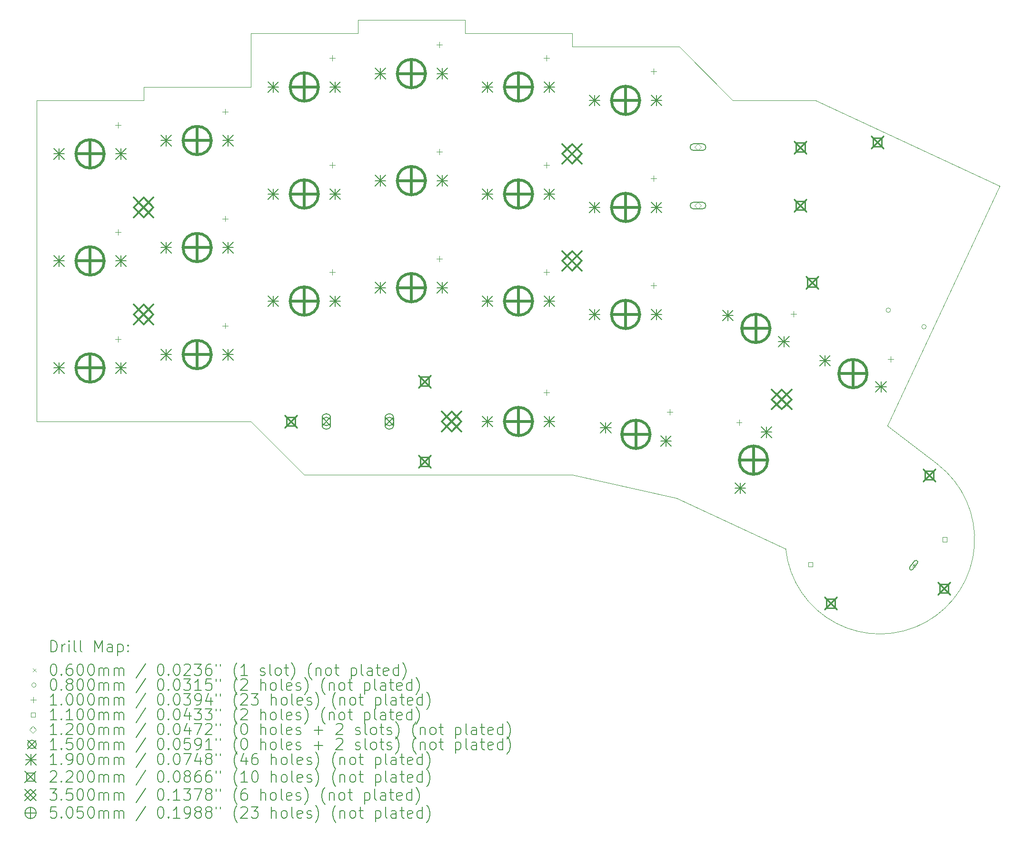
<source format=gbr>
%TF.GenerationSoftware,KiCad,Pcbnew,7.0.5*%
%TF.CreationDate,2024-03-19T12:27:32+08:00*%
%TF.ProjectId,Prime52left,5072696d-6535-4326-9c65-66742e6b6963,rev?*%
%TF.SameCoordinates,Original*%
%TF.FileFunction,Drillmap*%
%TF.FilePolarity,Positive*%
%FSLAX45Y45*%
G04 Gerber Fmt 4.5, Leading zero omitted, Abs format (unit mm)*
G04 Created by KiCad (PCBNEW 7.0.5) date 2024-03-19 12:27:32*
%MOMM*%
%LPD*%
G01*
G04 APERTURE LIST*
%ADD10C,0.100000*%
%ADD11C,0.200000*%
%ADD12C,0.060000*%
%ADD13C,0.080000*%
%ADD14C,0.110000*%
%ADD15C,0.120000*%
%ADD16C,0.150000*%
%ADD17C,0.190000*%
%ADD18C,0.220000*%
%ADD19C,0.350000*%
%ADD20C,0.505000*%
G04 APERTURE END LIST*
D10*
X12977000Y-6984500D02*
X12977000Y-6746400D01*
X9167000Y-6508200D02*
X9167000Y-6746400D01*
X3452000Y-13652000D02*
X7262000Y-13652000D01*
X12977000Y-6746400D02*
X11072000Y-6746400D01*
X20580402Y-9461523D02*
X18588940Y-13729871D01*
X5357000Y-7698900D02*
X5357000Y-7937000D01*
X11072000Y-6508200D02*
X9167000Y-6508200D01*
X3452000Y-7937000D02*
X3452000Y-13652000D01*
X16778217Y-15921843D02*
G75*
G03*
X19478407Y-14414120I1675053J171892D01*
G01*
X7262000Y-13652000D02*
X8214500Y-14604500D01*
X14837004Y-15016652D02*
X16778218Y-15921843D01*
X14882000Y-6984500D02*
X12977000Y-6984500D01*
X11072000Y-6746400D02*
X11072000Y-6508200D01*
X14837004Y-15016652D02*
X12977080Y-14604461D01*
X7262000Y-6746400D02*
X7262000Y-7698900D01*
X15834500Y-7937000D02*
X17309972Y-7937000D01*
X14882000Y-6984500D02*
X15834500Y-7937000D01*
X20580298Y-9461618D02*
X17309972Y-7937000D01*
X5357000Y-7937000D02*
X3452000Y-7937000D01*
X12977000Y-14604500D02*
X8214500Y-14604500D01*
X9167000Y-6746400D02*
X7262000Y-6746400D01*
X19478407Y-14414120D02*
X18588940Y-13729871D01*
X7262000Y-7698900D02*
X5357000Y-7698900D01*
D11*
D12*
X19022030Y-16179667D02*
X19082030Y-16239667D01*
X19082030Y-16179667D02*
X19022030Y-16239667D01*
D11*
X19070843Y-16135869D02*
X18985616Y-16246939D01*
X18985616Y-16246939D02*
G75*
G03*
X19033217Y-16283464I23801J-18263D01*
G01*
X19033217Y-16283464D02*
X19118444Y-16172395D01*
X19118444Y-16172395D02*
G75*
G03*
X19070843Y-16135869I-23801J18263D01*
G01*
D13*
X18641526Y-11670127D02*
G75*
G03*
X18641526Y-11670127I-40000J0D01*
G01*
X19275941Y-11965960D02*
G75*
G03*
X19275941Y-11965960I-40000J0D01*
G01*
D10*
X4904500Y-8324500D02*
X4904500Y-8424500D01*
X4854500Y-8374500D02*
X4954500Y-8374500D01*
X4904500Y-10229500D02*
X4904500Y-10329500D01*
X4854500Y-10279500D02*
X4954500Y-10279500D01*
X4904500Y-12134500D02*
X4904500Y-12234500D01*
X4854500Y-12184500D02*
X4954500Y-12184500D01*
X6809500Y-8086400D02*
X6809500Y-8186400D01*
X6759500Y-8136400D02*
X6859500Y-8136400D01*
X6809500Y-9991400D02*
X6809500Y-10091400D01*
X6759500Y-10041400D02*
X6859500Y-10041400D01*
X6809500Y-11896400D02*
X6809500Y-11996400D01*
X6759500Y-11946400D02*
X6859500Y-11946400D01*
X8714500Y-7133900D02*
X8714500Y-7233900D01*
X8664500Y-7183900D02*
X8764500Y-7183900D01*
X8714500Y-9038900D02*
X8714500Y-9138900D01*
X8664500Y-9088900D02*
X8764500Y-9088900D01*
X8714500Y-10943900D02*
X8714500Y-11043900D01*
X8664500Y-10993900D02*
X8764500Y-10993900D01*
X10619500Y-6895700D02*
X10619500Y-6995700D01*
X10569500Y-6945700D02*
X10669500Y-6945700D01*
X10619500Y-8800700D02*
X10619500Y-8900700D01*
X10569500Y-8850700D02*
X10669500Y-8850700D01*
X10619500Y-10705700D02*
X10619500Y-10805700D01*
X10569500Y-10755700D02*
X10669500Y-10755700D01*
X12524500Y-7133900D02*
X12524500Y-7233900D01*
X12474500Y-7183900D02*
X12574500Y-7183900D01*
X12524500Y-9038900D02*
X12524500Y-9138900D01*
X12474500Y-9088900D02*
X12574500Y-9088900D01*
X12524500Y-10943900D02*
X12524500Y-11043900D01*
X12474500Y-10993900D02*
X12574500Y-10993900D01*
X12524500Y-13087000D02*
X12524500Y-13187000D01*
X12474500Y-13137000D02*
X12574500Y-13137000D01*
X14429500Y-7372000D02*
X14429500Y-7472000D01*
X14379500Y-7422000D02*
X14479500Y-7422000D01*
X14429500Y-9277000D02*
X14429500Y-9377000D01*
X14379500Y-9327000D02*
X14479500Y-9327000D01*
X14429500Y-11182000D02*
X14429500Y-11282000D01*
X14379500Y-11232000D02*
X14479500Y-11232000D01*
X14712729Y-13436155D02*
X14712729Y-13536155D01*
X14662729Y-13486155D02*
X14762729Y-13486155D01*
X15947901Y-13619428D02*
X15947901Y-13719428D01*
X15897901Y-13669428D02*
X15997901Y-13669428D01*
X16916633Y-11689921D02*
X16916633Y-11789921D01*
X16866633Y-11739921D02*
X16966633Y-11739921D01*
X18643133Y-12495021D02*
X18643133Y-12595021D01*
X18593133Y-12545021D02*
X18693133Y-12545021D01*
D14*
X17259944Y-16236422D02*
X17259944Y-16158639D01*
X17182161Y-16158639D01*
X17182161Y-16236422D01*
X17259944Y-16236422D01*
X19643991Y-15790612D02*
X19643991Y-15712830D01*
X19566208Y-15712830D01*
X19566208Y-15790612D01*
X19643991Y-15790612D01*
D15*
X15217000Y-8829500D02*
X15277000Y-8769500D01*
X15217000Y-8709500D01*
X15157000Y-8769500D01*
X15217000Y-8829500D01*
D11*
X15297000Y-8709500D02*
X15137000Y-8709500D01*
X15137000Y-8709500D02*
G75*
G03*
X15137000Y-8829500I0J-60000D01*
G01*
X15137000Y-8829500D02*
X15297000Y-8829500D01*
X15297000Y-8829500D02*
G75*
G03*
X15297000Y-8709500I0J60000D01*
G01*
D15*
X15217000Y-9869500D02*
X15277000Y-9809500D01*
X15217000Y-9749500D01*
X15157000Y-9809500D01*
X15217000Y-9869500D01*
D11*
X15297000Y-9749500D02*
X15137000Y-9749500D01*
X15137000Y-9749500D02*
G75*
G03*
X15137000Y-9869500I0J-60000D01*
G01*
X15137000Y-9869500D02*
X15297000Y-9869500D01*
X15297000Y-9869500D02*
G75*
G03*
X15297000Y-9749500I0J60000D01*
G01*
D16*
X8532000Y-13577000D02*
X8682000Y-13727000D01*
X8682000Y-13577000D02*
X8532000Y-13727000D01*
X8682000Y-13652000D02*
G75*
G03*
X8682000Y-13652000I-75000J0D01*
G01*
D11*
X8532000Y-13587000D02*
X8532000Y-13717000D01*
X8532000Y-13717000D02*
G75*
G03*
X8682000Y-13717000I75000J0D01*
G01*
X8682000Y-13717000D02*
X8682000Y-13587000D01*
X8682000Y-13587000D02*
G75*
G03*
X8532000Y-13587000I-75000J0D01*
G01*
D16*
X9652000Y-13577000D02*
X9802000Y-13727000D01*
X9802000Y-13577000D02*
X9652000Y-13727000D01*
X9802000Y-13652000D02*
G75*
G03*
X9802000Y-13652000I-75000J0D01*
G01*
D11*
X9652000Y-13587000D02*
X9652000Y-13717000D01*
X9652000Y-13717000D02*
G75*
G03*
X9802000Y-13717000I75000J0D01*
G01*
X9802000Y-13717000D02*
X9802000Y-13587000D01*
X9802000Y-13587000D02*
G75*
G03*
X9652000Y-13587000I-75000J0D01*
G01*
D17*
X3759500Y-8794500D02*
X3949500Y-8984500D01*
X3949500Y-8794500D02*
X3759500Y-8984500D01*
X3854500Y-8794500D02*
X3854500Y-8984500D01*
X3759500Y-8889500D02*
X3949500Y-8889500D01*
X3759500Y-10699500D02*
X3949500Y-10889500D01*
X3949500Y-10699500D02*
X3759500Y-10889500D01*
X3854500Y-10699500D02*
X3854500Y-10889500D01*
X3759500Y-10794500D02*
X3949500Y-10794500D01*
X3759500Y-12604500D02*
X3949500Y-12794500D01*
X3949500Y-12604500D02*
X3759500Y-12794500D01*
X3854500Y-12604500D02*
X3854500Y-12794500D01*
X3759500Y-12699500D02*
X3949500Y-12699500D01*
X4859500Y-8794500D02*
X5049500Y-8984500D01*
X5049500Y-8794500D02*
X4859500Y-8984500D01*
X4954500Y-8794500D02*
X4954500Y-8984500D01*
X4859500Y-8889500D02*
X5049500Y-8889500D01*
X4859500Y-10699500D02*
X5049500Y-10889500D01*
X5049500Y-10699500D02*
X4859500Y-10889500D01*
X4954500Y-10699500D02*
X4954500Y-10889500D01*
X4859500Y-10794500D02*
X5049500Y-10794500D01*
X4859500Y-12604500D02*
X5049500Y-12794500D01*
X5049500Y-12604500D02*
X4859500Y-12794500D01*
X4954500Y-12604500D02*
X4954500Y-12794500D01*
X4859500Y-12699500D02*
X5049500Y-12699500D01*
X5664500Y-8556400D02*
X5854500Y-8746400D01*
X5854500Y-8556400D02*
X5664500Y-8746400D01*
X5759500Y-8556400D02*
X5759500Y-8746400D01*
X5664500Y-8651400D02*
X5854500Y-8651400D01*
X5664500Y-10461400D02*
X5854500Y-10651400D01*
X5854500Y-10461400D02*
X5664500Y-10651400D01*
X5759500Y-10461400D02*
X5759500Y-10651400D01*
X5664500Y-10556400D02*
X5854500Y-10556400D01*
X5664500Y-12366400D02*
X5854500Y-12556400D01*
X5854500Y-12366400D02*
X5664500Y-12556400D01*
X5759500Y-12366400D02*
X5759500Y-12556400D01*
X5664500Y-12461400D02*
X5854500Y-12461400D01*
X6764500Y-8556400D02*
X6954500Y-8746400D01*
X6954500Y-8556400D02*
X6764500Y-8746400D01*
X6859500Y-8556400D02*
X6859500Y-8746400D01*
X6764500Y-8651400D02*
X6954500Y-8651400D01*
X6764500Y-10461400D02*
X6954500Y-10651400D01*
X6954500Y-10461400D02*
X6764500Y-10651400D01*
X6859500Y-10461400D02*
X6859500Y-10651400D01*
X6764500Y-10556400D02*
X6954500Y-10556400D01*
X6764500Y-12366400D02*
X6954500Y-12556400D01*
X6954500Y-12366400D02*
X6764500Y-12556400D01*
X6859500Y-12366400D02*
X6859500Y-12556400D01*
X6764500Y-12461400D02*
X6954500Y-12461400D01*
X7569500Y-7603900D02*
X7759500Y-7793900D01*
X7759500Y-7603900D02*
X7569500Y-7793900D01*
X7664500Y-7603900D02*
X7664500Y-7793900D01*
X7569500Y-7698900D02*
X7759500Y-7698900D01*
X7569500Y-9508900D02*
X7759500Y-9698900D01*
X7759500Y-9508900D02*
X7569500Y-9698900D01*
X7664500Y-9508900D02*
X7664500Y-9698900D01*
X7569500Y-9603900D02*
X7759500Y-9603900D01*
X7569500Y-11413900D02*
X7759500Y-11603900D01*
X7759500Y-11413900D02*
X7569500Y-11603900D01*
X7664500Y-11413900D02*
X7664500Y-11603900D01*
X7569500Y-11508900D02*
X7759500Y-11508900D01*
X8669500Y-7603900D02*
X8859500Y-7793900D01*
X8859500Y-7603900D02*
X8669500Y-7793900D01*
X8764500Y-7603900D02*
X8764500Y-7793900D01*
X8669500Y-7698900D02*
X8859500Y-7698900D01*
X8669500Y-9508900D02*
X8859500Y-9698900D01*
X8859500Y-9508900D02*
X8669500Y-9698900D01*
X8764500Y-9508900D02*
X8764500Y-9698900D01*
X8669500Y-9603900D02*
X8859500Y-9603900D01*
X8669500Y-11413900D02*
X8859500Y-11603900D01*
X8859500Y-11413900D02*
X8669500Y-11603900D01*
X8764500Y-11413900D02*
X8764500Y-11603900D01*
X8669500Y-11508900D02*
X8859500Y-11508900D01*
X9474500Y-7365700D02*
X9664500Y-7555700D01*
X9664500Y-7365700D02*
X9474500Y-7555700D01*
X9569500Y-7365700D02*
X9569500Y-7555700D01*
X9474500Y-7460700D02*
X9664500Y-7460700D01*
X9474500Y-9270700D02*
X9664500Y-9460700D01*
X9664500Y-9270700D02*
X9474500Y-9460700D01*
X9569500Y-9270700D02*
X9569500Y-9460700D01*
X9474500Y-9365700D02*
X9664500Y-9365700D01*
X9474500Y-11175700D02*
X9664500Y-11365700D01*
X9664500Y-11175700D02*
X9474500Y-11365700D01*
X9569500Y-11175700D02*
X9569500Y-11365700D01*
X9474500Y-11270700D02*
X9664500Y-11270700D01*
X10574500Y-7365700D02*
X10764500Y-7555700D01*
X10764500Y-7365700D02*
X10574500Y-7555700D01*
X10669500Y-7365700D02*
X10669500Y-7555700D01*
X10574500Y-7460700D02*
X10764500Y-7460700D01*
X10574500Y-9270700D02*
X10764500Y-9460700D01*
X10764500Y-9270700D02*
X10574500Y-9460700D01*
X10669500Y-9270700D02*
X10669500Y-9460700D01*
X10574500Y-9365700D02*
X10764500Y-9365700D01*
X10574500Y-11175700D02*
X10764500Y-11365700D01*
X10764500Y-11175700D02*
X10574500Y-11365700D01*
X10669500Y-11175700D02*
X10669500Y-11365700D01*
X10574500Y-11270700D02*
X10764500Y-11270700D01*
X11379500Y-7603900D02*
X11569500Y-7793900D01*
X11569500Y-7603900D02*
X11379500Y-7793900D01*
X11474500Y-7603900D02*
X11474500Y-7793900D01*
X11379500Y-7698900D02*
X11569500Y-7698900D01*
X11379500Y-9508900D02*
X11569500Y-9698900D01*
X11569500Y-9508900D02*
X11379500Y-9698900D01*
X11474500Y-9508900D02*
X11474500Y-9698900D01*
X11379500Y-9603900D02*
X11569500Y-9603900D01*
X11379500Y-11413900D02*
X11569500Y-11603900D01*
X11569500Y-11413900D02*
X11379500Y-11603900D01*
X11474500Y-11413900D02*
X11474500Y-11603900D01*
X11379500Y-11508900D02*
X11569500Y-11508900D01*
X11379500Y-13557000D02*
X11569500Y-13747000D01*
X11569500Y-13557000D02*
X11379500Y-13747000D01*
X11474500Y-13557000D02*
X11474500Y-13747000D01*
X11379500Y-13652000D02*
X11569500Y-13652000D01*
X12479500Y-7603900D02*
X12669500Y-7793900D01*
X12669500Y-7603900D02*
X12479500Y-7793900D01*
X12574500Y-7603900D02*
X12574500Y-7793900D01*
X12479500Y-7698900D02*
X12669500Y-7698900D01*
X12479500Y-9508900D02*
X12669500Y-9698900D01*
X12669500Y-9508900D02*
X12479500Y-9698900D01*
X12574500Y-9508900D02*
X12574500Y-9698900D01*
X12479500Y-9603900D02*
X12669500Y-9603900D01*
X12479500Y-11413900D02*
X12669500Y-11603900D01*
X12669500Y-11413900D02*
X12479500Y-11603900D01*
X12574500Y-11413900D02*
X12574500Y-11603900D01*
X12479500Y-11508900D02*
X12669500Y-11508900D01*
X12479500Y-13557000D02*
X12669500Y-13747000D01*
X12669500Y-13557000D02*
X12479500Y-13747000D01*
X12574500Y-13557000D02*
X12574500Y-13747000D01*
X12479500Y-13652000D02*
X12669500Y-13652000D01*
X13284500Y-7842000D02*
X13474500Y-8032000D01*
X13474500Y-7842000D02*
X13284500Y-8032000D01*
X13379500Y-7842000D02*
X13379500Y-8032000D01*
X13284500Y-7937000D02*
X13474500Y-7937000D01*
X13284500Y-9747000D02*
X13474500Y-9937000D01*
X13474500Y-9747000D02*
X13284500Y-9937000D01*
X13379500Y-9747000D02*
X13379500Y-9937000D01*
X13284500Y-9842000D02*
X13474500Y-9842000D01*
X13284500Y-11652000D02*
X13474500Y-11842000D01*
X13474500Y-11652000D02*
X13284500Y-11842000D01*
X13379500Y-11652000D02*
X13379500Y-11842000D01*
X13284500Y-11747000D02*
X13474500Y-11747000D01*
X13481152Y-13666686D02*
X13671152Y-13856686D01*
X13671152Y-13666686D02*
X13481152Y-13856686D01*
X13576152Y-13666686D02*
X13576152Y-13856686D01*
X13481152Y-13761686D02*
X13671152Y-13761686D01*
X14384500Y-7842000D02*
X14574500Y-8032000D01*
X14574500Y-7842000D02*
X14384500Y-8032000D01*
X14479500Y-7842000D02*
X14479500Y-8032000D01*
X14384500Y-7937000D02*
X14574500Y-7937000D01*
X14384500Y-9747000D02*
X14574500Y-9937000D01*
X14574500Y-9747000D02*
X14384500Y-9937000D01*
X14479500Y-9747000D02*
X14479500Y-9937000D01*
X14384500Y-9842000D02*
X14574500Y-9842000D01*
X14384500Y-11652000D02*
X14574500Y-11842000D01*
X14574500Y-11652000D02*
X14384500Y-11842000D01*
X14479500Y-11652000D02*
X14479500Y-11842000D01*
X14384500Y-11747000D02*
X14574500Y-11747000D01*
X14555077Y-13904769D02*
X14745077Y-14094769D01*
X14745077Y-13904769D02*
X14555077Y-14094769D01*
X14650077Y-13904769D02*
X14650077Y-14094769D01*
X14555077Y-13999769D02*
X14745077Y-13999769D01*
X15652361Y-11667920D02*
X15842361Y-11857920D01*
X15842361Y-11667920D02*
X15652361Y-11857920D01*
X15747361Y-11667920D02*
X15747361Y-11857920D01*
X15652361Y-11762920D02*
X15842361Y-11762920D01*
X15875900Y-14743700D02*
X16065900Y-14933700D01*
X16065900Y-14743700D02*
X15875900Y-14933700D01*
X15970900Y-14743700D02*
X15970900Y-14933700D01*
X15875900Y-14838700D02*
X16065900Y-14838700D01*
X16340780Y-13746761D02*
X16530780Y-13936761D01*
X16530780Y-13746761D02*
X16340780Y-13936761D01*
X16435780Y-13746761D02*
X16435780Y-13936761D01*
X16340780Y-13841761D02*
X16530780Y-13841761D01*
X16649300Y-12132800D02*
X16839300Y-12322800D01*
X16839300Y-12132800D02*
X16649300Y-12322800D01*
X16744300Y-12132800D02*
X16744300Y-12322800D01*
X16649300Y-12227800D02*
X16839300Y-12227800D01*
X17378861Y-12473020D02*
X17568861Y-12663020D01*
X17568861Y-12473020D02*
X17378861Y-12663020D01*
X17473861Y-12473020D02*
X17473861Y-12663020D01*
X17378861Y-12568020D02*
X17568861Y-12568020D01*
X18375800Y-12937900D02*
X18565800Y-13127900D01*
X18565800Y-12937900D02*
X18375800Y-13127900D01*
X18470800Y-12937900D02*
X18470800Y-13127900D01*
X18375800Y-13032900D02*
X18565800Y-13032900D01*
D18*
X7866300Y-13542000D02*
X8086300Y-13762000D01*
X8086300Y-13542000D02*
X7866300Y-13762000D01*
X8054082Y-13729782D02*
X8054082Y-13574217D01*
X7898517Y-13574217D01*
X7898517Y-13729782D01*
X8054082Y-13729782D01*
X10247700Y-12827600D02*
X10467700Y-13047600D01*
X10467700Y-12827600D02*
X10247700Y-13047600D01*
X10435483Y-13015382D02*
X10435483Y-12859817D01*
X10279918Y-12859817D01*
X10279918Y-13015382D01*
X10435483Y-13015382D01*
X10247700Y-14256400D02*
X10467700Y-14476400D01*
X10467700Y-14256400D02*
X10247700Y-14476400D01*
X10435483Y-14444182D02*
X10435483Y-14288617D01*
X10279918Y-14288617D01*
X10279918Y-14444182D01*
X10435483Y-14444182D01*
X16929500Y-8662000D02*
X17149500Y-8882000D01*
X17149500Y-8662000D02*
X16929500Y-8882000D01*
X17117283Y-8849783D02*
X17117283Y-8694218D01*
X16961718Y-8694218D01*
X16961718Y-8849783D01*
X17117283Y-8849783D01*
X16929500Y-9697000D02*
X17149500Y-9917000D01*
X17149500Y-9697000D02*
X16929500Y-9917000D01*
X17117283Y-9884783D02*
X17117283Y-9729218D01*
X16961718Y-9729218D01*
X16961718Y-9884783D01*
X17117283Y-9884783D01*
X17133380Y-11067765D02*
X17353380Y-11287764D01*
X17353380Y-11067765D02*
X17133380Y-11287764D01*
X17321162Y-11255547D02*
X17321162Y-11099982D01*
X17165597Y-11099982D01*
X17165597Y-11255547D01*
X17321162Y-11255547D01*
X17468136Y-16780259D02*
X17688136Y-17000259D01*
X17688136Y-16780259D02*
X17468136Y-17000259D01*
X17655919Y-16968042D02*
X17655919Y-16812477D01*
X17500354Y-16812477D01*
X17500354Y-16968042D01*
X17655919Y-16968042D01*
X18297947Y-8570343D02*
X18517947Y-8790343D01*
X18517947Y-8570343D02*
X18297947Y-8790343D01*
X18485729Y-8758125D02*
X18485729Y-8602560D01*
X18330164Y-8602560D01*
X18330164Y-8758125D01*
X18485729Y-8758125D01*
X19217960Y-14499844D02*
X19437960Y-14719844D01*
X19437960Y-14499844D02*
X19217960Y-14719844D01*
X19405743Y-14687627D02*
X19405743Y-14532062D01*
X19250178Y-14532062D01*
X19250178Y-14687627D01*
X19405743Y-14687627D01*
X19483256Y-16514964D02*
X19703256Y-16734964D01*
X19703256Y-16514964D02*
X19483256Y-16734964D01*
X19671038Y-16702746D02*
X19671038Y-16547181D01*
X19515473Y-16547181D01*
X19515473Y-16702746D01*
X19671038Y-16702746D01*
D19*
X5182000Y-9667000D02*
X5532000Y-10017000D01*
X5532000Y-9667000D02*
X5182000Y-10017000D01*
X5357000Y-10017000D02*
X5532000Y-9842000D01*
X5357000Y-9667000D01*
X5182000Y-9842000D01*
X5357000Y-10017000D01*
X5182000Y-11572000D02*
X5532000Y-11922000D01*
X5532000Y-11572000D02*
X5182000Y-11922000D01*
X5357000Y-11922000D02*
X5532000Y-11747000D01*
X5357000Y-11572000D01*
X5182000Y-11747000D01*
X5357000Y-11922000D01*
X10658900Y-13477000D02*
X11008900Y-13827000D01*
X11008900Y-13477000D02*
X10658900Y-13827000D01*
X10833900Y-13827000D02*
X11008900Y-13652000D01*
X10833900Y-13477000D01*
X10658900Y-13652000D01*
X10833900Y-13827000D01*
X12802000Y-8714500D02*
X13152000Y-9064500D01*
X13152000Y-8714500D02*
X12802000Y-9064500D01*
X12977000Y-9064500D02*
X13152000Y-8889500D01*
X12977000Y-8714500D01*
X12802000Y-8889500D01*
X12977000Y-9064500D01*
X12802000Y-10619500D02*
X13152000Y-10969500D01*
X13152000Y-10619500D02*
X12802000Y-10969500D01*
X12977000Y-10969500D02*
X13152000Y-10794500D01*
X12977000Y-10619500D01*
X12802000Y-10794500D01*
X12977000Y-10969500D01*
X16531600Y-13086100D02*
X16881600Y-13436100D01*
X16881600Y-13086100D02*
X16531600Y-13436100D01*
X16706600Y-13436100D02*
X16881600Y-13261100D01*
X16706600Y-13086100D01*
X16531600Y-13261100D01*
X16706600Y-13436100D01*
D20*
X4404500Y-8637000D02*
X4404500Y-9142000D01*
X4152000Y-8889500D02*
X4657000Y-8889500D01*
X4657000Y-8889500D02*
G75*
G03*
X4657000Y-8889500I-252500J0D01*
G01*
X4404500Y-10542000D02*
X4404500Y-11047000D01*
X4152000Y-10794500D02*
X4657000Y-10794500D01*
X4657000Y-10794500D02*
G75*
G03*
X4657000Y-10794500I-252500J0D01*
G01*
X4404500Y-12447000D02*
X4404500Y-12952000D01*
X4152000Y-12699500D02*
X4657000Y-12699500D01*
X4657000Y-12699500D02*
G75*
G03*
X4657000Y-12699500I-252500J0D01*
G01*
X6309500Y-8398900D02*
X6309500Y-8903900D01*
X6057000Y-8651400D02*
X6562000Y-8651400D01*
X6562000Y-8651400D02*
G75*
G03*
X6562000Y-8651400I-252500J0D01*
G01*
X6309500Y-10303900D02*
X6309500Y-10808900D01*
X6057000Y-10556400D02*
X6562000Y-10556400D01*
X6562000Y-10556400D02*
G75*
G03*
X6562000Y-10556400I-252500J0D01*
G01*
X6309500Y-12208900D02*
X6309500Y-12713900D01*
X6057000Y-12461400D02*
X6562000Y-12461400D01*
X6562000Y-12461400D02*
G75*
G03*
X6562000Y-12461400I-252500J0D01*
G01*
X8214500Y-7446400D02*
X8214500Y-7951400D01*
X7962000Y-7698900D02*
X8467000Y-7698900D01*
X8467000Y-7698900D02*
G75*
G03*
X8467000Y-7698900I-252500J0D01*
G01*
X8214500Y-9351400D02*
X8214500Y-9856400D01*
X7962000Y-9603900D02*
X8467000Y-9603900D01*
X8467000Y-9603900D02*
G75*
G03*
X8467000Y-9603900I-252500J0D01*
G01*
X8214500Y-11256400D02*
X8214500Y-11761400D01*
X7962000Y-11508900D02*
X8467000Y-11508900D01*
X8467000Y-11508900D02*
G75*
G03*
X8467000Y-11508900I-252500J0D01*
G01*
X10119500Y-7208200D02*
X10119500Y-7713200D01*
X9867000Y-7460700D02*
X10372000Y-7460700D01*
X10372000Y-7460700D02*
G75*
G03*
X10372000Y-7460700I-252500J0D01*
G01*
X10119500Y-9113200D02*
X10119500Y-9618200D01*
X9867000Y-9365700D02*
X10372000Y-9365700D01*
X10372000Y-9365700D02*
G75*
G03*
X10372000Y-9365700I-252500J0D01*
G01*
X10119500Y-11018200D02*
X10119500Y-11523200D01*
X9867000Y-11270700D02*
X10372000Y-11270700D01*
X10372000Y-11270700D02*
G75*
G03*
X10372000Y-11270700I-252500J0D01*
G01*
X12024500Y-7446400D02*
X12024500Y-7951400D01*
X11772000Y-7698900D02*
X12277000Y-7698900D01*
X12277000Y-7698900D02*
G75*
G03*
X12277000Y-7698900I-252500J0D01*
G01*
X12024500Y-9351400D02*
X12024500Y-9856400D01*
X11772000Y-9603900D02*
X12277000Y-9603900D01*
X12277000Y-9603900D02*
G75*
G03*
X12277000Y-9603900I-252500J0D01*
G01*
X12024500Y-11256400D02*
X12024500Y-11761400D01*
X11772000Y-11508900D02*
X12277000Y-11508900D01*
X12277000Y-11508900D02*
G75*
G03*
X12277000Y-11508900I-252500J0D01*
G01*
X12024500Y-13399500D02*
X12024500Y-13904500D01*
X11772000Y-13652000D02*
X12277000Y-13652000D01*
X12277000Y-13652000D02*
G75*
G03*
X12277000Y-13652000I-252500J0D01*
G01*
X13929500Y-7684500D02*
X13929500Y-8189500D01*
X13677000Y-7937000D02*
X14182000Y-7937000D01*
X14182000Y-7937000D02*
G75*
G03*
X14182000Y-7937000I-252500J0D01*
G01*
X13929500Y-9589500D02*
X13929500Y-10094500D01*
X13677000Y-9842000D02*
X14182000Y-9842000D01*
X14182000Y-9842000D02*
G75*
G03*
X14182000Y-9842000I-252500J0D01*
G01*
X13929500Y-11494500D02*
X13929500Y-11999500D01*
X13677000Y-11747000D02*
X14182000Y-11747000D01*
X14182000Y-11747000D02*
G75*
G03*
X14182000Y-11747000I-252500J0D01*
G01*
X14113114Y-13628227D02*
X14113114Y-14133227D01*
X13860614Y-13880727D02*
X14365614Y-13880727D01*
X14365614Y-13880727D02*
G75*
G03*
X14365614Y-13880727I-252500J0D01*
G01*
X16203340Y-14087731D02*
X16203340Y-14592731D01*
X15950840Y-14340231D02*
X16455840Y-14340231D01*
X16455840Y-14340231D02*
G75*
G03*
X16455840Y-14340231I-252500J0D01*
G01*
X16245831Y-11742860D02*
X16245831Y-12247860D01*
X15993331Y-11995360D02*
X16498331Y-11995360D01*
X16498331Y-11995360D02*
G75*
G03*
X16498331Y-11995360I-252500J0D01*
G01*
X17972331Y-12547960D02*
X17972331Y-13052960D01*
X17719831Y-12800460D02*
X18224831Y-12800460D01*
X18224831Y-12800460D02*
G75*
G03*
X18224831Y-12800460I-252500J0D01*
G01*
D11*
X3707777Y-17750285D02*
X3707777Y-17550285D01*
X3707777Y-17550285D02*
X3755396Y-17550285D01*
X3755396Y-17550285D02*
X3783967Y-17559808D01*
X3783967Y-17559808D02*
X3803015Y-17578856D01*
X3803015Y-17578856D02*
X3812539Y-17597904D01*
X3812539Y-17597904D02*
X3822062Y-17635999D01*
X3822062Y-17635999D02*
X3822062Y-17664570D01*
X3822062Y-17664570D02*
X3812539Y-17702665D01*
X3812539Y-17702665D02*
X3803015Y-17721713D01*
X3803015Y-17721713D02*
X3783967Y-17740761D01*
X3783967Y-17740761D02*
X3755396Y-17750285D01*
X3755396Y-17750285D02*
X3707777Y-17750285D01*
X3907777Y-17750285D02*
X3907777Y-17616951D01*
X3907777Y-17655046D02*
X3917301Y-17635999D01*
X3917301Y-17635999D02*
X3926824Y-17626475D01*
X3926824Y-17626475D02*
X3945872Y-17616951D01*
X3945872Y-17616951D02*
X3964920Y-17616951D01*
X4031586Y-17750285D02*
X4031586Y-17616951D01*
X4031586Y-17550285D02*
X4022062Y-17559808D01*
X4022062Y-17559808D02*
X4031586Y-17569332D01*
X4031586Y-17569332D02*
X4041110Y-17559808D01*
X4041110Y-17559808D02*
X4031586Y-17550285D01*
X4031586Y-17550285D02*
X4031586Y-17569332D01*
X4155396Y-17750285D02*
X4136348Y-17740761D01*
X4136348Y-17740761D02*
X4126824Y-17721713D01*
X4126824Y-17721713D02*
X4126824Y-17550285D01*
X4260158Y-17750285D02*
X4241110Y-17740761D01*
X4241110Y-17740761D02*
X4231586Y-17721713D01*
X4231586Y-17721713D02*
X4231586Y-17550285D01*
X4488729Y-17750285D02*
X4488729Y-17550285D01*
X4488729Y-17550285D02*
X4555396Y-17693142D01*
X4555396Y-17693142D02*
X4622063Y-17550285D01*
X4622063Y-17550285D02*
X4622063Y-17750285D01*
X4803015Y-17750285D02*
X4803015Y-17645523D01*
X4803015Y-17645523D02*
X4793491Y-17626475D01*
X4793491Y-17626475D02*
X4774444Y-17616951D01*
X4774444Y-17616951D02*
X4736348Y-17616951D01*
X4736348Y-17616951D02*
X4717301Y-17626475D01*
X4803015Y-17740761D02*
X4783967Y-17750285D01*
X4783967Y-17750285D02*
X4736348Y-17750285D01*
X4736348Y-17750285D02*
X4717301Y-17740761D01*
X4717301Y-17740761D02*
X4707777Y-17721713D01*
X4707777Y-17721713D02*
X4707777Y-17702665D01*
X4707777Y-17702665D02*
X4717301Y-17683618D01*
X4717301Y-17683618D02*
X4736348Y-17674094D01*
X4736348Y-17674094D02*
X4783967Y-17674094D01*
X4783967Y-17674094D02*
X4803015Y-17664570D01*
X4898253Y-17616951D02*
X4898253Y-17816951D01*
X4898253Y-17626475D02*
X4917301Y-17616951D01*
X4917301Y-17616951D02*
X4955396Y-17616951D01*
X4955396Y-17616951D02*
X4974444Y-17626475D01*
X4974444Y-17626475D02*
X4983967Y-17635999D01*
X4983967Y-17635999D02*
X4993491Y-17655046D01*
X4993491Y-17655046D02*
X4993491Y-17712189D01*
X4993491Y-17712189D02*
X4983967Y-17731237D01*
X4983967Y-17731237D02*
X4974444Y-17740761D01*
X4974444Y-17740761D02*
X4955396Y-17750285D01*
X4955396Y-17750285D02*
X4917301Y-17750285D01*
X4917301Y-17750285D02*
X4898253Y-17740761D01*
X5079205Y-17731237D02*
X5088729Y-17740761D01*
X5088729Y-17740761D02*
X5079205Y-17750285D01*
X5079205Y-17750285D02*
X5069682Y-17740761D01*
X5069682Y-17740761D02*
X5079205Y-17731237D01*
X5079205Y-17731237D02*
X5079205Y-17750285D01*
X5079205Y-17626475D02*
X5088729Y-17635999D01*
X5088729Y-17635999D02*
X5079205Y-17645523D01*
X5079205Y-17645523D02*
X5069682Y-17635999D01*
X5069682Y-17635999D02*
X5079205Y-17626475D01*
X5079205Y-17626475D02*
X5079205Y-17645523D01*
D12*
X3387000Y-18048801D02*
X3447000Y-18108801D01*
X3447000Y-18048801D02*
X3387000Y-18108801D01*
D11*
X3745872Y-17970285D02*
X3764920Y-17970285D01*
X3764920Y-17970285D02*
X3783967Y-17979808D01*
X3783967Y-17979808D02*
X3793491Y-17989332D01*
X3793491Y-17989332D02*
X3803015Y-18008380D01*
X3803015Y-18008380D02*
X3812539Y-18046475D01*
X3812539Y-18046475D02*
X3812539Y-18094094D01*
X3812539Y-18094094D02*
X3803015Y-18132189D01*
X3803015Y-18132189D02*
X3793491Y-18151237D01*
X3793491Y-18151237D02*
X3783967Y-18160761D01*
X3783967Y-18160761D02*
X3764920Y-18170285D01*
X3764920Y-18170285D02*
X3745872Y-18170285D01*
X3745872Y-18170285D02*
X3726824Y-18160761D01*
X3726824Y-18160761D02*
X3717301Y-18151237D01*
X3717301Y-18151237D02*
X3707777Y-18132189D01*
X3707777Y-18132189D02*
X3698253Y-18094094D01*
X3698253Y-18094094D02*
X3698253Y-18046475D01*
X3698253Y-18046475D02*
X3707777Y-18008380D01*
X3707777Y-18008380D02*
X3717301Y-17989332D01*
X3717301Y-17989332D02*
X3726824Y-17979808D01*
X3726824Y-17979808D02*
X3745872Y-17970285D01*
X3898253Y-18151237D02*
X3907777Y-18160761D01*
X3907777Y-18160761D02*
X3898253Y-18170285D01*
X3898253Y-18170285D02*
X3888729Y-18160761D01*
X3888729Y-18160761D02*
X3898253Y-18151237D01*
X3898253Y-18151237D02*
X3898253Y-18170285D01*
X4079205Y-17970285D02*
X4041110Y-17970285D01*
X4041110Y-17970285D02*
X4022062Y-17979808D01*
X4022062Y-17979808D02*
X4012539Y-17989332D01*
X4012539Y-17989332D02*
X3993491Y-18017904D01*
X3993491Y-18017904D02*
X3983967Y-18055999D01*
X3983967Y-18055999D02*
X3983967Y-18132189D01*
X3983967Y-18132189D02*
X3993491Y-18151237D01*
X3993491Y-18151237D02*
X4003015Y-18160761D01*
X4003015Y-18160761D02*
X4022062Y-18170285D01*
X4022062Y-18170285D02*
X4060158Y-18170285D01*
X4060158Y-18170285D02*
X4079205Y-18160761D01*
X4079205Y-18160761D02*
X4088729Y-18151237D01*
X4088729Y-18151237D02*
X4098253Y-18132189D01*
X4098253Y-18132189D02*
X4098253Y-18084570D01*
X4098253Y-18084570D02*
X4088729Y-18065523D01*
X4088729Y-18065523D02*
X4079205Y-18055999D01*
X4079205Y-18055999D02*
X4060158Y-18046475D01*
X4060158Y-18046475D02*
X4022062Y-18046475D01*
X4022062Y-18046475D02*
X4003015Y-18055999D01*
X4003015Y-18055999D02*
X3993491Y-18065523D01*
X3993491Y-18065523D02*
X3983967Y-18084570D01*
X4222063Y-17970285D02*
X4241110Y-17970285D01*
X4241110Y-17970285D02*
X4260158Y-17979808D01*
X4260158Y-17979808D02*
X4269682Y-17989332D01*
X4269682Y-17989332D02*
X4279205Y-18008380D01*
X4279205Y-18008380D02*
X4288729Y-18046475D01*
X4288729Y-18046475D02*
X4288729Y-18094094D01*
X4288729Y-18094094D02*
X4279205Y-18132189D01*
X4279205Y-18132189D02*
X4269682Y-18151237D01*
X4269682Y-18151237D02*
X4260158Y-18160761D01*
X4260158Y-18160761D02*
X4241110Y-18170285D01*
X4241110Y-18170285D02*
X4222063Y-18170285D01*
X4222063Y-18170285D02*
X4203015Y-18160761D01*
X4203015Y-18160761D02*
X4193491Y-18151237D01*
X4193491Y-18151237D02*
X4183967Y-18132189D01*
X4183967Y-18132189D02*
X4174443Y-18094094D01*
X4174443Y-18094094D02*
X4174443Y-18046475D01*
X4174443Y-18046475D02*
X4183967Y-18008380D01*
X4183967Y-18008380D02*
X4193491Y-17989332D01*
X4193491Y-17989332D02*
X4203015Y-17979808D01*
X4203015Y-17979808D02*
X4222063Y-17970285D01*
X4412539Y-17970285D02*
X4431586Y-17970285D01*
X4431586Y-17970285D02*
X4450634Y-17979808D01*
X4450634Y-17979808D02*
X4460158Y-17989332D01*
X4460158Y-17989332D02*
X4469682Y-18008380D01*
X4469682Y-18008380D02*
X4479205Y-18046475D01*
X4479205Y-18046475D02*
X4479205Y-18094094D01*
X4479205Y-18094094D02*
X4469682Y-18132189D01*
X4469682Y-18132189D02*
X4460158Y-18151237D01*
X4460158Y-18151237D02*
X4450634Y-18160761D01*
X4450634Y-18160761D02*
X4431586Y-18170285D01*
X4431586Y-18170285D02*
X4412539Y-18170285D01*
X4412539Y-18170285D02*
X4393491Y-18160761D01*
X4393491Y-18160761D02*
X4383967Y-18151237D01*
X4383967Y-18151237D02*
X4374444Y-18132189D01*
X4374444Y-18132189D02*
X4364920Y-18094094D01*
X4364920Y-18094094D02*
X4364920Y-18046475D01*
X4364920Y-18046475D02*
X4374444Y-18008380D01*
X4374444Y-18008380D02*
X4383967Y-17989332D01*
X4383967Y-17989332D02*
X4393491Y-17979808D01*
X4393491Y-17979808D02*
X4412539Y-17970285D01*
X4564920Y-18170285D02*
X4564920Y-18036951D01*
X4564920Y-18055999D02*
X4574444Y-18046475D01*
X4574444Y-18046475D02*
X4593491Y-18036951D01*
X4593491Y-18036951D02*
X4622063Y-18036951D01*
X4622063Y-18036951D02*
X4641110Y-18046475D01*
X4641110Y-18046475D02*
X4650634Y-18065523D01*
X4650634Y-18065523D02*
X4650634Y-18170285D01*
X4650634Y-18065523D02*
X4660158Y-18046475D01*
X4660158Y-18046475D02*
X4679205Y-18036951D01*
X4679205Y-18036951D02*
X4707777Y-18036951D01*
X4707777Y-18036951D02*
X4726825Y-18046475D01*
X4726825Y-18046475D02*
X4736348Y-18065523D01*
X4736348Y-18065523D02*
X4736348Y-18170285D01*
X4831586Y-18170285D02*
X4831586Y-18036951D01*
X4831586Y-18055999D02*
X4841110Y-18046475D01*
X4841110Y-18046475D02*
X4860158Y-18036951D01*
X4860158Y-18036951D02*
X4888729Y-18036951D01*
X4888729Y-18036951D02*
X4907777Y-18046475D01*
X4907777Y-18046475D02*
X4917301Y-18065523D01*
X4917301Y-18065523D02*
X4917301Y-18170285D01*
X4917301Y-18065523D02*
X4926825Y-18046475D01*
X4926825Y-18046475D02*
X4945872Y-18036951D01*
X4945872Y-18036951D02*
X4974444Y-18036951D01*
X4974444Y-18036951D02*
X4993491Y-18046475D01*
X4993491Y-18046475D02*
X5003015Y-18065523D01*
X5003015Y-18065523D02*
X5003015Y-18170285D01*
X5393491Y-17960761D02*
X5222063Y-18217904D01*
X5650634Y-17970285D02*
X5669682Y-17970285D01*
X5669682Y-17970285D02*
X5688729Y-17979808D01*
X5688729Y-17979808D02*
X5698253Y-17989332D01*
X5698253Y-17989332D02*
X5707777Y-18008380D01*
X5707777Y-18008380D02*
X5717301Y-18046475D01*
X5717301Y-18046475D02*
X5717301Y-18094094D01*
X5717301Y-18094094D02*
X5707777Y-18132189D01*
X5707777Y-18132189D02*
X5698253Y-18151237D01*
X5698253Y-18151237D02*
X5688729Y-18160761D01*
X5688729Y-18160761D02*
X5669682Y-18170285D01*
X5669682Y-18170285D02*
X5650634Y-18170285D01*
X5650634Y-18170285D02*
X5631586Y-18160761D01*
X5631586Y-18160761D02*
X5622063Y-18151237D01*
X5622063Y-18151237D02*
X5612539Y-18132189D01*
X5612539Y-18132189D02*
X5603015Y-18094094D01*
X5603015Y-18094094D02*
X5603015Y-18046475D01*
X5603015Y-18046475D02*
X5612539Y-18008380D01*
X5612539Y-18008380D02*
X5622063Y-17989332D01*
X5622063Y-17989332D02*
X5631586Y-17979808D01*
X5631586Y-17979808D02*
X5650634Y-17970285D01*
X5803015Y-18151237D02*
X5812539Y-18160761D01*
X5812539Y-18160761D02*
X5803015Y-18170285D01*
X5803015Y-18170285D02*
X5793491Y-18160761D01*
X5793491Y-18160761D02*
X5803015Y-18151237D01*
X5803015Y-18151237D02*
X5803015Y-18170285D01*
X5936348Y-17970285D02*
X5955396Y-17970285D01*
X5955396Y-17970285D02*
X5974444Y-17979808D01*
X5974444Y-17979808D02*
X5983967Y-17989332D01*
X5983967Y-17989332D02*
X5993491Y-18008380D01*
X5993491Y-18008380D02*
X6003015Y-18046475D01*
X6003015Y-18046475D02*
X6003015Y-18094094D01*
X6003015Y-18094094D02*
X5993491Y-18132189D01*
X5993491Y-18132189D02*
X5983967Y-18151237D01*
X5983967Y-18151237D02*
X5974444Y-18160761D01*
X5974444Y-18160761D02*
X5955396Y-18170285D01*
X5955396Y-18170285D02*
X5936348Y-18170285D01*
X5936348Y-18170285D02*
X5917301Y-18160761D01*
X5917301Y-18160761D02*
X5907777Y-18151237D01*
X5907777Y-18151237D02*
X5898253Y-18132189D01*
X5898253Y-18132189D02*
X5888729Y-18094094D01*
X5888729Y-18094094D02*
X5888729Y-18046475D01*
X5888729Y-18046475D02*
X5898253Y-18008380D01*
X5898253Y-18008380D02*
X5907777Y-17989332D01*
X5907777Y-17989332D02*
X5917301Y-17979808D01*
X5917301Y-17979808D02*
X5936348Y-17970285D01*
X6079206Y-17989332D02*
X6088729Y-17979808D01*
X6088729Y-17979808D02*
X6107777Y-17970285D01*
X6107777Y-17970285D02*
X6155396Y-17970285D01*
X6155396Y-17970285D02*
X6174444Y-17979808D01*
X6174444Y-17979808D02*
X6183967Y-17989332D01*
X6183967Y-17989332D02*
X6193491Y-18008380D01*
X6193491Y-18008380D02*
X6193491Y-18027427D01*
X6193491Y-18027427D02*
X6183967Y-18055999D01*
X6183967Y-18055999D02*
X6069682Y-18170285D01*
X6069682Y-18170285D02*
X6193491Y-18170285D01*
X6260158Y-17970285D02*
X6383967Y-17970285D01*
X6383967Y-17970285D02*
X6317301Y-18046475D01*
X6317301Y-18046475D02*
X6345872Y-18046475D01*
X6345872Y-18046475D02*
X6364920Y-18055999D01*
X6364920Y-18055999D02*
X6374444Y-18065523D01*
X6374444Y-18065523D02*
X6383967Y-18084570D01*
X6383967Y-18084570D02*
X6383967Y-18132189D01*
X6383967Y-18132189D02*
X6374444Y-18151237D01*
X6374444Y-18151237D02*
X6364920Y-18160761D01*
X6364920Y-18160761D02*
X6345872Y-18170285D01*
X6345872Y-18170285D02*
X6288729Y-18170285D01*
X6288729Y-18170285D02*
X6269682Y-18160761D01*
X6269682Y-18160761D02*
X6260158Y-18151237D01*
X6555396Y-17970285D02*
X6517301Y-17970285D01*
X6517301Y-17970285D02*
X6498253Y-17979808D01*
X6498253Y-17979808D02*
X6488729Y-17989332D01*
X6488729Y-17989332D02*
X6469682Y-18017904D01*
X6469682Y-18017904D02*
X6460158Y-18055999D01*
X6460158Y-18055999D02*
X6460158Y-18132189D01*
X6460158Y-18132189D02*
X6469682Y-18151237D01*
X6469682Y-18151237D02*
X6479206Y-18160761D01*
X6479206Y-18160761D02*
X6498253Y-18170285D01*
X6498253Y-18170285D02*
X6536348Y-18170285D01*
X6536348Y-18170285D02*
X6555396Y-18160761D01*
X6555396Y-18160761D02*
X6564920Y-18151237D01*
X6564920Y-18151237D02*
X6574444Y-18132189D01*
X6574444Y-18132189D02*
X6574444Y-18084570D01*
X6574444Y-18084570D02*
X6564920Y-18065523D01*
X6564920Y-18065523D02*
X6555396Y-18055999D01*
X6555396Y-18055999D02*
X6536348Y-18046475D01*
X6536348Y-18046475D02*
X6498253Y-18046475D01*
X6498253Y-18046475D02*
X6479206Y-18055999D01*
X6479206Y-18055999D02*
X6469682Y-18065523D01*
X6469682Y-18065523D02*
X6460158Y-18084570D01*
X6650634Y-17970285D02*
X6650634Y-18008380D01*
X6726825Y-17970285D02*
X6726825Y-18008380D01*
X7022063Y-18246475D02*
X7012539Y-18236951D01*
X7012539Y-18236951D02*
X6993491Y-18208380D01*
X6993491Y-18208380D02*
X6983968Y-18189332D01*
X6983968Y-18189332D02*
X6974444Y-18160761D01*
X6974444Y-18160761D02*
X6964920Y-18113142D01*
X6964920Y-18113142D02*
X6964920Y-18075046D01*
X6964920Y-18075046D02*
X6974444Y-18027427D01*
X6974444Y-18027427D02*
X6983968Y-17998856D01*
X6983968Y-17998856D02*
X6993491Y-17979808D01*
X6993491Y-17979808D02*
X7012539Y-17951237D01*
X7012539Y-17951237D02*
X7022063Y-17941713D01*
X7203015Y-18170285D02*
X7088729Y-18170285D01*
X7145872Y-18170285D02*
X7145872Y-17970285D01*
X7145872Y-17970285D02*
X7126825Y-17998856D01*
X7126825Y-17998856D02*
X7107777Y-18017904D01*
X7107777Y-18017904D02*
X7088729Y-18027427D01*
X7431587Y-18160761D02*
X7450634Y-18170285D01*
X7450634Y-18170285D02*
X7488729Y-18170285D01*
X7488729Y-18170285D02*
X7507777Y-18160761D01*
X7507777Y-18160761D02*
X7517301Y-18141713D01*
X7517301Y-18141713D02*
X7517301Y-18132189D01*
X7517301Y-18132189D02*
X7507777Y-18113142D01*
X7507777Y-18113142D02*
X7488729Y-18103618D01*
X7488729Y-18103618D02*
X7460158Y-18103618D01*
X7460158Y-18103618D02*
X7441110Y-18094094D01*
X7441110Y-18094094D02*
X7431587Y-18075046D01*
X7431587Y-18075046D02*
X7431587Y-18065523D01*
X7431587Y-18065523D02*
X7441110Y-18046475D01*
X7441110Y-18046475D02*
X7460158Y-18036951D01*
X7460158Y-18036951D02*
X7488729Y-18036951D01*
X7488729Y-18036951D02*
X7507777Y-18046475D01*
X7631587Y-18170285D02*
X7612539Y-18160761D01*
X7612539Y-18160761D02*
X7603015Y-18141713D01*
X7603015Y-18141713D02*
X7603015Y-17970285D01*
X7736349Y-18170285D02*
X7717301Y-18160761D01*
X7717301Y-18160761D02*
X7707777Y-18151237D01*
X7707777Y-18151237D02*
X7698253Y-18132189D01*
X7698253Y-18132189D02*
X7698253Y-18075046D01*
X7698253Y-18075046D02*
X7707777Y-18055999D01*
X7707777Y-18055999D02*
X7717301Y-18046475D01*
X7717301Y-18046475D02*
X7736349Y-18036951D01*
X7736349Y-18036951D02*
X7764920Y-18036951D01*
X7764920Y-18036951D02*
X7783968Y-18046475D01*
X7783968Y-18046475D02*
X7793491Y-18055999D01*
X7793491Y-18055999D02*
X7803015Y-18075046D01*
X7803015Y-18075046D02*
X7803015Y-18132189D01*
X7803015Y-18132189D02*
X7793491Y-18151237D01*
X7793491Y-18151237D02*
X7783968Y-18160761D01*
X7783968Y-18160761D02*
X7764920Y-18170285D01*
X7764920Y-18170285D02*
X7736349Y-18170285D01*
X7860158Y-18036951D02*
X7936349Y-18036951D01*
X7888730Y-17970285D02*
X7888730Y-18141713D01*
X7888730Y-18141713D02*
X7898253Y-18160761D01*
X7898253Y-18160761D02*
X7917301Y-18170285D01*
X7917301Y-18170285D02*
X7936349Y-18170285D01*
X7983968Y-18246475D02*
X7993491Y-18236951D01*
X7993491Y-18236951D02*
X8012539Y-18208380D01*
X8012539Y-18208380D02*
X8022063Y-18189332D01*
X8022063Y-18189332D02*
X8031587Y-18160761D01*
X8031587Y-18160761D02*
X8041110Y-18113142D01*
X8041110Y-18113142D02*
X8041110Y-18075046D01*
X8041110Y-18075046D02*
X8031587Y-18027427D01*
X8031587Y-18027427D02*
X8022063Y-17998856D01*
X8022063Y-17998856D02*
X8012539Y-17979808D01*
X8012539Y-17979808D02*
X7993491Y-17951237D01*
X7993491Y-17951237D02*
X7983968Y-17941713D01*
X8345872Y-18246475D02*
X8336349Y-18236951D01*
X8336349Y-18236951D02*
X8317301Y-18208380D01*
X8317301Y-18208380D02*
X8307777Y-18189332D01*
X8307777Y-18189332D02*
X8298253Y-18160761D01*
X8298253Y-18160761D02*
X8288730Y-18113142D01*
X8288730Y-18113142D02*
X8288730Y-18075046D01*
X8288730Y-18075046D02*
X8298253Y-18027427D01*
X8298253Y-18027427D02*
X8307777Y-17998856D01*
X8307777Y-17998856D02*
X8317301Y-17979808D01*
X8317301Y-17979808D02*
X8336349Y-17951237D01*
X8336349Y-17951237D02*
X8345872Y-17941713D01*
X8422063Y-18036951D02*
X8422063Y-18170285D01*
X8422063Y-18055999D02*
X8431587Y-18046475D01*
X8431587Y-18046475D02*
X8450634Y-18036951D01*
X8450634Y-18036951D02*
X8479206Y-18036951D01*
X8479206Y-18036951D02*
X8498253Y-18046475D01*
X8498253Y-18046475D02*
X8507777Y-18065523D01*
X8507777Y-18065523D02*
X8507777Y-18170285D01*
X8631587Y-18170285D02*
X8612539Y-18160761D01*
X8612539Y-18160761D02*
X8603015Y-18151237D01*
X8603015Y-18151237D02*
X8593492Y-18132189D01*
X8593492Y-18132189D02*
X8593492Y-18075046D01*
X8593492Y-18075046D02*
X8603015Y-18055999D01*
X8603015Y-18055999D02*
X8612539Y-18046475D01*
X8612539Y-18046475D02*
X8631587Y-18036951D01*
X8631587Y-18036951D02*
X8660158Y-18036951D01*
X8660158Y-18036951D02*
X8679206Y-18046475D01*
X8679206Y-18046475D02*
X8688730Y-18055999D01*
X8688730Y-18055999D02*
X8698253Y-18075046D01*
X8698253Y-18075046D02*
X8698253Y-18132189D01*
X8698253Y-18132189D02*
X8688730Y-18151237D01*
X8688730Y-18151237D02*
X8679206Y-18160761D01*
X8679206Y-18160761D02*
X8660158Y-18170285D01*
X8660158Y-18170285D02*
X8631587Y-18170285D01*
X8755396Y-18036951D02*
X8831587Y-18036951D01*
X8783968Y-17970285D02*
X8783968Y-18141713D01*
X8783968Y-18141713D02*
X8793492Y-18160761D01*
X8793492Y-18160761D02*
X8812539Y-18170285D01*
X8812539Y-18170285D02*
X8831587Y-18170285D01*
X9050634Y-18036951D02*
X9050634Y-18236951D01*
X9050634Y-18046475D02*
X9069682Y-18036951D01*
X9069682Y-18036951D02*
X9107777Y-18036951D01*
X9107777Y-18036951D02*
X9126825Y-18046475D01*
X9126825Y-18046475D02*
X9136349Y-18055999D01*
X9136349Y-18055999D02*
X9145873Y-18075046D01*
X9145873Y-18075046D02*
X9145873Y-18132189D01*
X9145873Y-18132189D02*
X9136349Y-18151237D01*
X9136349Y-18151237D02*
X9126825Y-18160761D01*
X9126825Y-18160761D02*
X9107777Y-18170285D01*
X9107777Y-18170285D02*
X9069682Y-18170285D01*
X9069682Y-18170285D02*
X9050634Y-18160761D01*
X9260158Y-18170285D02*
X9241111Y-18160761D01*
X9241111Y-18160761D02*
X9231587Y-18141713D01*
X9231587Y-18141713D02*
X9231587Y-17970285D01*
X9422063Y-18170285D02*
X9422063Y-18065523D01*
X9422063Y-18065523D02*
X9412539Y-18046475D01*
X9412539Y-18046475D02*
X9393492Y-18036951D01*
X9393492Y-18036951D02*
X9355396Y-18036951D01*
X9355396Y-18036951D02*
X9336349Y-18046475D01*
X9422063Y-18160761D02*
X9403015Y-18170285D01*
X9403015Y-18170285D02*
X9355396Y-18170285D01*
X9355396Y-18170285D02*
X9336349Y-18160761D01*
X9336349Y-18160761D02*
X9326825Y-18141713D01*
X9326825Y-18141713D02*
X9326825Y-18122665D01*
X9326825Y-18122665D02*
X9336349Y-18103618D01*
X9336349Y-18103618D02*
X9355396Y-18094094D01*
X9355396Y-18094094D02*
X9403015Y-18094094D01*
X9403015Y-18094094D02*
X9422063Y-18084570D01*
X9488730Y-18036951D02*
X9564920Y-18036951D01*
X9517301Y-17970285D02*
X9517301Y-18141713D01*
X9517301Y-18141713D02*
X9526825Y-18160761D01*
X9526825Y-18160761D02*
X9545873Y-18170285D01*
X9545873Y-18170285D02*
X9564920Y-18170285D01*
X9707777Y-18160761D02*
X9688730Y-18170285D01*
X9688730Y-18170285D02*
X9650634Y-18170285D01*
X9650634Y-18170285D02*
X9631587Y-18160761D01*
X9631587Y-18160761D02*
X9622063Y-18141713D01*
X9622063Y-18141713D02*
X9622063Y-18065523D01*
X9622063Y-18065523D02*
X9631587Y-18046475D01*
X9631587Y-18046475D02*
X9650634Y-18036951D01*
X9650634Y-18036951D02*
X9688730Y-18036951D01*
X9688730Y-18036951D02*
X9707777Y-18046475D01*
X9707777Y-18046475D02*
X9717301Y-18065523D01*
X9717301Y-18065523D02*
X9717301Y-18084570D01*
X9717301Y-18084570D02*
X9622063Y-18103618D01*
X9888730Y-18170285D02*
X9888730Y-17970285D01*
X9888730Y-18160761D02*
X9869682Y-18170285D01*
X9869682Y-18170285D02*
X9831587Y-18170285D01*
X9831587Y-18170285D02*
X9812539Y-18160761D01*
X9812539Y-18160761D02*
X9803015Y-18151237D01*
X9803015Y-18151237D02*
X9793492Y-18132189D01*
X9793492Y-18132189D02*
X9793492Y-18075046D01*
X9793492Y-18075046D02*
X9803015Y-18055999D01*
X9803015Y-18055999D02*
X9812539Y-18046475D01*
X9812539Y-18046475D02*
X9831587Y-18036951D01*
X9831587Y-18036951D02*
X9869682Y-18036951D01*
X9869682Y-18036951D02*
X9888730Y-18046475D01*
X9964920Y-18246475D02*
X9974444Y-18236951D01*
X9974444Y-18236951D02*
X9993492Y-18208380D01*
X9993492Y-18208380D02*
X10003015Y-18189332D01*
X10003015Y-18189332D02*
X10012539Y-18160761D01*
X10012539Y-18160761D02*
X10022063Y-18113142D01*
X10022063Y-18113142D02*
X10022063Y-18075046D01*
X10022063Y-18075046D02*
X10012539Y-18027427D01*
X10012539Y-18027427D02*
X10003015Y-17998856D01*
X10003015Y-17998856D02*
X9993492Y-17979808D01*
X9993492Y-17979808D02*
X9974444Y-17951237D01*
X9974444Y-17951237D02*
X9964920Y-17941713D01*
D13*
X3447000Y-18342801D02*
G75*
G03*
X3447000Y-18342801I-40000J0D01*
G01*
D11*
X3745872Y-18234285D02*
X3764920Y-18234285D01*
X3764920Y-18234285D02*
X3783967Y-18243808D01*
X3783967Y-18243808D02*
X3793491Y-18253332D01*
X3793491Y-18253332D02*
X3803015Y-18272380D01*
X3803015Y-18272380D02*
X3812539Y-18310475D01*
X3812539Y-18310475D02*
X3812539Y-18358094D01*
X3812539Y-18358094D02*
X3803015Y-18396189D01*
X3803015Y-18396189D02*
X3793491Y-18415237D01*
X3793491Y-18415237D02*
X3783967Y-18424761D01*
X3783967Y-18424761D02*
X3764920Y-18434285D01*
X3764920Y-18434285D02*
X3745872Y-18434285D01*
X3745872Y-18434285D02*
X3726824Y-18424761D01*
X3726824Y-18424761D02*
X3717301Y-18415237D01*
X3717301Y-18415237D02*
X3707777Y-18396189D01*
X3707777Y-18396189D02*
X3698253Y-18358094D01*
X3698253Y-18358094D02*
X3698253Y-18310475D01*
X3698253Y-18310475D02*
X3707777Y-18272380D01*
X3707777Y-18272380D02*
X3717301Y-18253332D01*
X3717301Y-18253332D02*
X3726824Y-18243808D01*
X3726824Y-18243808D02*
X3745872Y-18234285D01*
X3898253Y-18415237D02*
X3907777Y-18424761D01*
X3907777Y-18424761D02*
X3898253Y-18434285D01*
X3898253Y-18434285D02*
X3888729Y-18424761D01*
X3888729Y-18424761D02*
X3898253Y-18415237D01*
X3898253Y-18415237D02*
X3898253Y-18434285D01*
X4022062Y-18319999D02*
X4003015Y-18310475D01*
X4003015Y-18310475D02*
X3993491Y-18300951D01*
X3993491Y-18300951D02*
X3983967Y-18281904D01*
X3983967Y-18281904D02*
X3983967Y-18272380D01*
X3983967Y-18272380D02*
X3993491Y-18253332D01*
X3993491Y-18253332D02*
X4003015Y-18243808D01*
X4003015Y-18243808D02*
X4022062Y-18234285D01*
X4022062Y-18234285D02*
X4060158Y-18234285D01*
X4060158Y-18234285D02*
X4079205Y-18243808D01*
X4079205Y-18243808D02*
X4088729Y-18253332D01*
X4088729Y-18253332D02*
X4098253Y-18272380D01*
X4098253Y-18272380D02*
X4098253Y-18281904D01*
X4098253Y-18281904D02*
X4088729Y-18300951D01*
X4088729Y-18300951D02*
X4079205Y-18310475D01*
X4079205Y-18310475D02*
X4060158Y-18319999D01*
X4060158Y-18319999D02*
X4022062Y-18319999D01*
X4022062Y-18319999D02*
X4003015Y-18329523D01*
X4003015Y-18329523D02*
X3993491Y-18339046D01*
X3993491Y-18339046D02*
X3983967Y-18358094D01*
X3983967Y-18358094D02*
X3983967Y-18396189D01*
X3983967Y-18396189D02*
X3993491Y-18415237D01*
X3993491Y-18415237D02*
X4003015Y-18424761D01*
X4003015Y-18424761D02*
X4022062Y-18434285D01*
X4022062Y-18434285D02*
X4060158Y-18434285D01*
X4060158Y-18434285D02*
X4079205Y-18424761D01*
X4079205Y-18424761D02*
X4088729Y-18415237D01*
X4088729Y-18415237D02*
X4098253Y-18396189D01*
X4098253Y-18396189D02*
X4098253Y-18358094D01*
X4098253Y-18358094D02*
X4088729Y-18339046D01*
X4088729Y-18339046D02*
X4079205Y-18329523D01*
X4079205Y-18329523D02*
X4060158Y-18319999D01*
X4222063Y-18234285D02*
X4241110Y-18234285D01*
X4241110Y-18234285D02*
X4260158Y-18243808D01*
X4260158Y-18243808D02*
X4269682Y-18253332D01*
X4269682Y-18253332D02*
X4279205Y-18272380D01*
X4279205Y-18272380D02*
X4288729Y-18310475D01*
X4288729Y-18310475D02*
X4288729Y-18358094D01*
X4288729Y-18358094D02*
X4279205Y-18396189D01*
X4279205Y-18396189D02*
X4269682Y-18415237D01*
X4269682Y-18415237D02*
X4260158Y-18424761D01*
X4260158Y-18424761D02*
X4241110Y-18434285D01*
X4241110Y-18434285D02*
X4222063Y-18434285D01*
X4222063Y-18434285D02*
X4203015Y-18424761D01*
X4203015Y-18424761D02*
X4193491Y-18415237D01*
X4193491Y-18415237D02*
X4183967Y-18396189D01*
X4183967Y-18396189D02*
X4174443Y-18358094D01*
X4174443Y-18358094D02*
X4174443Y-18310475D01*
X4174443Y-18310475D02*
X4183967Y-18272380D01*
X4183967Y-18272380D02*
X4193491Y-18253332D01*
X4193491Y-18253332D02*
X4203015Y-18243808D01*
X4203015Y-18243808D02*
X4222063Y-18234285D01*
X4412539Y-18234285D02*
X4431586Y-18234285D01*
X4431586Y-18234285D02*
X4450634Y-18243808D01*
X4450634Y-18243808D02*
X4460158Y-18253332D01*
X4460158Y-18253332D02*
X4469682Y-18272380D01*
X4469682Y-18272380D02*
X4479205Y-18310475D01*
X4479205Y-18310475D02*
X4479205Y-18358094D01*
X4479205Y-18358094D02*
X4469682Y-18396189D01*
X4469682Y-18396189D02*
X4460158Y-18415237D01*
X4460158Y-18415237D02*
X4450634Y-18424761D01*
X4450634Y-18424761D02*
X4431586Y-18434285D01*
X4431586Y-18434285D02*
X4412539Y-18434285D01*
X4412539Y-18434285D02*
X4393491Y-18424761D01*
X4393491Y-18424761D02*
X4383967Y-18415237D01*
X4383967Y-18415237D02*
X4374444Y-18396189D01*
X4374444Y-18396189D02*
X4364920Y-18358094D01*
X4364920Y-18358094D02*
X4364920Y-18310475D01*
X4364920Y-18310475D02*
X4374444Y-18272380D01*
X4374444Y-18272380D02*
X4383967Y-18253332D01*
X4383967Y-18253332D02*
X4393491Y-18243808D01*
X4393491Y-18243808D02*
X4412539Y-18234285D01*
X4564920Y-18434285D02*
X4564920Y-18300951D01*
X4564920Y-18319999D02*
X4574444Y-18310475D01*
X4574444Y-18310475D02*
X4593491Y-18300951D01*
X4593491Y-18300951D02*
X4622063Y-18300951D01*
X4622063Y-18300951D02*
X4641110Y-18310475D01*
X4641110Y-18310475D02*
X4650634Y-18329523D01*
X4650634Y-18329523D02*
X4650634Y-18434285D01*
X4650634Y-18329523D02*
X4660158Y-18310475D01*
X4660158Y-18310475D02*
X4679205Y-18300951D01*
X4679205Y-18300951D02*
X4707777Y-18300951D01*
X4707777Y-18300951D02*
X4726825Y-18310475D01*
X4726825Y-18310475D02*
X4736348Y-18329523D01*
X4736348Y-18329523D02*
X4736348Y-18434285D01*
X4831586Y-18434285D02*
X4831586Y-18300951D01*
X4831586Y-18319999D02*
X4841110Y-18310475D01*
X4841110Y-18310475D02*
X4860158Y-18300951D01*
X4860158Y-18300951D02*
X4888729Y-18300951D01*
X4888729Y-18300951D02*
X4907777Y-18310475D01*
X4907777Y-18310475D02*
X4917301Y-18329523D01*
X4917301Y-18329523D02*
X4917301Y-18434285D01*
X4917301Y-18329523D02*
X4926825Y-18310475D01*
X4926825Y-18310475D02*
X4945872Y-18300951D01*
X4945872Y-18300951D02*
X4974444Y-18300951D01*
X4974444Y-18300951D02*
X4993491Y-18310475D01*
X4993491Y-18310475D02*
X5003015Y-18329523D01*
X5003015Y-18329523D02*
X5003015Y-18434285D01*
X5393491Y-18224761D02*
X5222063Y-18481904D01*
X5650634Y-18234285D02*
X5669682Y-18234285D01*
X5669682Y-18234285D02*
X5688729Y-18243808D01*
X5688729Y-18243808D02*
X5698253Y-18253332D01*
X5698253Y-18253332D02*
X5707777Y-18272380D01*
X5707777Y-18272380D02*
X5717301Y-18310475D01*
X5717301Y-18310475D02*
X5717301Y-18358094D01*
X5717301Y-18358094D02*
X5707777Y-18396189D01*
X5707777Y-18396189D02*
X5698253Y-18415237D01*
X5698253Y-18415237D02*
X5688729Y-18424761D01*
X5688729Y-18424761D02*
X5669682Y-18434285D01*
X5669682Y-18434285D02*
X5650634Y-18434285D01*
X5650634Y-18434285D02*
X5631586Y-18424761D01*
X5631586Y-18424761D02*
X5622063Y-18415237D01*
X5622063Y-18415237D02*
X5612539Y-18396189D01*
X5612539Y-18396189D02*
X5603015Y-18358094D01*
X5603015Y-18358094D02*
X5603015Y-18310475D01*
X5603015Y-18310475D02*
X5612539Y-18272380D01*
X5612539Y-18272380D02*
X5622063Y-18253332D01*
X5622063Y-18253332D02*
X5631586Y-18243808D01*
X5631586Y-18243808D02*
X5650634Y-18234285D01*
X5803015Y-18415237D02*
X5812539Y-18424761D01*
X5812539Y-18424761D02*
X5803015Y-18434285D01*
X5803015Y-18434285D02*
X5793491Y-18424761D01*
X5793491Y-18424761D02*
X5803015Y-18415237D01*
X5803015Y-18415237D02*
X5803015Y-18434285D01*
X5936348Y-18234285D02*
X5955396Y-18234285D01*
X5955396Y-18234285D02*
X5974444Y-18243808D01*
X5974444Y-18243808D02*
X5983967Y-18253332D01*
X5983967Y-18253332D02*
X5993491Y-18272380D01*
X5993491Y-18272380D02*
X6003015Y-18310475D01*
X6003015Y-18310475D02*
X6003015Y-18358094D01*
X6003015Y-18358094D02*
X5993491Y-18396189D01*
X5993491Y-18396189D02*
X5983967Y-18415237D01*
X5983967Y-18415237D02*
X5974444Y-18424761D01*
X5974444Y-18424761D02*
X5955396Y-18434285D01*
X5955396Y-18434285D02*
X5936348Y-18434285D01*
X5936348Y-18434285D02*
X5917301Y-18424761D01*
X5917301Y-18424761D02*
X5907777Y-18415237D01*
X5907777Y-18415237D02*
X5898253Y-18396189D01*
X5898253Y-18396189D02*
X5888729Y-18358094D01*
X5888729Y-18358094D02*
X5888729Y-18310475D01*
X5888729Y-18310475D02*
X5898253Y-18272380D01*
X5898253Y-18272380D02*
X5907777Y-18253332D01*
X5907777Y-18253332D02*
X5917301Y-18243808D01*
X5917301Y-18243808D02*
X5936348Y-18234285D01*
X6069682Y-18234285D02*
X6193491Y-18234285D01*
X6193491Y-18234285D02*
X6126825Y-18310475D01*
X6126825Y-18310475D02*
X6155396Y-18310475D01*
X6155396Y-18310475D02*
X6174444Y-18319999D01*
X6174444Y-18319999D02*
X6183967Y-18329523D01*
X6183967Y-18329523D02*
X6193491Y-18348570D01*
X6193491Y-18348570D02*
X6193491Y-18396189D01*
X6193491Y-18396189D02*
X6183967Y-18415237D01*
X6183967Y-18415237D02*
X6174444Y-18424761D01*
X6174444Y-18424761D02*
X6155396Y-18434285D01*
X6155396Y-18434285D02*
X6098253Y-18434285D01*
X6098253Y-18434285D02*
X6079206Y-18424761D01*
X6079206Y-18424761D02*
X6069682Y-18415237D01*
X6383967Y-18434285D02*
X6269682Y-18434285D01*
X6326825Y-18434285D02*
X6326825Y-18234285D01*
X6326825Y-18234285D02*
X6307777Y-18262856D01*
X6307777Y-18262856D02*
X6288729Y-18281904D01*
X6288729Y-18281904D02*
X6269682Y-18291427D01*
X6564920Y-18234285D02*
X6469682Y-18234285D01*
X6469682Y-18234285D02*
X6460158Y-18329523D01*
X6460158Y-18329523D02*
X6469682Y-18319999D01*
X6469682Y-18319999D02*
X6488729Y-18310475D01*
X6488729Y-18310475D02*
X6536348Y-18310475D01*
X6536348Y-18310475D02*
X6555396Y-18319999D01*
X6555396Y-18319999D02*
X6564920Y-18329523D01*
X6564920Y-18329523D02*
X6574444Y-18348570D01*
X6574444Y-18348570D02*
X6574444Y-18396189D01*
X6574444Y-18396189D02*
X6564920Y-18415237D01*
X6564920Y-18415237D02*
X6555396Y-18424761D01*
X6555396Y-18424761D02*
X6536348Y-18434285D01*
X6536348Y-18434285D02*
X6488729Y-18434285D01*
X6488729Y-18434285D02*
X6469682Y-18424761D01*
X6469682Y-18424761D02*
X6460158Y-18415237D01*
X6650634Y-18234285D02*
X6650634Y-18272380D01*
X6726825Y-18234285D02*
X6726825Y-18272380D01*
X7022063Y-18510475D02*
X7012539Y-18500951D01*
X7012539Y-18500951D02*
X6993491Y-18472380D01*
X6993491Y-18472380D02*
X6983968Y-18453332D01*
X6983968Y-18453332D02*
X6974444Y-18424761D01*
X6974444Y-18424761D02*
X6964920Y-18377142D01*
X6964920Y-18377142D02*
X6964920Y-18339046D01*
X6964920Y-18339046D02*
X6974444Y-18291427D01*
X6974444Y-18291427D02*
X6983968Y-18262856D01*
X6983968Y-18262856D02*
X6993491Y-18243808D01*
X6993491Y-18243808D02*
X7012539Y-18215237D01*
X7012539Y-18215237D02*
X7022063Y-18205713D01*
X7088729Y-18253332D02*
X7098253Y-18243808D01*
X7098253Y-18243808D02*
X7117301Y-18234285D01*
X7117301Y-18234285D02*
X7164920Y-18234285D01*
X7164920Y-18234285D02*
X7183968Y-18243808D01*
X7183968Y-18243808D02*
X7193491Y-18253332D01*
X7193491Y-18253332D02*
X7203015Y-18272380D01*
X7203015Y-18272380D02*
X7203015Y-18291427D01*
X7203015Y-18291427D02*
X7193491Y-18319999D01*
X7193491Y-18319999D02*
X7079206Y-18434285D01*
X7079206Y-18434285D02*
X7203015Y-18434285D01*
X7441110Y-18434285D02*
X7441110Y-18234285D01*
X7526825Y-18434285D02*
X7526825Y-18329523D01*
X7526825Y-18329523D02*
X7517301Y-18310475D01*
X7517301Y-18310475D02*
X7498253Y-18300951D01*
X7498253Y-18300951D02*
X7469682Y-18300951D01*
X7469682Y-18300951D02*
X7450634Y-18310475D01*
X7450634Y-18310475D02*
X7441110Y-18319999D01*
X7650634Y-18434285D02*
X7631587Y-18424761D01*
X7631587Y-18424761D02*
X7622063Y-18415237D01*
X7622063Y-18415237D02*
X7612539Y-18396189D01*
X7612539Y-18396189D02*
X7612539Y-18339046D01*
X7612539Y-18339046D02*
X7622063Y-18319999D01*
X7622063Y-18319999D02*
X7631587Y-18310475D01*
X7631587Y-18310475D02*
X7650634Y-18300951D01*
X7650634Y-18300951D02*
X7679206Y-18300951D01*
X7679206Y-18300951D02*
X7698253Y-18310475D01*
X7698253Y-18310475D02*
X7707777Y-18319999D01*
X7707777Y-18319999D02*
X7717301Y-18339046D01*
X7717301Y-18339046D02*
X7717301Y-18396189D01*
X7717301Y-18396189D02*
X7707777Y-18415237D01*
X7707777Y-18415237D02*
X7698253Y-18424761D01*
X7698253Y-18424761D02*
X7679206Y-18434285D01*
X7679206Y-18434285D02*
X7650634Y-18434285D01*
X7831587Y-18434285D02*
X7812539Y-18424761D01*
X7812539Y-18424761D02*
X7803015Y-18405713D01*
X7803015Y-18405713D02*
X7803015Y-18234285D01*
X7983968Y-18424761D02*
X7964920Y-18434285D01*
X7964920Y-18434285D02*
X7926825Y-18434285D01*
X7926825Y-18434285D02*
X7907777Y-18424761D01*
X7907777Y-18424761D02*
X7898253Y-18405713D01*
X7898253Y-18405713D02*
X7898253Y-18329523D01*
X7898253Y-18329523D02*
X7907777Y-18310475D01*
X7907777Y-18310475D02*
X7926825Y-18300951D01*
X7926825Y-18300951D02*
X7964920Y-18300951D01*
X7964920Y-18300951D02*
X7983968Y-18310475D01*
X7983968Y-18310475D02*
X7993491Y-18329523D01*
X7993491Y-18329523D02*
X7993491Y-18348570D01*
X7993491Y-18348570D02*
X7898253Y-18367618D01*
X8069682Y-18424761D02*
X8088730Y-18434285D01*
X8088730Y-18434285D02*
X8126825Y-18434285D01*
X8126825Y-18434285D02*
X8145872Y-18424761D01*
X8145872Y-18424761D02*
X8155396Y-18405713D01*
X8155396Y-18405713D02*
X8155396Y-18396189D01*
X8155396Y-18396189D02*
X8145872Y-18377142D01*
X8145872Y-18377142D02*
X8126825Y-18367618D01*
X8126825Y-18367618D02*
X8098253Y-18367618D01*
X8098253Y-18367618D02*
X8079206Y-18358094D01*
X8079206Y-18358094D02*
X8069682Y-18339046D01*
X8069682Y-18339046D02*
X8069682Y-18329523D01*
X8069682Y-18329523D02*
X8079206Y-18310475D01*
X8079206Y-18310475D02*
X8098253Y-18300951D01*
X8098253Y-18300951D02*
X8126825Y-18300951D01*
X8126825Y-18300951D02*
X8145872Y-18310475D01*
X8222063Y-18510475D02*
X8231587Y-18500951D01*
X8231587Y-18500951D02*
X8250634Y-18472380D01*
X8250634Y-18472380D02*
X8260158Y-18453332D01*
X8260158Y-18453332D02*
X8269682Y-18424761D01*
X8269682Y-18424761D02*
X8279206Y-18377142D01*
X8279206Y-18377142D02*
X8279206Y-18339046D01*
X8279206Y-18339046D02*
X8269682Y-18291427D01*
X8269682Y-18291427D02*
X8260158Y-18262856D01*
X8260158Y-18262856D02*
X8250634Y-18243808D01*
X8250634Y-18243808D02*
X8231587Y-18215237D01*
X8231587Y-18215237D02*
X8222063Y-18205713D01*
X8583968Y-18510475D02*
X8574444Y-18500951D01*
X8574444Y-18500951D02*
X8555396Y-18472380D01*
X8555396Y-18472380D02*
X8545873Y-18453332D01*
X8545873Y-18453332D02*
X8536349Y-18424761D01*
X8536349Y-18424761D02*
X8526825Y-18377142D01*
X8526825Y-18377142D02*
X8526825Y-18339046D01*
X8526825Y-18339046D02*
X8536349Y-18291427D01*
X8536349Y-18291427D02*
X8545873Y-18262856D01*
X8545873Y-18262856D02*
X8555396Y-18243808D01*
X8555396Y-18243808D02*
X8574444Y-18215237D01*
X8574444Y-18215237D02*
X8583968Y-18205713D01*
X8660158Y-18300951D02*
X8660158Y-18434285D01*
X8660158Y-18319999D02*
X8669682Y-18310475D01*
X8669682Y-18310475D02*
X8688730Y-18300951D01*
X8688730Y-18300951D02*
X8717301Y-18300951D01*
X8717301Y-18300951D02*
X8736349Y-18310475D01*
X8736349Y-18310475D02*
X8745873Y-18329523D01*
X8745873Y-18329523D02*
X8745873Y-18434285D01*
X8869682Y-18434285D02*
X8850634Y-18424761D01*
X8850634Y-18424761D02*
X8841111Y-18415237D01*
X8841111Y-18415237D02*
X8831587Y-18396189D01*
X8831587Y-18396189D02*
X8831587Y-18339046D01*
X8831587Y-18339046D02*
X8841111Y-18319999D01*
X8841111Y-18319999D02*
X8850634Y-18310475D01*
X8850634Y-18310475D02*
X8869682Y-18300951D01*
X8869682Y-18300951D02*
X8898254Y-18300951D01*
X8898254Y-18300951D02*
X8917301Y-18310475D01*
X8917301Y-18310475D02*
X8926825Y-18319999D01*
X8926825Y-18319999D02*
X8936349Y-18339046D01*
X8936349Y-18339046D02*
X8936349Y-18396189D01*
X8936349Y-18396189D02*
X8926825Y-18415237D01*
X8926825Y-18415237D02*
X8917301Y-18424761D01*
X8917301Y-18424761D02*
X8898254Y-18434285D01*
X8898254Y-18434285D02*
X8869682Y-18434285D01*
X8993492Y-18300951D02*
X9069682Y-18300951D01*
X9022063Y-18234285D02*
X9022063Y-18405713D01*
X9022063Y-18405713D02*
X9031587Y-18424761D01*
X9031587Y-18424761D02*
X9050634Y-18434285D01*
X9050634Y-18434285D02*
X9069682Y-18434285D01*
X9288730Y-18300951D02*
X9288730Y-18500951D01*
X9288730Y-18310475D02*
X9307777Y-18300951D01*
X9307777Y-18300951D02*
X9345873Y-18300951D01*
X9345873Y-18300951D02*
X9364920Y-18310475D01*
X9364920Y-18310475D02*
X9374444Y-18319999D01*
X9374444Y-18319999D02*
X9383968Y-18339046D01*
X9383968Y-18339046D02*
X9383968Y-18396189D01*
X9383968Y-18396189D02*
X9374444Y-18415237D01*
X9374444Y-18415237D02*
X9364920Y-18424761D01*
X9364920Y-18424761D02*
X9345873Y-18434285D01*
X9345873Y-18434285D02*
X9307777Y-18434285D01*
X9307777Y-18434285D02*
X9288730Y-18424761D01*
X9498254Y-18434285D02*
X9479206Y-18424761D01*
X9479206Y-18424761D02*
X9469682Y-18405713D01*
X9469682Y-18405713D02*
X9469682Y-18234285D01*
X9660158Y-18434285D02*
X9660158Y-18329523D01*
X9660158Y-18329523D02*
X9650635Y-18310475D01*
X9650635Y-18310475D02*
X9631587Y-18300951D01*
X9631587Y-18300951D02*
X9593492Y-18300951D01*
X9593492Y-18300951D02*
X9574444Y-18310475D01*
X9660158Y-18424761D02*
X9641111Y-18434285D01*
X9641111Y-18434285D02*
X9593492Y-18434285D01*
X9593492Y-18434285D02*
X9574444Y-18424761D01*
X9574444Y-18424761D02*
X9564920Y-18405713D01*
X9564920Y-18405713D02*
X9564920Y-18386665D01*
X9564920Y-18386665D02*
X9574444Y-18367618D01*
X9574444Y-18367618D02*
X9593492Y-18358094D01*
X9593492Y-18358094D02*
X9641111Y-18358094D01*
X9641111Y-18358094D02*
X9660158Y-18348570D01*
X9726825Y-18300951D02*
X9803015Y-18300951D01*
X9755396Y-18234285D02*
X9755396Y-18405713D01*
X9755396Y-18405713D02*
X9764920Y-18424761D01*
X9764920Y-18424761D02*
X9783968Y-18434285D01*
X9783968Y-18434285D02*
X9803015Y-18434285D01*
X9945873Y-18424761D02*
X9926825Y-18434285D01*
X9926825Y-18434285D02*
X9888730Y-18434285D01*
X9888730Y-18434285D02*
X9869682Y-18424761D01*
X9869682Y-18424761D02*
X9860158Y-18405713D01*
X9860158Y-18405713D02*
X9860158Y-18329523D01*
X9860158Y-18329523D02*
X9869682Y-18310475D01*
X9869682Y-18310475D02*
X9888730Y-18300951D01*
X9888730Y-18300951D02*
X9926825Y-18300951D01*
X9926825Y-18300951D02*
X9945873Y-18310475D01*
X9945873Y-18310475D02*
X9955396Y-18329523D01*
X9955396Y-18329523D02*
X9955396Y-18348570D01*
X9955396Y-18348570D02*
X9860158Y-18367618D01*
X10126825Y-18434285D02*
X10126825Y-18234285D01*
X10126825Y-18424761D02*
X10107777Y-18434285D01*
X10107777Y-18434285D02*
X10069682Y-18434285D01*
X10069682Y-18434285D02*
X10050635Y-18424761D01*
X10050635Y-18424761D02*
X10041111Y-18415237D01*
X10041111Y-18415237D02*
X10031587Y-18396189D01*
X10031587Y-18396189D02*
X10031587Y-18339046D01*
X10031587Y-18339046D02*
X10041111Y-18319999D01*
X10041111Y-18319999D02*
X10050635Y-18310475D01*
X10050635Y-18310475D02*
X10069682Y-18300951D01*
X10069682Y-18300951D02*
X10107777Y-18300951D01*
X10107777Y-18300951D02*
X10126825Y-18310475D01*
X10203016Y-18510475D02*
X10212539Y-18500951D01*
X10212539Y-18500951D02*
X10231587Y-18472380D01*
X10231587Y-18472380D02*
X10241111Y-18453332D01*
X10241111Y-18453332D02*
X10250635Y-18424761D01*
X10250635Y-18424761D02*
X10260158Y-18377142D01*
X10260158Y-18377142D02*
X10260158Y-18339046D01*
X10260158Y-18339046D02*
X10250635Y-18291427D01*
X10250635Y-18291427D02*
X10241111Y-18262856D01*
X10241111Y-18262856D02*
X10231587Y-18243808D01*
X10231587Y-18243808D02*
X10212539Y-18215237D01*
X10212539Y-18215237D02*
X10203016Y-18205713D01*
D10*
X3397000Y-18556801D02*
X3397000Y-18656801D01*
X3347000Y-18606801D02*
X3447000Y-18606801D01*
D11*
X3812539Y-18698285D02*
X3698253Y-18698285D01*
X3755396Y-18698285D02*
X3755396Y-18498285D01*
X3755396Y-18498285D02*
X3736348Y-18526856D01*
X3736348Y-18526856D02*
X3717301Y-18545904D01*
X3717301Y-18545904D02*
X3698253Y-18555427D01*
X3898253Y-18679237D02*
X3907777Y-18688761D01*
X3907777Y-18688761D02*
X3898253Y-18698285D01*
X3898253Y-18698285D02*
X3888729Y-18688761D01*
X3888729Y-18688761D02*
X3898253Y-18679237D01*
X3898253Y-18679237D02*
X3898253Y-18698285D01*
X4031586Y-18498285D02*
X4050634Y-18498285D01*
X4050634Y-18498285D02*
X4069682Y-18507808D01*
X4069682Y-18507808D02*
X4079205Y-18517332D01*
X4079205Y-18517332D02*
X4088729Y-18536380D01*
X4088729Y-18536380D02*
X4098253Y-18574475D01*
X4098253Y-18574475D02*
X4098253Y-18622094D01*
X4098253Y-18622094D02*
X4088729Y-18660189D01*
X4088729Y-18660189D02*
X4079205Y-18679237D01*
X4079205Y-18679237D02*
X4069682Y-18688761D01*
X4069682Y-18688761D02*
X4050634Y-18698285D01*
X4050634Y-18698285D02*
X4031586Y-18698285D01*
X4031586Y-18698285D02*
X4012539Y-18688761D01*
X4012539Y-18688761D02*
X4003015Y-18679237D01*
X4003015Y-18679237D02*
X3993491Y-18660189D01*
X3993491Y-18660189D02*
X3983967Y-18622094D01*
X3983967Y-18622094D02*
X3983967Y-18574475D01*
X3983967Y-18574475D02*
X3993491Y-18536380D01*
X3993491Y-18536380D02*
X4003015Y-18517332D01*
X4003015Y-18517332D02*
X4012539Y-18507808D01*
X4012539Y-18507808D02*
X4031586Y-18498285D01*
X4222063Y-18498285D02*
X4241110Y-18498285D01*
X4241110Y-18498285D02*
X4260158Y-18507808D01*
X4260158Y-18507808D02*
X4269682Y-18517332D01*
X4269682Y-18517332D02*
X4279205Y-18536380D01*
X4279205Y-18536380D02*
X4288729Y-18574475D01*
X4288729Y-18574475D02*
X4288729Y-18622094D01*
X4288729Y-18622094D02*
X4279205Y-18660189D01*
X4279205Y-18660189D02*
X4269682Y-18679237D01*
X4269682Y-18679237D02*
X4260158Y-18688761D01*
X4260158Y-18688761D02*
X4241110Y-18698285D01*
X4241110Y-18698285D02*
X4222063Y-18698285D01*
X4222063Y-18698285D02*
X4203015Y-18688761D01*
X4203015Y-18688761D02*
X4193491Y-18679237D01*
X4193491Y-18679237D02*
X4183967Y-18660189D01*
X4183967Y-18660189D02*
X4174443Y-18622094D01*
X4174443Y-18622094D02*
X4174443Y-18574475D01*
X4174443Y-18574475D02*
X4183967Y-18536380D01*
X4183967Y-18536380D02*
X4193491Y-18517332D01*
X4193491Y-18517332D02*
X4203015Y-18507808D01*
X4203015Y-18507808D02*
X4222063Y-18498285D01*
X4412539Y-18498285D02*
X4431586Y-18498285D01*
X4431586Y-18498285D02*
X4450634Y-18507808D01*
X4450634Y-18507808D02*
X4460158Y-18517332D01*
X4460158Y-18517332D02*
X4469682Y-18536380D01*
X4469682Y-18536380D02*
X4479205Y-18574475D01*
X4479205Y-18574475D02*
X4479205Y-18622094D01*
X4479205Y-18622094D02*
X4469682Y-18660189D01*
X4469682Y-18660189D02*
X4460158Y-18679237D01*
X4460158Y-18679237D02*
X4450634Y-18688761D01*
X4450634Y-18688761D02*
X4431586Y-18698285D01*
X4431586Y-18698285D02*
X4412539Y-18698285D01*
X4412539Y-18698285D02*
X4393491Y-18688761D01*
X4393491Y-18688761D02*
X4383967Y-18679237D01*
X4383967Y-18679237D02*
X4374444Y-18660189D01*
X4374444Y-18660189D02*
X4364920Y-18622094D01*
X4364920Y-18622094D02*
X4364920Y-18574475D01*
X4364920Y-18574475D02*
X4374444Y-18536380D01*
X4374444Y-18536380D02*
X4383967Y-18517332D01*
X4383967Y-18517332D02*
X4393491Y-18507808D01*
X4393491Y-18507808D02*
X4412539Y-18498285D01*
X4564920Y-18698285D02*
X4564920Y-18564951D01*
X4564920Y-18583999D02*
X4574444Y-18574475D01*
X4574444Y-18574475D02*
X4593491Y-18564951D01*
X4593491Y-18564951D02*
X4622063Y-18564951D01*
X4622063Y-18564951D02*
X4641110Y-18574475D01*
X4641110Y-18574475D02*
X4650634Y-18593523D01*
X4650634Y-18593523D02*
X4650634Y-18698285D01*
X4650634Y-18593523D02*
X4660158Y-18574475D01*
X4660158Y-18574475D02*
X4679205Y-18564951D01*
X4679205Y-18564951D02*
X4707777Y-18564951D01*
X4707777Y-18564951D02*
X4726825Y-18574475D01*
X4726825Y-18574475D02*
X4736348Y-18593523D01*
X4736348Y-18593523D02*
X4736348Y-18698285D01*
X4831586Y-18698285D02*
X4831586Y-18564951D01*
X4831586Y-18583999D02*
X4841110Y-18574475D01*
X4841110Y-18574475D02*
X4860158Y-18564951D01*
X4860158Y-18564951D02*
X4888729Y-18564951D01*
X4888729Y-18564951D02*
X4907777Y-18574475D01*
X4907777Y-18574475D02*
X4917301Y-18593523D01*
X4917301Y-18593523D02*
X4917301Y-18698285D01*
X4917301Y-18593523D02*
X4926825Y-18574475D01*
X4926825Y-18574475D02*
X4945872Y-18564951D01*
X4945872Y-18564951D02*
X4974444Y-18564951D01*
X4974444Y-18564951D02*
X4993491Y-18574475D01*
X4993491Y-18574475D02*
X5003015Y-18593523D01*
X5003015Y-18593523D02*
X5003015Y-18698285D01*
X5393491Y-18488761D02*
X5222063Y-18745904D01*
X5650634Y-18498285D02*
X5669682Y-18498285D01*
X5669682Y-18498285D02*
X5688729Y-18507808D01*
X5688729Y-18507808D02*
X5698253Y-18517332D01*
X5698253Y-18517332D02*
X5707777Y-18536380D01*
X5707777Y-18536380D02*
X5717301Y-18574475D01*
X5717301Y-18574475D02*
X5717301Y-18622094D01*
X5717301Y-18622094D02*
X5707777Y-18660189D01*
X5707777Y-18660189D02*
X5698253Y-18679237D01*
X5698253Y-18679237D02*
X5688729Y-18688761D01*
X5688729Y-18688761D02*
X5669682Y-18698285D01*
X5669682Y-18698285D02*
X5650634Y-18698285D01*
X5650634Y-18698285D02*
X5631586Y-18688761D01*
X5631586Y-18688761D02*
X5622063Y-18679237D01*
X5622063Y-18679237D02*
X5612539Y-18660189D01*
X5612539Y-18660189D02*
X5603015Y-18622094D01*
X5603015Y-18622094D02*
X5603015Y-18574475D01*
X5603015Y-18574475D02*
X5612539Y-18536380D01*
X5612539Y-18536380D02*
X5622063Y-18517332D01*
X5622063Y-18517332D02*
X5631586Y-18507808D01*
X5631586Y-18507808D02*
X5650634Y-18498285D01*
X5803015Y-18679237D02*
X5812539Y-18688761D01*
X5812539Y-18688761D02*
X5803015Y-18698285D01*
X5803015Y-18698285D02*
X5793491Y-18688761D01*
X5793491Y-18688761D02*
X5803015Y-18679237D01*
X5803015Y-18679237D02*
X5803015Y-18698285D01*
X5936348Y-18498285D02*
X5955396Y-18498285D01*
X5955396Y-18498285D02*
X5974444Y-18507808D01*
X5974444Y-18507808D02*
X5983967Y-18517332D01*
X5983967Y-18517332D02*
X5993491Y-18536380D01*
X5993491Y-18536380D02*
X6003015Y-18574475D01*
X6003015Y-18574475D02*
X6003015Y-18622094D01*
X6003015Y-18622094D02*
X5993491Y-18660189D01*
X5993491Y-18660189D02*
X5983967Y-18679237D01*
X5983967Y-18679237D02*
X5974444Y-18688761D01*
X5974444Y-18688761D02*
X5955396Y-18698285D01*
X5955396Y-18698285D02*
X5936348Y-18698285D01*
X5936348Y-18698285D02*
X5917301Y-18688761D01*
X5917301Y-18688761D02*
X5907777Y-18679237D01*
X5907777Y-18679237D02*
X5898253Y-18660189D01*
X5898253Y-18660189D02*
X5888729Y-18622094D01*
X5888729Y-18622094D02*
X5888729Y-18574475D01*
X5888729Y-18574475D02*
X5898253Y-18536380D01*
X5898253Y-18536380D02*
X5907777Y-18517332D01*
X5907777Y-18517332D02*
X5917301Y-18507808D01*
X5917301Y-18507808D02*
X5936348Y-18498285D01*
X6069682Y-18498285D02*
X6193491Y-18498285D01*
X6193491Y-18498285D02*
X6126825Y-18574475D01*
X6126825Y-18574475D02*
X6155396Y-18574475D01*
X6155396Y-18574475D02*
X6174444Y-18583999D01*
X6174444Y-18583999D02*
X6183967Y-18593523D01*
X6183967Y-18593523D02*
X6193491Y-18612570D01*
X6193491Y-18612570D02*
X6193491Y-18660189D01*
X6193491Y-18660189D02*
X6183967Y-18679237D01*
X6183967Y-18679237D02*
X6174444Y-18688761D01*
X6174444Y-18688761D02*
X6155396Y-18698285D01*
X6155396Y-18698285D02*
X6098253Y-18698285D01*
X6098253Y-18698285D02*
X6079206Y-18688761D01*
X6079206Y-18688761D02*
X6069682Y-18679237D01*
X6288729Y-18698285D02*
X6326825Y-18698285D01*
X6326825Y-18698285D02*
X6345872Y-18688761D01*
X6345872Y-18688761D02*
X6355396Y-18679237D01*
X6355396Y-18679237D02*
X6374444Y-18650665D01*
X6374444Y-18650665D02*
X6383967Y-18612570D01*
X6383967Y-18612570D02*
X6383967Y-18536380D01*
X6383967Y-18536380D02*
X6374444Y-18517332D01*
X6374444Y-18517332D02*
X6364920Y-18507808D01*
X6364920Y-18507808D02*
X6345872Y-18498285D01*
X6345872Y-18498285D02*
X6307777Y-18498285D01*
X6307777Y-18498285D02*
X6288729Y-18507808D01*
X6288729Y-18507808D02*
X6279206Y-18517332D01*
X6279206Y-18517332D02*
X6269682Y-18536380D01*
X6269682Y-18536380D02*
X6269682Y-18583999D01*
X6269682Y-18583999D02*
X6279206Y-18603046D01*
X6279206Y-18603046D02*
X6288729Y-18612570D01*
X6288729Y-18612570D02*
X6307777Y-18622094D01*
X6307777Y-18622094D02*
X6345872Y-18622094D01*
X6345872Y-18622094D02*
X6364920Y-18612570D01*
X6364920Y-18612570D02*
X6374444Y-18603046D01*
X6374444Y-18603046D02*
X6383967Y-18583999D01*
X6555396Y-18564951D02*
X6555396Y-18698285D01*
X6507777Y-18488761D02*
X6460158Y-18631618D01*
X6460158Y-18631618D02*
X6583967Y-18631618D01*
X6650634Y-18498285D02*
X6650634Y-18536380D01*
X6726825Y-18498285D02*
X6726825Y-18536380D01*
X7022063Y-18774475D02*
X7012539Y-18764951D01*
X7012539Y-18764951D02*
X6993491Y-18736380D01*
X6993491Y-18736380D02*
X6983968Y-18717332D01*
X6983968Y-18717332D02*
X6974444Y-18688761D01*
X6974444Y-18688761D02*
X6964920Y-18641142D01*
X6964920Y-18641142D02*
X6964920Y-18603046D01*
X6964920Y-18603046D02*
X6974444Y-18555427D01*
X6974444Y-18555427D02*
X6983968Y-18526856D01*
X6983968Y-18526856D02*
X6993491Y-18507808D01*
X6993491Y-18507808D02*
X7012539Y-18479237D01*
X7012539Y-18479237D02*
X7022063Y-18469713D01*
X7088729Y-18517332D02*
X7098253Y-18507808D01*
X7098253Y-18507808D02*
X7117301Y-18498285D01*
X7117301Y-18498285D02*
X7164920Y-18498285D01*
X7164920Y-18498285D02*
X7183968Y-18507808D01*
X7183968Y-18507808D02*
X7193491Y-18517332D01*
X7193491Y-18517332D02*
X7203015Y-18536380D01*
X7203015Y-18536380D02*
X7203015Y-18555427D01*
X7203015Y-18555427D02*
X7193491Y-18583999D01*
X7193491Y-18583999D02*
X7079206Y-18698285D01*
X7079206Y-18698285D02*
X7203015Y-18698285D01*
X7269682Y-18498285D02*
X7393491Y-18498285D01*
X7393491Y-18498285D02*
X7326825Y-18574475D01*
X7326825Y-18574475D02*
X7355396Y-18574475D01*
X7355396Y-18574475D02*
X7374444Y-18583999D01*
X7374444Y-18583999D02*
X7383968Y-18593523D01*
X7383968Y-18593523D02*
X7393491Y-18612570D01*
X7393491Y-18612570D02*
X7393491Y-18660189D01*
X7393491Y-18660189D02*
X7383968Y-18679237D01*
X7383968Y-18679237D02*
X7374444Y-18688761D01*
X7374444Y-18688761D02*
X7355396Y-18698285D01*
X7355396Y-18698285D02*
X7298253Y-18698285D01*
X7298253Y-18698285D02*
X7279206Y-18688761D01*
X7279206Y-18688761D02*
X7269682Y-18679237D01*
X7631587Y-18698285D02*
X7631587Y-18498285D01*
X7717301Y-18698285D02*
X7717301Y-18593523D01*
X7717301Y-18593523D02*
X7707777Y-18574475D01*
X7707777Y-18574475D02*
X7688730Y-18564951D01*
X7688730Y-18564951D02*
X7660158Y-18564951D01*
X7660158Y-18564951D02*
X7641110Y-18574475D01*
X7641110Y-18574475D02*
X7631587Y-18583999D01*
X7841110Y-18698285D02*
X7822063Y-18688761D01*
X7822063Y-18688761D02*
X7812539Y-18679237D01*
X7812539Y-18679237D02*
X7803015Y-18660189D01*
X7803015Y-18660189D02*
X7803015Y-18603046D01*
X7803015Y-18603046D02*
X7812539Y-18583999D01*
X7812539Y-18583999D02*
X7822063Y-18574475D01*
X7822063Y-18574475D02*
X7841110Y-18564951D01*
X7841110Y-18564951D02*
X7869682Y-18564951D01*
X7869682Y-18564951D02*
X7888730Y-18574475D01*
X7888730Y-18574475D02*
X7898253Y-18583999D01*
X7898253Y-18583999D02*
X7907777Y-18603046D01*
X7907777Y-18603046D02*
X7907777Y-18660189D01*
X7907777Y-18660189D02*
X7898253Y-18679237D01*
X7898253Y-18679237D02*
X7888730Y-18688761D01*
X7888730Y-18688761D02*
X7869682Y-18698285D01*
X7869682Y-18698285D02*
X7841110Y-18698285D01*
X8022063Y-18698285D02*
X8003015Y-18688761D01*
X8003015Y-18688761D02*
X7993491Y-18669713D01*
X7993491Y-18669713D02*
X7993491Y-18498285D01*
X8174444Y-18688761D02*
X8155396Y-18698285D01*
X8155396Y-18698285D02*
X8117301Y-18698285D01*
X8117301Y-18698285D02*
X8098253Y-18688761D01*
X8098253Y-18688761D02*
X8088730Y-18669713D01*
X8088730Y-18669713D02*
X8088730Y-18593523D01*
X8088730Y-18593523D02*
X8098253Y-18574475D01*
X8098253Y-18574475D02*
X8117301Y-18564951D01*
X8117301Y-18564951D02*
X8155396Y-18564951D01*
X8155396Y-18564951D02*
X8174444Y-18574475D01*
X8174444Y-18574475D02*
X8183968Y-18593523D01*
X8183968Y-18593523D02*
X8183968Y-18612570D01*
X8183968Y-18612570D02*
X8088730Y-18631618D01*
X8260158Y-18688761D02*
X8279206Y-18698285D01*
X8279206Y-18698285D02*
X8317301Y-18698285D01*
X8317301Y-18698285D02*
X8336349Y-18688761D01*
X8336349Y-18688761D02*
X8345872Y-18669713D01*
X8345872Y-18669713D02*
X8345872Y-18660189D01*
X8345872Y-18660189D02*
X8336349Y-18641142D01*
X8336349Y-18641142D02*
X8317301Y-18631618D01*
X8317301Y-18631618D02*
X8288730Y-18631618D01*
X8288730Y-18631618D02*
X8269682Y-18622094D01*
X8269682Y-18622094D02*
X8260158Y-18603046D01*
X8260158Y-18603046D02*
X8260158Y-18593523D01*
X8260158Y-18593523D02*
X8269682Y-18574475D01*
X8269682Y-18574475D02*
X8288730Y-18564951D01*
X8288730Y-18564951D02*
X8317301Y-18564951D01*
X8317301Y-18564951D02*
X8336349Y-18574475D01*
X8412539Y-18774475D02*
X8422063Y-18764951D01*
X8422063Y-18764951D02*
X8441111Y-18736380D01*
X8441111Y-18736380D02*
X8450634Y-18717332D01*
X8450634Y-18717332D02*
X8460158Y-18688761D01*
X8460158Y-18688761D02*
X8469682Y-18641142D01*
X8469682Y-18641142D02*
X8469682Y-18603046D01*
X8469682Y-18603046D02*
X8460158Y-18555427D01*
X8460158Y-18555427D02*
X8450634Y-18526856D01*
X8450634Y-18526856D02*
X8441111Y-18507808D01*
X8441111Y-18507808D02*
X8422063Y-18479237D01*
X8422063Y-18479237D02*
X8412539Y-18469713D01*
X8774444Y-18774475D02*
X8764920Y-18764951D01*
X8764920Y-18764951D02*
X8745873Y-18736380D01*
X8745873Y-18736380D02*
X8736349Y-18717332D01*
X8736349Y-18717332D02*
X8726825Y-18688761D01*
X8726825Y-18688761D02*
X8717301Y-18641142D01*
X8717301Y-18641142D02*
X8717301Y-18603046D01*
X8717301Y-18603046D02*
X8726825Y-18555427D01*
X8726825Y-18555427D02*
X8736349Y-18526856D01*
X8736349Y-18526856D02*
X8745873Y-18507808D01*
X8745873Y-18507808D02*
X8764920Y-18479237D01*
X8764920Y-18479237D02*
X8774444Y-18469713D01*
X8850634Y-18564951D02*
X8850634Y-18698285D01*
X8850634Y-18583999D02*
X8860158Y-18574475D01*
X8860158Y-18574475D02*
X8879206Y-18564951D01*
X8879206Y-18564951D02*
X8907777Y-18564951D01*
X8907777Y-18564951D02*
X8926825Y-18574475D01*
X8926825Y-18574475D02*
X8936349Y-18593523D01*
X8936349Y-18593523D02*
X8936349Y-18698285D01*
X9060158Y-18698285D02*
X9041111Y-18688761D01*
X9041111Y-18688761D02*
X9031587Y-18679237D01*
X9031587Y-18679237D02*
X9022063Y-18660189D01*
X9022063Y-18660189D02*
X9022063Y-18603046D01*
X9022063Y-18603046D02*
X9031587Y-18583999D01*
X9031587Y-18583999D02*
X9041111Y-18574475D01*
X9041111Y-18574475D02*
X9060158Y-18564951D01*
X9060158Y-18564951D02*
X9088730Y-18564951D01*
X9088730Y-18564951D02*
X9107777Y-18574475D01*
X9107777Y-18574475D02*
X9117301Y-18583999D01*
X9117301Y-18583999D02*
X9126825Y-18603046D01*
X9126825Y-18603046D02*
X9126825Y-18660189D01*
X9126825Y-18660189D02*
X9117301Y-18679237D01*
X9117301Y-18679237D02*
X9107777Y-18688761D01*
X9107777Y-18688761D02*
X9088730Y-18698285D01*
X9088730Y-18698285D02*
X9060158Y-18698285D01*
X9183968Y-18564951D02*
X9260158Y-18564951D01*
X9212539Y-18498285D02*
X9212539Y-18669713D01*
X9212539Y-18669713D02*
X9222063Y-18688761D01*
X9222063Y-18688761D02*
X9241111Y-18698285D01*
X9241111Y-18698285D02*
X9260158Y-18698285D01*
X9479206Y-18564951D02*
X9479206Y-18764951D01*
X9479206Y-18574475D02*
X9498254Y-18564951D01*
X9498254Y-18564951D02*
X9536349Y-18564951D01*
X9536349Y-18564951D02*
X9555396Y-18574475D01*
X9555396Y-18574475D02*
X9564920Y-18583999D01*
X9564920Y-18583999D02*
X9574444Y-18603046D01*
X9574444Y-18603046D02*
X9574444Y-18660189D01*
X9574444Y-18660189D02*
X9564920Y-18679237D01*
X9564920Y-18679237D02*
X9555396Y-18688761D01*
X9555396Y-18688761D02*
X9536349Y-18698285D01*
X9536349Y-18698285D02*
X9498254Y-18698285D01*
X9498254Y-18698285D02*
X9479206Y-18688761D01*
X9688730Y-18698285D02*
X9669682Y-18688761D01*
X9669682Y-18688761D02*
X9660158Y-18669713D01*
X9660158Y-18669713D02*
X9660158Y-18498285D01*
X9850635Y-18698285D02*
X9850635Y-18593523D01*
X9850635Y-18593523D02*
X9841111Y-18574475D01*
X9841111Y-18574475D02*
X9822063Y-18564951D01*
X9822063Y-18564951D02*
X9783968Y-18564951D01*
X9783968Y-18564951D02*
X9764920Y-18574475D01*
X9850635Y-18688761D02*
X9831587Y-18698285D01*
X9831587Y-18698285D02*
X9783968Y-18698285D01*
X9783968Y-18698285D02*
X9764920Y-18688761D01*
X9764920Y-18688761D02*
X9755396Y-18669713D01*
X9755396Y-18669713D02*
X9755396Y-18650665D01*
X9755396Y-18650665D02*
X9764920Y-18631618D01*
X9764920Y-18631618D02*
X9783968Y-18622094D01*
X9783968Y-18622094D02*
X9831587Y-18622094D01*
X9831587Y-18622094D02*
X9850635Y-18612570D01*
X9917301Y-18564951D02*
X9993492Y-18564951D01*
X9945873Y-18498285D02*
X9945873Y-18669713D01*
X9945873Y-18669713D02*
X9955396Y-18688761D01*
X9955396Y-18688761D02*
X9974444Y-18698285D01*
X9974444Y-18698285D02*
X9993492Y-18698285D01*
X10136349Y-18688761D02*
X10117301Y-18698285D01*
X10117301Y-18698285D02*
X10079206Y-18698285D01*
X10079206Y-18698285D02*
X10060158Y-18688761D01*
X10060158Y-18688761D02*
X10050635Y-18669713D01*
X10050635Y-18669713D02*
X10050635Y-18593523D01*
X10050635Y-18593523D02*
X10060158Y-18574475D01*
X10060158Y-18574475D02*
X10079206Y-18564951D01*
X10079206Y-18564951D02*
X10117301Y-18564951D01*
X10117301Y-18564951D02*
X10136349Y-18574475D01*
X10136349Y-18574475D02*
X10145873Y-18593523D01*
X10145873Y-18593523D02*
X10145873Y-18612570D01*
X10145873Y-18612570D02*
X10050635Y-18631618D01*
X10317301Y-18698285D02*
X10317301Y-18498285D01*
X10317301Y-18688761D02*
X10298254Y-18698285D01*
X10298254Y-18698285D02*
X10260158Y-18698285D01*
X10260158Y-18698285D02*
X10241111Y-18688761D01*
X10241111Y-18688761D02*
X10231587Y-18679237D01*
X10231587Y-18679237D02*
X10222063Y-18660189D01*
X10222063Y-18660189D02*
X10222063Y-18603046D01*
X10222063Y-18603046D02*
X10231587Y-18583999D01*
X10231587Y-18583999D02*
X10241111Y-18574475D01*
X10241111Y-18574475D02*
X10260158Y-18564951D01*
X10260158Y-18564951D02*
X10298254Y-18564951D01*
X10298254Y-18564951D02*
X10317301Y-18574475D01*
X10393492Y-18774475D02*
X10403016Y-18764951D01*
X10403016Y-18764951D02*
X10422063Y-18736380D01*
X10422063Y-18736380D02*
X10431587Y-18717332D01*
X10431587Y-18717332D02*
X10441111Y-18688761D01*
X10441111Y-18688761D02*
X10450635Y-18641142D01*
X10450635Y-18641142D02*
X10450635Y-18603046D01*
X10450635Y-18603046D02*
X10441111Y-18555427D01*
X10441111Y-18555427D02*
X10431587Y-18526856D01*
X10431587Y-18526856D02*
X10422063Y-18507808D01*
X10422063Y-18507808D02*
X10403016Y-18479237D01*
X10403016Y-18479237D02*
X10393492Y-18469713D01*
D14*
X3430891Y-18909692D02*
X3430891Y-18831910D01*
X3353109Y-18831910D01*
X3353109Y-18909692D01*
X3430891Y-18909692D01*
D11*
X3812539Y-18962285D02*
X3698253Y-18962285D01*
X3755396Y-18962285D02*
X3755396Y-18762285D01*
X3755396Y-18762285D02*
X3736348Y-18790856D01*
X3736348Y-18790856D02*
X3717301Y-18809904D01*
X3717301Y-18809904D02*
X3698253Y-18819427D01*
X3898253Y-18943237D02*
X3907777Y-18952761D01*
X3907777Y-18952761D02*
X3898253Y-18962285D01*
X3898253Y-18962285D02*
X3888729Y-18952761D01*
X3888729Y-18952761D02*
X3898253Y-18943237D01*
X3898253Y-18943237D02*
X3898253Y-18962285D01*
X4098253Y-18962285D02*
X3983967Y-18962285D01*
X4041110Y-18962285D02*
X4041110Y-18762285D01*
X4041110Y-18762285D02*
X4022062Y-18790856D01*
X4022062Y-18790856D02*
X4003015Y-18809904D01*
X4003015Y-18809904D02*
X3983967Y-18819427D01*
X4222063Y-18762285D02*
X4241110Y-18762285D01*
X4241110Y-18762285D02*
X4260158Y-18771808D01*
X4260158Y-18771808D02*
X4269682Y-18781332D01*
X4269682Y-18781332D02*
X4279205Y-18800380D01*
X4279205Y-18800380D02*
X4288729Y-18838475D01*
X4288729Y-18838475D02*
X4288729Y-18886094D01*
X4288729Y-18886094D02*
X4279205Y-18924189D01*
X4279205Y-18924189D02*
X4269682Y-18943237D01*
X4269682Y-18943237D02*
X4260158Y-18952761D01*
X4260158Y-18952761D02*
X4241110Y-18962285D01*
X4241110Y-18962285D02*
X4222063Y-18962285D01*
X4222063Y-18962285D02*
X4203015Y-18952761D01*
X4203015Y-18952761D02*
X4193491Y-18943237D01*
X4193491Y-18943237D02*
X4183967Y-18924189D01*
X4183967Y-18924189D02*
X4174443Y-18886094D01*
X4174443Y-18886094D02*
X4174443Y-18838475D01*
X4174443Y-18838475D02*
X4183967Y-18800380D01*
X4183967Y-18800380D02*
X4193491Y-18781332D01*
X4193491Y-18781332D02*
X4203015Y-18771808D01*
X4203015Y-18771808D02*
X4222063Y-18762285D01*
X4412539Y-18762285D02*
X4431586Y-18762285D01*
X4431586Y-18762285D02*
X4450634Y-18771808D01*
X4450634Y-18771808D02*
X4460158Y-18781332D01*
X4460158Y-18781332D02*
X4469682Y-18800380D01*
X4469682Y-18800380D02*
X4479205Y-18838475D01*
X4479205Y-18838475D02*
X4479205Y-18886094D01*
X4479205Y-18886094D02*
X4469682Y-18924189D01*
X4469682Y-18924189D02*
X4460158Y-18943237D01*
X4460158Y-18943237D02*
X4450634Y-18952761D01*
X4450634Y-18952761D02*
X4431586Y-18962285D01*
X4431586Y-18962285D02*
X4412539Y-18962285D01*
X4412539Y-18962285D02*
X4393491Y-18952761D01*
X4393491Y-18952761D02*
X4383967Y-18943237D01*
X4383967Y-18943237D02*
X4374444Y-18924189D01*
X4374444Y-18924189D02*
X4364920Y-18886094D01*
X4364920Y-18886094D02*
X4364920Y-18838475D01*
X4364920Y-18838475D02*
X4374444Y-18800380D01*
X4374444Y-18800380D02*
X4383967Y-18781332D01*
X4383967Y-18781332D02*
X4393491Y-18771808D01*
X4393491Y-18771808D02*
X4412539Y-18762285D01*
X4564920Y-18962285D02*
X4564920Y-18828951D01*
X4564920Y-18847999D02*
X4574444Y-18838475D01*
X4574444Y-18838475D02*
X4593491Y-18828951D01*
X4593491Y-18828951D02*
X4622063Y-18828951D01*
X4622063Y-18828951D02*
X4641110Y-18838475D01*
X4641110Y-18838475D02*
X4650634Y-18857523D01*
X4650634Y-18857523D02*
X4650634Y-18962285D01*
X4650634Y-18857523D02*
X4660158Y-18838475D01*
X4660158Y-18838475D02*
X4679205Y-18828951D01*
X4679205Y-18828951D02*
X4707777Y-18828951D01*
X4707777Y-18828951D02*
X4726825Y-18838475D01*
X4726825Y-18838475D02*
X4736348Y-18857523D01*
X4736348Y-18857523D02*
X4736348Y-18962285D01*
X4831586Y-18962285D02*
X4831586Y-18828951D01*
X4831586Y-18847999D02*
X4841110Y-18838475D01*
X4841110Y-18838475D02*
X4860158Y-18828951D01*
X4860158Y-18828951D02*
X4888729Y-18828951D01*
X4888729Y-18828951D02*
X4907777Y-18838475D01*
X4907777Y-18838475D02*
X4917301Y-18857523D01*
X4917301Y-18857523D02*
X4917301Y-18962285D01*
X4917301Y-18857523D02*
X4926825Y-18838475D01*
X4926825Y-18838475D02*
X4945872Y-18828951D01*
X4945872Y-18828951D02*
X4974444Y-18828951D01*
X4974444Y-18828951D02*
X4993491Y-18838475D01*
X4993491Y-18838475D02*
X5003015Y-18857523D01*
X5003015Y-18857523D02*
X5003015Y-18962285D01*
X5393491Y-18752761D02*
X5222063Y-19009904D01*
X5650634Y-18762285D02*
X5669682Y-18762285D01*
X5669682Y-18762285D02*
X5688729Y-18771808D01*
X5688729Y-18771808D02*
X5698253Y-18781332D01*
X5698253Y-18781332D02*
X5707777Y-18800380D01*
X5707777Y-18800380D02*
X5717301Y-18838475D01*
X5717301Y-18838475D02*
X5717301Y-18886094D01*
X5717301Y-18886094D02*
X5707777Y-18924189D01*
X5707777Y-18924189D02*
X5698253Y-18943237D01*
X5698253Y-18943237D02*
X5688729Y-18952761D01*
X5688729Y-18952761D02*
X5669682Y-18962285D01*
X5669682Y-18962285D02*
X5650634Y-18962285D01*
X5650634Y-18962285D02*
X5631586Y-18952761D01*
X5631586Y-18952761D02*
X5622063Y-18943237D01*
X5622063Y-18943237D02*
X5612539Y-18924189D01*
X5612539Y-18924189D02*
X5603015Y-18886094D01*
X5603015Y-18886094D02*
X5603015Y-18838475D01*
X5603015Y-18838475D02*
X5612539Y-18800380D01*
X5612539Y-18800380D02*
X5622063Y-18781332D01*
X5622063Y-18781332D02*
X5631586Y-18771808D01*
X5631586Y-18771808D02*
X5650634Y-18762285D01*
X5803015Y-18943237D02*
X5812539Y-18952761D01*
X5812539Y-18952761D02*
X5803015Y-18962285D01*
X5803015Y-18962285D02*
X5793491Y-18952761D01*
X5793491Y-18952761D02*
X5803015Y-18943237D01*
X5803015Y-18943237D02*
X5803015Y-18962285D01*
X5936348Y-18762285D02*
X5955396Y-18762285D01*
X5955396Y-18762285D02*
X5974444Y-18771808D01*
X5974444Y-18771808D02*
X5983967Y-18781332D01*
X5983967Y-18781332D02*
X5993491Y-18800380D01*
X5993491Y-18800380D02*
X6003015Y-18838475D01*
X6003015Y-18838475D02*
X6003015Y-18886094D01*
X6003015Y-18886094D02*
X5993491Y-18924189D01*
X5993491Y-18924189D02*
X5983967Y-18943237D01*
X5983967Y-18943237D02*
X5974444Y-18952761D01*
X5974444Y-18952761D02*
X5955396Y-18962285D01*
X5955396Y-18962285D02*
X5936348Y-18962285D01*
X5936348Y-18962285D02*
X5917301Y-18952761D01*
X5917301Y-18952761D02*
X5907777Y-18943237D01*
X5907777Y-18943237D02*
X5898253Y-18924189D01*
X5898253Y-18924189D02*
X5888729Y-18886094D01*
X5888729Y-18886094D02*
X5888729Y-18838475D01*
X5888729Y-18838475D02*
X5898253Y-18800380D01*
X5898253Y-18800380D02*
X5907777Y-18781332D01*
X5907777Y-18781332D02*
X5917301Y-18771808D01*
X5917301Y-18771808D02*
X5936348Y-18762285D01*
X6174444Y-18828951D02*
X6174444Y-18962285D01*
X6126825Y-18752761D02*
X6079206Y-18895618D01*
X6079206Y-18895618D02*
X6203015Y-18895618D01*
X6260158Y-18762285D02*
X6383967Y-18762285D01*
X6383967Y-18762285D02*
X6317301Y-18838475D01*
X6317301Y-18838475D02*
X6345872Y-18838475D01*
X6345872Y-18838475D02*
X6364920Y-18847999D01*
X6364920Y-18847999D02*
X6374444Y-18857523D01*
X6374444Y-18857523D02*
X6383967Y-18876570D01*
X6383967Y-18876570D02*
X6383967Y-18924189D01*
X6383967Y-18924189D02*
X6374444Y-18943237D01*
X6374444Y-18943237D02*
X6364920Y-18952761D01*
X6364920Y-18952761D02*
X6345872Y-18962285D01*
X6345872Y-18962285D02*
X6288729Y-18962285D01*
X6288729Y-18962285D02*
X6269682Y-18952761D01*
X6269682Y-18952761D02*
X6260158Y-18943237D01*
X6450634Y-18762285D02*
X6574444Y-18762285D01*
X6574444Y-18762285D02*
X6507777Y-18838475D01*
X6507777Y-18838475D02*
X6536348Y-18838475D01*
X6536348Y-18838475D02*
X6555396Y-18847999D01*
X6555396Y-18847999D02*
X6564920Y-18857523D01*
X6564920Y-18857523D02*
X6574444Y-18876570D01*
X6574444Y-18876570D02*
X6574444Y-18924189D01*
X6574444Y-18924189D02*
X6564920Y-18943237D01*
X6564920Y-18943237D02*
X6555396Y-18952761D01*
X6555396Y-18952761D02*
X6536348Y-18962285D01*
X6536348Y-18962285D02*
X6479206Y-18962285D01*
X6479206Y-18962285D02*
X6460158Y-18952761D01*
X6460158Y-18952761D02*
X6450634Y-18943237D01*
X6650634Y-18762285D02*
X6650634Y-18800380D01*
X6726825Y-18762285D02*
X6726825Y-18800380D01*
X7022063Y-19038475D02*
X7012539Y-19028951D01*
X7012539Y-19028951D02*
X6993491Y-19000380D01*
X6993491Y-19000380D02*
X6983968Y-18981332D01*
X6983968Y-18981332D02*
X6974444Y-18952761D01*
X6974444Y-18952761D02*
X6964920Y-18905142D01*
X6964920Y-18905142D02*
X6964920Y-18867046D01*
X6964920Y-18867046D02*
X6974444Y-18819427D01*
X6974444Y-18819427D02*
X6983968Y-18790856D01*
X6983968Y-18790856D02*
X6993491Y-18771808D01*
X6993491Y-18771808D02*
X7012539Y-18743237D01*
X7012539Y-18743237D02*
X7022063Y-18733713D01*
X7088729Y-18781332D02*
X7098253Y-18771808D01*
X7098253Y-18771808D02*
X7117301Y-18762285D01*
X7117301Y-18762285D02*
X7164920Y-18762285D01*
X7164920Y-18762285D02*
X7183968Y-18771808D01*
X7183968Y-18771808D02*
X7193491Y-18781332D01*
X7193491Y-18781332D02*
X7203015Y-18800380D01*
X7203015Y-18800380D02*
X7203015Y-18819427D01*
X7203015Y-18819427D02*
X7193491Y-18847999D01*
X7193491Y-18847999D02*
X7079206Y-18962285D01*
X7079206Y-18962285D02*
X7203015Y-18962285D01*
X7441110Y-18962285D02*
X7441110Y-18762285D01*
X7526825Y-18962285D02*
X7526825Y-18857523D01*
X7526825Y-18857523D02*
X7517301Y-18838475D01*
X7517301Y-18838475D02*
X7498253Y-18828951D01*
X7498253Y-18828951D02*
X7469682Y-18828951D01*
X7469682Y-18828951D02*
X7450634Y-18838475D01*
X7450634Y-18838475D02*
X7441110Y-18847999D01*
X7650634Y-18962285D02*
X7631587Y-18952761D01*
X7631587Y-18952761D02*
X7622063Y-18943237D01*
X7622063Y-18943237D02*
X7612539Y-18924189D01*
X7612539Y-18924189D02*
X7612539Y-18867046D01*
X7612539Y-18867046D02*
X7622063Y-18847999D01*
X7622063Y-18847999D02*
X7631587Y-18838475D01*
X7631587Y-18838475D02*
X7650634Y-18828951D01*
X7650634Y-18828951D02*
X7679206Y-18828951D01*
X7679206Y-18828951D02*
X7698253Y-18838475D01*
X7698253Y-18838475D02*
X7707777Y-18847999D01*
X7707777Y-18847999D02*
X7717301Y-18867046D01*
X7717301Y-18867046D02*
X7717301Y-18924189D01*
X7717301Y-18924189D02*
X7707777Y-18943237D01*
X7707777Y-18943237D02*
X7698253Y-18952761D01*
X7698253Y-18952761D02*
X7679206Y-18962285D01*
X7679206Y-18962285D02*
X7650634Y-18962285D01*
X7831587Y-18962285D02*
X7812539Y-18952761D01*
X7812539Y-18952761D02*
X7803015Y-18933713D01*
X7803015Y-18933713D02*
X7803015Y-18762285D01*
X7983968Y-18952761D02*
X7964920Y-18962285D01*
X7964920Y-18962285D02*
X7926825Y-18962285D01*
X7926825Y-18962285D02*
X7907777Y-18952761D01*
X7907777Y-18952761D02*
X7898253Y-18933713D01*
X7898253Y-18933713D02*
X7898253Y-18857523D01*
X7898253Y-18857523D02*
X7907777Y-18838475D01*
X7907777Y-18838475D02*
X7926825Y-18828951D01*
X7926825Y-18828951D02*
X7964920Y-18828951D01*
X7964920Y-18828951D02*
X7983968Y-18838475D01*
X7983968Y-18838475D02*
X7993491Y-18857523D01*
X7993491Y-18857523D02*
X7993491Y-18876570D01*
X7993491Y-18876570D02*
X7898253Y-18895618D01*
X8069682Y-18952761D02*
X8088730Y-18962285D01*
X8088730Y-18962285D02*
X8126825Y-18962285D01*
X8126825Y-18962285D02*
X8145872Y-18952761D01*
X8145872Y-18952761D02*
X8155396Y-18933713D01*
X8155396Y-18933713D02*
X8155396Y-18924189D01*
X8155396Y-18924189D02*
X8145872Y-18905142D01*
X8145872Y-18905142D02*
X8126825Y-18895618D01*
X8126825Y-18895618D02*
X8098253Y-18895618D01*
X8098253Y-18895618D02*
X8079206Y-18886094D01*
X8079206Y-18886094D02*
X8069682Y-18867046D01*
X8069682Y-18867046D02*
X8069682Y-18857523D01*
X8069682Y-18857523D02*
X8079206Y-18838475D01*
X8079206Y-18838475D02*
X8098253Y-18828951D01*
X8098253Y-18828951D02*
X8126825Y-18828951D01*
X8126825Y-18828951D02*
X8145872Y-18838475D01*
X8222063Y-19038475D02*
X8231587Y-19028951D01*
X8231587Y-19028951D02*
X8250634Y-19000380D01*
X8250634Y-19000380D02*
X8260158Y-18981332D01*
X8260158Y-18981332D02*
X8269682Y-18952761D01*
X8269682Y-18952761D02*
X8279206Y-18905142D01*
X8279206Y-18905142D02*
X8279206Y-18867046D01*
X8279206Y-18867046D02*
X8269682Y-18819427D01*
X8269682Y-18819427D02*
X8260158Y-18790856D01*
X8260158Y-18790856D02*
X8250634Y-18771808D01*
X8250634Y-18771808D02*
X8231587Y-18743237D01*
X8231587Y-18743237D02*
X8222063Y-18733713D01*
X8583968Y-19038475D02*
X8574444Y-19028951D01*
X8574444Y-19028951D02*
X8555396Y-19000380D01*
X8555396Y-19000380D02*
X8545873Y-18981332D01*
X8545873Y-18981332D02*
X8536349Y-18952761D01*
X8536349Y-18952761D02*
X8526825Y-18905142D01*
X8526825Y-18905142D02*
X8526825Y-18867046D01*
X8526825Y-18867046D02*
X8536349Y-18819427D01*
X8536349Y-18819427D02*
X8545873Y-18790856D01*
X8545873Y-18790856D02*
X8555396Y-18771808D01*
X8555396Y-18771808D02*
X8574444Y-18743237D01*
X8574444Y-18743237D02*
X8583968Y-18733713D01*
X8660158Y-18828951D02*
X8660158Y-18962285D01*
X8660158Y-18847999D02*
X8669682Y-18838475D01*
X8669682Y-18838475D02*
X8688730Y-18828951D01*
X8688730Y-18828951D02*
X8717301Y-18828951D01*
X8717301Y-18828951D02*
X8736349Y-18838475D01*
X8736349Y-18838475D02*
X8745873Y-18857523D01*
X8745873Y-18857523D02*
X8745873Y-18962285D01*
X8869682Y-18962285D02*
X8850634Y-18952761D01*
X8850634Y-18952761D02*
X8841111Y-18943237D01*
X8841111Y-18943237D02*
X8831587Y-18924189D01*
X8831587Y-18924189D02*
X8831587Y-18867046D01*
X8831587Y-18867046D02*
X8841111Y-18847999D01*
X8841111Y-18847999D02*
X8850634Y-18838475D01*
X8850634Y-18838475D02*
X8869682Y-18828951D01*
X8869682Y-18828951D02*
X8898254Y-18828951D01*
X8898254Y-18828951D02*
X8917301Y-18838475D01*
X8917301Y-18838475D02*
X8926825Y-18847999D01*
X8926825Y-18847999D02*
X8936349Y-18867046D01*
X8936349Y-18867046D02*
X8936349Y-18924189D01*
X8936349Y-18924189D02*
X8926825Y-18943237D01*
X8926825Y-18943237D02*
X8917301Y-18952761D01*
X8917301Y-18952761D02*
X8898254Y-18962285D01*
X8898254Y-18962285D02*
X8869682Y-18962285D01*
X8993492Y-18828951D02*
X9069682Y-18828951D01*
X9022063Y-18762285D02*
X9022063Y-18933713D01*
X9022063Y-18933713D02*
X9031587Y-18952761D01*
X9031587Y-18952761D02*
X9050634Y-18962285D01*
X9050634Y-18962285D02*
X9069682Y-18962285D01*
X9288730Y-18828951D02*
X9288730Y-19028951D01*
X9288730Y-18838475D02*
X9307777Y-18828951D01*
X9307777Y-18828951D02*
X9345873Y-18828951D01*
X9345873Y-18828951D02*
X9364920Y-18838475D01*
X9364920Y-18838475D02*
X9374444Y-18847999D01*
X9374444Y-18847999D02*
X9383968Y-18867046D01*
X9383968Y-18867046D02*
X9383968Y-18924189D01*
X9383968Y-18924189D02*
X9374444Y-18943237D01*
X9374444Y-18943237D02*
X9364920Y-18952761D01*
X9364920Y-18952761D02*
X9345873Y-18962285D01*
X9345873Y-18962285D02*
X9307777Y-18962285D01*
X9307777Y-18962285D02*
X9288730Y-18952761D01*
X9498254Y-18962285D02*
X9479206Y-18952761D01*
X9479206Y-18952761D02*
X9469682Y-18933713D01*
X9469682Y-18933713D02*
X9469682Y-18762285D01*
X9660158Y-18962285D02*
X9660158Y-18857523D01*
X9660158Y-18857523D02*
X9650635Y-18838475D01*
X9650635Y-18838475D02*
X9631587Y-18828951D01*
X9631587Y-18828951D02*
X9593492Y-18828951D01*
X9593492Y-18828951D02*
X9574444Y-18838475D01*
X9660158Y-18952761D02*
X9641111Y-18962285D01*
X9641111Y-18962285D02*
X9593492Y-18962285D01*
X9593492Y-18962285D02*
X9574444Y-18952761D01*
X9574444Y-18952761D02*
X9564920Y-18933713D01*
X9564920Y-18933713D02*
X9564920Y-18914665D01*
X9564920Y-18914665D02*
X9574444Y-18895618D01*
X9574444Y-18895618D02*
X9593492Y-18886094D01*
X9593492Y-18886094D02*
X9641111Y-18886094D01*
X9641111Y-18886094D02*
X9660158Y-18876570D01*
X9726825Y-18828951D02*
X9803015Y-18828951D01*
X9755396Y-18762285D02*
X9755396Y-18933713D01*
X9755396Y-18933713D02*
X9764920Y-18952761D01*
X9764920Y-18952761D02*
X9783968Y-18962285D01*
X9783968Y-18962285D02*
X9803015Y-18962285D01*
X9945873Y-18952761D02*
X9926825Y-18962285D01*
X9926825Y-18962285D02*
X9888730Y-18962285D01*
X9888730Y-18962285D02*
X9869682Y-18952761D01*
X9869682Y-18952761D02*
X9860158Y-18933713D01*
X9860158Y-18933713D02*
X9860158Y-18857523D01*
X9860158Y-18857523D02*
X9869682Y-18838475D01*
X9869682Y-18838475D02*
X9888730Y-18828951D01*
X9888730Y-18828951D02*
X9926825Y-18828951D01*
X9926825Y-18828951D02*
X9945873Y-18838475D01*
X9945873Y-18838475D02*
X9955396Y-18857523D01*
X9955396Y-18857523D02*
X9955396Y-18876570D01*
X9955396Y-18876570D02*
X9860158Y-18895618D01*
X10126825Y-18962285D02*
X10126825Y-18762285D01*
X10126825Y-18952761D02*
X10107777Y-18962285D01*
X10107777Y-18962285D02*
X10069682Y-18962285D01*
X10069682Y-18962285D02*
X10050635Y-18952761D01*
X10050635Y-18952761D02*
X10041111Y-18943237D01*
X10041111Y-18943237D02*
X10031587Y-18924189D01*
X10031587Y-18924189D02*
X10031587Y-18867046D01*
X10031587Y-18867046D02*
X10041111Y-18847999D01*
X10041111Y-18847999D02*
X10050635Y-18838475D01*
X10050635Y-18838475D02*
X10069682Y-18828951D01*
X10069682Y-18828951D02*
X10107777Y-18828951D01*
X10107777Y-18828951D02*
X10126825Y-18838475D01*
X10203016Y-19038475D02*
X10212539Y-19028951D01*
X10212539Y-19028951D02*
X10231587Y-19000380D01*
X10231587Y-19000380D02*
X10241111Y-18981332D01*
X10241111Y-18981332D02*
X10250635Y-18952761D01*
X10250635Y-18952761D02*
X10260158Y-18905142D01*
X10260158Y-18905142D02*
X10260158Y-18867046D01*
X10260158Y-18867046D02*
X10250635Y-18819427D01*
X10250635Y-18819427D02*
X10241111Y-18790856D01*
X10241111Y-18790856D02*
X10231587Y-18771808D01*
X10231587Y-18771808D02*
X10212539Y-18743237D01*
X10212539Y-18743237D02*
X10203016Y-18733713D01*
D15*
X3387000Y-19194801D02*
X3447000Y-19134801D01*
X3387000Y-19074801D01*
X3327000Y-19134801D01*
X3387000Y-19194801D01*
D11*
X3812539Y-19226285D02*
X3698253Y-19226285D01*
X3755396Y-19226285D02*
X3755396Y-19026285D01*
X3755396Y-19026285D02*
X3736348Y-19054856D01*
X3736348Y-19054856D02*
X3717301Y-19073904D01*
X3717301Y-19073904D02*
X3698253Y-19083427D01*
X3898253Y-19207237D02*
X3907777Y-19216761D01*
X3907777Y-19216761D02*
X3898253Y-19226285D01*
X3898253Y-19226285D02*
X3888729Y-19216761D01*
X3888729Y-19216761D02*
X3898253Y-19207237D01*
X3898253Y-19207237D02*
X3898253Y-19226285D01*
X3983967Y-19045332D02*
X3993491Y-19035808D01*
X3993491Y-19035808D02*
X4012539Y-19026285D01*
X4012539Y-19026285D02*
X4060158Y-19026285D01*
X4060158Y-19026285D02*
X4079205Y-19035808D01*
X4079205Y-19035808D02*
X4088729Y-19045332D01*
X4088729Y-19045332D02*
X4098253Y-19064380D01*
X4098253Y-19064380D02*
X4098253Y-19083427D01*
X4098253Y-19083427D02*
X4088729Y-19111999D01*
X4088729Y-19111999D02*
X3974443Y-19226285D01*
X3974443Y-19226285D02*
X4098253Y-19226285D01*
X4222063Y-19026285D02*
X4241110Y-19026285D01*
X4241110Y-19026285D02*
X4260158Y-19035808D01*
X4260158Y-19035808D02*
X4269682Y-19045332D01*
X4269682Y-19045332D02*
X4279205Y-19064380D01*
X4279205Y-19064380D02*
X4288729Y-19102475D01*
X4288729Y-19102475D02*
X4288729Y-19150094D01*
X4288729Y-19150094D02*
X4279205Y-19188189D01*
X4279205Y-19188189D02*
X4269682Y-19207237D01*
X4269682Y-19207237D02*
X4260158Y-19216761D01*
X4260158Y-19216761D02*
X4241110Y-19226285D01*
X4241110Y-19226285D02*
X4222063Y-19226285D01*
X4222063Y-19226285D02*
X4203015Y-19216761D01*
X4203015Y-19216761D02*
X4193491Y-19207237D01*
X4193491Y-19207237D02*
X4183967Y-19188189D01*
X4183967Y-19188189D02*
X4174443Y-19150094D01*
X4174443Y-19150094D02*
X4174443Y-19102475D01*
X4174443Y-19102475D02*
X4183967Y-19064380D01*
X4183967Y-19064380D02*
X4193491Y-19045332D01*
X4193491Y-19045332D02*
X4203015Y-19035808D01*
X4203015Y-19035808D02*
X4222063Y-19026285D01*
X4412539Y-19026285D02*
X4431586Y-19026285D01*
X4431586Y-19026285D02*
X4450634Y-19035808D01*
X4450634Y-19035808D02*
X4460158Y-19045332D01*
X4460158Y-19045332D02*
X4469682Y-19064380D01*
X4469682Y-19064380D02*
X4479205Y-19102475D01*
X4479205Y-19102475D02*
X4479205Y-19150094D01*
X4479205Y-19150094D02*
X4469682Y-19188189D01*
X4469682Y-19188189D02*
X4460158Y-19207237D01*
X4460158Y-19207237D02*
X4450634Y-19216761D01*
X4450634Y-19216761D02*
X4431586Y-19226285D01*
X4431586Y-19226285D02*
X4412539Y-19226285D01*
X4412539Y-19226285D02*
X4393491Y-19216761D01*
X4393491Y-19216761D02*
X4383967Y-19207237D01*
X4383967Y-19207237D02*
X4374444Y-19188189D01*
X4374444Y-19188189D02*
X4364920Y-19150094D01*
X4364920Y-19150094D02*
X4364920Y-19102475D01*
X4364920Y-19102475D02*
X4374444Y-19064380D01*
X4374444Y-19064380D02*
X4383967Y-19045332D01*
X4383967Y-19045332D02*
X4393491Y-19035808D01*
X4393491Y-19035808D02*
X4412539Y-19026285D01*
X4564920Y-19226285D02*
X4564920Y-19092951D01*
X4564920Y-19111999D02*
X4574444Y-19102475D01*
X4574444Y-19102475D02*
X4593491Y-19092951D01*
X4593491Y-19092951D02*
X4622063Y-19092951D01*
X4622063Y-19092951D02*
X4641110Y-19102475D01*
X4641110Y-19102475D02*
X4650634Y-19121523D01*
X4650634Y-19121523D02*
X4650634Y-19226285D01*
X4650634Y-19121523D02*
X4660158Y-19102475D01*
X4660158Y-19102475D02*
X4679205Y-19092951D01*
X4679205Y-19092951D02*
X4707777Y-19092951D01*
X4707777Y-19092951D02*
X4726825Y-19102475D01*
X4726825Y-19102475D02*
X4736348Y-19121523D01*
X4736348Y-19121523D02*
X4736348Y-19226285D01*
X4831586Y-19226285D02*
X4831586Y-19092951D01*
X4831586Y-19111999D02*
X4841110Y-19102475D01*
X4841110Y-19102475D02*
X4860158Y-19092951D01*
X4860158Y-19092951D02*
X4888729Y-19092951D01*
X4888729Y-19092951D02*
X4907777Y-19102475D01*
X4907777Y-19102475D02*
X4917301Y-19121523D01*
X4917301Y-19121523D02*
X4917301Y-19226285D01*
X4917301Y-19121523D02*
X4926825Y-19102475D01*
X4926825Y-19102475D02*
X4945872Y-19092951D01*
X4945872Y-19092951D02*
X4974444Y-19092951D01*
X4974444Y-19092951D02*
X4993491Y-19102475D01*
X4993491Y-19102475D02*
X5003015Y-19121523D01*
X5003015Y-19121523D02*
X5003015Y-19226285D01*
X5393491Y-19016761D02*
X5222063Y-19273904D01*
X5650634Y-19026285D02*
X5669682Y-19026285D01*
X5669682Y-19026285D02*
X5688729Y-19035808D01*
X5688729Y-19035808D02*
X5698253Y-19045332D01*
X5698253Y-19045332D02*
X5707777Y-19064380D01*
X5707777Y-19064380D02*
X5717301Y-19102475D01*
X5717301Y-19102475D02*
X5717301Y-19150094D01*
X5717301Y-19150094D02*
X5707777Y-19188189D01*
X5707777Y-19188189D02*
X5698253Y-19207237D01*
X5698253Y-19207237D02*
X5688729Y-19216761D01*
X5688729Y-19216761D02*
X5669682Y-19226285D01*
X5669682Y-19226285D02*
X5650634Y-19226285D01*
X5650634Y-19226285D02*
X5631586Y-19216761D01*
X5631586Y-19216761D02*
X5622063Y-19207237D01*
X5622063Y-19207237D02*
X5612539Y-19188189D01*
X5612539Y-19188189D02*
X5603015Y-19150094D01*
X5603015Y-19150094D02*
X5603015Y-19102475D01*
X5603015Y-19102475D02*
X5612539Y-19064380D01*
X5612539Y-19064380D02*
X5622063Y-19045332D01*
X5622063Y-19045332D02*
X5631586Y-19035808D01*
X5631586Y-19035808D02*
X5650634Y-19026285D01*
X5803015Y-19207237D02*
X5812539Y-19216761D01*
X5812539Y-19216761D02*
X5803015Y-19226285D01*
X5803015Y-19226285D02*
X5793491Y-19216761D01*
X5793491Y-19216761D02*
X5803015Y-19207237D01*
X5803015Y-19207237D02*
X5803015Y-19226285D01*
X5936348Y-19026285D02*
X5955396Y-19026285D01*
X5955396Y-19026285D02*
X5974444Y-19035808D01*
X5974444Y-19035808D02*
X5983967Y-19045332D01*
X5983967Y-19045332D02*
X5993491Y-19064380D01*
X5993491Y-19064380D02*
X6003015Y-19102475D01*
X6003015Y-19102475D02*
X6003015Y-19150094D01*
X6003015Y-19150094D02*
X5993491Y-19188189D01*
X5993491Y-19188189D02*
X5983967Y-19207237D01*
X5983967Y-19207237D02*
X5974444Y-19216761D01*
X5974444Y-19216761D02*
X5955396Y-19226285D01*
X5955396Y-19226285D02*
X5936348Y-19226285D01*
X5936348Y-19226285D02*
X5917301Y-19216761D01*
X5917301Y-19216761D02*
X5907777Y-19207237D01*
X5907777Y-19207237D02*
X5898253Y-19188189D01*
X5898253Y-19188189D02*
X5888729Y-19150094D01*
X5888729Y-19150094D02*
X5888729Y-19102475D01*
X5888729Y-19102475D02*
X5898253Y-19064380D01*
X5898253Y-19064380D02*
X5907777Y-19045332D01*
X5907777Y-19045332D02*
X5917301Y-19035808D01*
X5917301Y-19035808D02*
X5936348Y-19026285D01*
X6174444Y-19092951D02*
X6174444Y-19226285D01*
X6126825Y-19016761D02*
X6079206Y-19159618D01*
X6079206Y-19159618D02*
X6203015Y-19159618D01*
X6260158Y-19026285D02*
X6393491Y-19026285D01*
X6393491Y-19026285D02*
X6307777Y-19226285D01*
X6460158Y-19045332D02*
X6469682Y-19035808D01*
X6469682Y-19035808D02*
X6488729Y-19026285D01*
X6488729Y-19026285D02*
X6536348Y-19026285D01*
X6536348Y-19026285D02*
X6555396Y-19035808D01*
X6555396Y-19035808D02*
X6564920Y-19045332D01*
X6564920Y-19045332D02*
X6574444Y-19064380D01*
X6574444Y-19064380D02*
X6574444Y-19083427D01*
X6574444Y-19083427D02*
X6564920Y-19111999D01*
X6564920Y-19111999D02*
X6450634Y-19226285D01*
X6450634Y-19226285D02*
X6574444Y-19226285D01*
X6650634Y-19026285D02*
X6650634Y-19064380D01*
X6726825Y-19026285D02*
X6726825Y-19064380D01*
X7022063Y-19302475D02*
X7012539Y-19292951D01*
X7012539Y-19292951D02*
X6993491Y-19264380D01*
X6993491Y-19264380D02*
X6983968Y-19245332D01*
X6983968Y-19245332D02*
X6974444Y-19216761D01*
X6974444Y-19216761D02*
X6964920Y-19169142D01*
X6964920Y-19169142D02*
X6964920Y-19131046D01*
X6964920Y-19131046D02*
X6974444Y-19083427D01*
X6974444Y-19083427D02*
X6983968Y-19054856D01*
X6983968Y-19054856D02*
X6993491Y-19035808D01*
X6993491Y-19035808D02*
X7012539Y-19007237D01*
X7012539Y-19007237D02*
X7022063Y-18997713D01*
X7136348Y-19026285D02*
X7155396Y-19026285D01*
X7155396Y-19026285D02*
X7174444Y-19035808D01*
X7174444Y-19035808D02*
X7183968Y-19045332D01*
X7183968Y-19045332D02*
X7193491Y-19064380D01*
X7193491Y-19064380D02*
X7203015Y-19102475D01*
X7203015Y-19102475D02*
X7203015Y-19150094D01*
X7203015Y-19150094D02*
X7193491Y-19188189D01*
X7193491Y-19188189D02*
X7183968Y-19207237D01*
X7183968Y-19207237D02*
X7174444Y-19216761D01*
X7174444Y-19216761D02*
X7155396Y-19226285D01*
X7155396Y-19226285D02*
X7136348Y-19226285D01*
X7136348Y-19226285D02*
X7117301Y-19216761D01*
X7117301Y-19216761D02*
X7107777Y-19207237D01*
X7107777Y-19207237D02*
X7098253Y-19188189D01*
X7098253Y-19188189D02*
X7088729Y-19150094D01*
X7088729Y-19150094D02*
X7088729Y-19102475D01*
X7088729Y-19102475D02*
X7098253Y-19064380D01*
X7098253Y-19064380D02*
X7107777Y-19045332D01*
X7107777Y-19045332D02*
X7117301Y-19035808D01*
X7117301Y-19035808D02*
X7136348Y-19026285D01*
X7441110Y-19226285D02*
X7441110Y-19026285D01*
X7526825Y-19226285D02*
X7526825Y-19121523D01*
X7526825Y-19121523D02*
X7517301Y-19102475D01*
X7517301Y-19102475D02*
X7498253Y-19092951D01*
X7498253Y-19092951D02*
X7469682Y-19092951D01*
X7469682Y-19092951D02*
X7450634Y-19102475D01*
X7450634Y-19102475D02*
X7441110Y-19111999D01*
X7650634Y-19226285D02*
X7631587Y-19216761D01*
X7631587Y-19216761D02*
X7622063Y-19207237D01*
X7622063Y-19207237D02*
X7612539Y-19188189D01*
X7612539Y-19188189D02*
X7612539Y-19131046D01*
X7612539Y-19131046D02*
X7622063Y-19111999D01*
X7622063Y-19111999D02*
X7631587Y-19102475D01*
X7631587Y-19102475D02*
X7650634Y-19092951D01*
X7650634Y-19092951D02*
X7679206Y-19092951D01*
X7679206Y-19092951D02*
X7698253Y-19102475D01*
X7698253Y-19102475D02*
X7707777Y-19111999D01*
X7707777Y-19111999D02*
X7717301Y-19131046D01*
X7717301Y-19131046D02*
X7717301Y-19188189D01*
X7717301Y-19188189D02*
X7707777Y-19207237D01*
X7707777Y-19207237D02*
X7698253Y-19216761D01*
X7698253Y-19216761D02*
X7679206Y-19226285D01*
X7679206Y-19226285D02*
X7650634Y-19226285D01*
X7831587Y-19226285D02*
X7812539Y-19216761D01*
X7812539Y-19216761D02*
X7803015Y-19197713D01*
X7803015Y-19197713D02*
X7803015Y-19026285D01*
X7983968Y-19216761D02*
X7964920Y-19226285D01*
X7964920Y-19226285D02*
X7926825Y-19226285D01*
X7926825Y-19226285D02*
X7907777Y-19216761D01*
X7907777Y-19216761D02*
X7898253Y-19197713D01*
X7898253Y-19197713D02*
X7898253Y-19121523D01*
X7898253Y-19121523D02*
X7907777Y-19102475D01*
X7907777Y-19102475D02*
X7926825Y-19092951D01*
X7926825Y-19092951D02*
X7964920Y-19092951D01*
X7964920Y-19092951D02*
X7983968Y-19102475D01*
X7983968Y-19102475D02*
X7993491Y-19121523D01*
X7993491Y-19121523D02*
X7993491Y-19140570D01*
X7993491Y-19140570D02*
X7898253Y-19159618D01*
X8069682Y-19216761D02*
X8088730Y-19226285D01*
X8088730Y-19226285D02*
X8126825Y-19226285D01*
X8126825Y-19226285D02*
X8145872Y-19216761D01*
X8145872Y-19216761D02*
X8155396Y-19197713D01*
X8155396Y-19197713D02*
X8155396Y-19188189D01*
X8155396Y-19188189D02*
X8145872Y-19169142D01*
X8145872Y-19169142D02*
X8126825Y-19159618D01*
X8126825Y-19159618D02*
X8098253Y-19159618D01*
X8098253Y-19159618D02*
X8079206Y-19150094D01*
X8079206Y-19150094D02*
X8069682Y-19131046D01*
X8069682Y-19131046D02*
X8069682Y-19121523D01*
X8069682Y-19121523D02*
X8079206Y-19102475D01*
X8079206Y-19102475D02*
X8098253Y-19092951D01*
X8098253Y-19092951D02*
X8126825Y-19092951D01*
X8126825Y-19092951D02*
X8145872Y-19102475D01*
X8393492Y-19150094D02*
X8545873Y-19150094D01*
X8469682Y-19226285D02*
X8469682Y-19073904D01*
X8783968Y-19045332D02*
X8793492Y-19035808D01*
X8793492Y-19035808D02*
X8812539Y-19026285D01*
X8812539Y-19026285D02*
X8860158Y-19026285D01*
X8860158Y-19026285D02*
X8879206Y-19035808D01*
X8879206Y-19035808D02*
X8888730Y-19045332D01*
X8888730Y-19045332D02*
X8898254Y-19064380D01*
X8898254Y-19064380D02*
X8898254Y-19083427D01*
X8898254Y-19083427D02*
X8888730Y-19111999D01*
X8888730Y-19111999D02*
X8774444Y-19226285D01*
X8774444Y-19226285D02*
X8898254Y-19226285D01*
X9126825Y-19216761D02*
X9145873Y-19226285D01*
X9145873Y-19226285D02*
X9183968Y-19226285D01*
X9183968Y-19226285D02*
X9203016Y-19216761D01*
X9203016Y-19216761D02*
X9212539Y-19197713D01*
X9212539Y-19197713D02*
X9212539Y-19188189D01*
X9212539Y-19188189D02*
X9203016Y-19169142D01*
X9203016Y-19169142D02*
X9183968Y-19159618D01*
X9183968Y-19159618D02*
X9155396Y-19159618D01*
X9155396Y-19159618D02*
X9136349Y-19150094D01*
X9136349Y-19150094D02*
X9126825Y-19131046D01*
X9126825Y-19131046D02*
X9126825Y-19121523D01*
X9126825Y-19121523D02*
X9136349Y-19102475D01*
X9136349Y-19102475D02*
X9155396Y-19092951D01*
X9155396Y-19092951D02*
X9183968Y-19092951D01*
X9183968Y-19092951D02*
X9203016Y-19102475D01*
X9326825Y-19226285D02*
X9307777Y-19216761D01*
X9307777Y-19216761D02*
X9298254Y-19197713D01*
X9298254Y-19197713D02*
X9298254Y-19026285D01*
X9431587Y-19226285D02*
X9412539Y-19216761D01*
X9412539Y-19216761D02*
X9403016Y-19207237D01*
X9403016Y-19207237D02*
X9393492Y-19188189D01*
X9393492Y-19188189D02*
X9393492Y-19131046D01*
X9393492Y-19131046D02*
X9403016Y-19111999D01*
X9403016Y-19111999D02*
X9412539Y-19102475D01*
X9412539Y-19102475D02*
X9431587Y-19092951D01*
X9431587Y-19092951D02*
X9460158Y-19092951D01*
X9460158Y-19092951D02*
X9479206Y-19102475D01*
X9479206Y-19102475D02*
X9488730Y-19111999D01*
X9488730Y-19111999D02*
X9498254Y-19131046D01*
X9498254Y-19131046D02*
X9498254Y-19188189D01*
X9498254Y-19188189D02*
X9488730Y-19207237D01*
X9488730Y-19207237D02*
X9479206Y-19216761D01*
X9479206Y-19216761D02*
X9460158Y-19226285D01*
X9460158Y-19226285D02*
X9431587Y-19226285D01*
X9555397Y-19092951D02*
X9631587Y-19092951D01*
X9583968Y-19026285D02*
X9583968Y-19197713D01*
X9583968Y-19197713D02*
X9593492Y-19216761D01*
X9593492Y-19216761D02*
X9612539Y-19226285D01*
X9612539Y-19226285D02*
X9631587Y-19226285D01*
X9688730Y-19216761D02*
X9707777Y-19226285D01*
X9707777Y-19226285D02*
X9745873Y-19226285D01*
X9745873Y-19226285D02*
X9764920Y-19216761D01*
X9764920Y-19216761D02*
X9774444Y-19197713D01*
X9774444Y-19197713D02*
X9774444Y-19188189D01*
X9774444Y-19188189D02*
X9764920Y-19169142D01*
X9764920Y-19169142D02*
X9745873Y-19159618D01*
X9745873Y-19159618D02*
X9717301Y-19159618D01*
X9717301Y-19159618D02*
X9698254Y-19150094D01*
X9698254Y-19150094D02*
X9688730Y-19131046D01*
X9688730Y-19131046D02*
X9688730Y-19121523D01*
X9688730Y-19121523D02*
X9698254Y-19102475D01*
X9698254Y-19102475D02*
X9717301Y-19092951D01*
X9717301Y-19092951D02*
X9745873Y-19092951D01*
X9745873Y-19092951D02*
X9764920Y-19102475D01*
X9841111Y-19302475D02*
X9850635Y-19292951D01*
X9850635Y-19292951D02*
X9869682Y-19264380D01*
X9869682Y-19264380D02*
X9879206Y-19245332D01*
X9879206Y-19245332D02*
X9888730Y-19216761D01*
X9888730Y-19216761D02*
X9898254Y-19169142D01*
X9898254Y-19169142D02*
X9898254Y-19131046D01*
X9898254Y-19131046D02*
X9888730Y-19083427D01*
X9888730Y-19083427D02*
X9879206Y-19054856D01*
X9879206Y-19054856D02*
X9869682Y-19035808D01*
X9869682Y-19035808D02*
X9850635Y-19007237D01*
X9850635Y-19007237D02*
X9841111Y-18997713D01*
X10203016Y-19302475D02*
X10193492Y-19292951D01*
X10193492Y-19292951D02*
X10174444Y-19264380D01*
X10174444Y-19264380D02*
X10164920Y-19245332D01*
X10164920Y-19245332D02*
X10155397Y-19216761D01*
X10155397Y-19216761D02*
X10145873Y-19169142D01*
X10145873Y-19169142D02*
X10145873Y-19131046D01*
X10145873Y-19131046D02*
X10155397Y-19083427D01*
X10155397Y-19083427D02*
X10164920Y-19054856D01*
X10164920Y-19054856D02*
X10174444Y-19035808D01*
X10174444Y-19035808D02*
X10193492Y-19007237D01*
X10193492Y-19007237D02*
X10203016Y-18997713D01*
X10279206Y-19092951D02*
X10279206Y-19226285D01*
X10279206Y-19111999D02*
X10288730Y-19102475D01*
X10288730Y-19102475D02*
X10307777Y-19092951D01*
X10307777Y-19092951D02*
X10336349Y-19092951D01*
X10336349Y-19092951D02*
X10355397Y-19102475D01*
X10355397Y-19102475D02*
X10364920Y-19121523D01*
X10364920Y-19121523D02*
X10364920Y-19226285D01*
X10488730Y-19226285D02*
X10469682Y-19216761D01*
X10469682Y-19216761D02*
X10460158Y-19207237D01*
X10460158Y-19207237D02*
X10450635Y-19188189D01*
X10450635Y-19188189D02*
X10450635Y-19131046D01*
X10450635Y-19131046D02*
X10460158Y-19111999D01*
X10460158Y-19111999D02*
X10469682Y-19102475D01*
X10469682Y-19102475D02*
X10488730Y-19092951D01*
X10488730Y-19092951D02*
X10517301Y-19092951D01*
X10517301Y-19092951D02*
X10536349Y-19102475D01*
X10536349Y-19102475D02*
X10545873Y-19111999D01*
X10545873Y-19111999D02*
X10555397Y-19131046D01*
X10555397Y-19131046D02*
X10555397Y-19188189D01*
X10555397Y-19188189D02*
X10545873Y-19207237D01*
X10545873Y-19207237D02*
X10536349Y-19216761D01*
X10536349Y-19216761D02*
X10517301Y-19226285D01*
X10517301Y-19226285D02*
X10488730Y-19226285D01*
X10612539Y-19092951D02*
X10688730Y-19092951D01*
X10641111Y-19026285D02*
X10641111Y-19197713D01*
X10641111Y-19197713D02*
X10650635Y-19216761D01*
X10650635Y-19216761D02*
X10669682Y-19226285D01*
X10669682Y-19226285D02*
X10688730Y-19226285D01*
X10907778Y-19092951D02*
X10907778Y-19292951D01*
X10907778Y-19102475D02*
X10926825Y-19092951D01*
X10926825Y-19092951D02*
X10964920Y-19092951D01*
X10964920Y-19092951D02*
X10983968Y-19102475D01*
X10983968Y-19102475D02*
X10993492Y-19111999D01*
X10993492Y-19111999D02*
X11003016Y-19131046D01*
X11003016Y-19131046D02*
X11003016Y-19188189D01*
X11003016Y-19188189D02*
X10993492Y-19207237D01*
X10993492Y-19207237D02*
X10983968Y-19216761D01*
X10983968Y-19216761D02*
X10964920Y-19226285D01*
X10964920Y-19226285D02*
X10926825Y-19226285D01*
X10926825Y-19226285D02*
X10907778Y-19216761D01*
X11117301Y-19226285D02*
X11098254Y-19216761D01*
X11098254Y-19216761D02*
X11088730Y-19197713D01*
X11088730Y-19197713D02*
X11088730Y-19026285D01*
X11279206Y-19226285D02*
X11279206Y-19121523D01*
X11279206Y-19121523D02*
X11269682Y-19102475D01*
X11269682Y-19102475D02*
X11250635Y-19092951D01*
X11250635Y-19092951D02*
X11212539Y-19092951D01*
X11212539Y-19092951D02*
X11193492Y-19102475D01*
X11279206Y-19216761D02*
X11260158Y-19226285D01*
X11260158Y-19226285D02*
X11212539Y-19226285D01*
X11212539Y-19226285D02*
X11193492Y-19216761D01*
X11193492Y-19216761D02*
X11183968Y-19197713D01*
X11183968Y-19197713D02*
X11183968Y-19178665D01*
X11183968Y-19178665D02*
X11193492Y-19159618D01*
X11193492Y-19159618D02*
X11212539Y-19150094D01*
X11212539Y-19150094D02*
X11260158Y-19150094D01*
X11260158Y-19150094D02*
X11279206Y-19140570D01*
X11345873Y-19092951D02*
X11422063Y-19092951D01*
X11374444Y-19026285D02*
X11374444Y-19197713D01*
X11374444Y-19197713D02*
X11383968Y-19216761D01*
X11383968Y-19216761D02*
X11403016Y-19226285D01*
X11403016Y-19226285D02*
X11422063Y-19226285D01*
X11564920Y-19216761D02*
X11545873Y-19226285D01*
X11545873Y-19226285D02*
X11507777Y-19226285D01*
X11507777Y-19226285D02*
X11488730Y-19216761D01*
X11488730Y-19216761D02*
X11479206Y-19197713D01*
X11479206Y-19197713D02*
X11479206Y-19121523D01*
X11479206Y-19121523D02*
X11488730Y-19102475D01*
X11488730Y-19102475D02*
X11507777Y-19092951D01*
X11507777Y-19092951D02*
X11545873Y-19092951D01*
X11545873Y-19092951D02*
X11564920Y-19102475D01*
X11564920Y-19102475D02*
X11574444Y-19121523D01*
X11574444Y-19121523D02*
X11574444Y-19140570D01*
X11574444Y-19140570D02*
X11479206Y-19159618D01*
X11745873Y-19226285D02*
X11745873Y-19026285D01*
X11745873Y-19216761D02*
X11726825Y-19226285D01*
X11726825Y-19226285D02*
X11688730Y-19226285D01*
X11688730Y-19226285D02*
X11669682Y-19216761D01*
X11669682Y-19216761D02*
X11660158Y-19207237D01*
X11660158Y-19207237D02*
X11650635Y-19188189D01*
X11650635Y-19188189D02*
X11650635Y-19131046D01*
X11650635Y-19131046D02*
X11660158Y-19111999D01*
X11660158Y-19111999D02*
X11669682Y-19102475D01*
X11669682Y-19102475D02*
X11688730Y-19092951D01*
X11688730Y-19092951D02*
X11726825Y-19092951D01*
X11726825Y-19092951D02*
X11745873Y-19102475D01*
X11822063Y-19302475D02*
X11831587Y-19292951D01*
X11831587Y-19292951D02*
X11850635Y-19264380D01*
X11850635Y-19264380D02*
X11860158Y-19245332D01*
X11860158Y-19245332D02*
X11869682Y-19216761D01*
X11869682Y-19216761D02*
X11879206Y-19169142D01*
X11879206Y-19169142D02*
X11879206Y-19131046D01*
X11879206Y-19131046D02*
X11869682Y-19083427D01*
X11869682Y-19083427D02*
X11860158Y-19054856D01*
X11860158Y-19054856D02*
X11850635Y-19035808D01*
X11850635Y-19035808D02*
X11831587Y-19007237D01*
X11831587Y-19007237D02*
X11822063Y-18997713D01*
D16*
X3297000Y-19323801D02*
X3447000Y-19473801D01*
X3447000Y-19323801D02*
X3297000Y-19473801D01*
X3447000Y-19398801D02*
G75*
G03*
X3447000Y-19398801I-75000J0D01*
G01*
D11*
X3812539Y-19490285D02*
X3698253Y-19490285D01*
X3755396Y-19490285D02*
X3755396Y-19290285D01*
X3755396Y-19290285D02*
X3736348Y-19318856D01*
X3736348Y-19318856D02*
X3717301Y-19337904D01*
X3717301Y-19337904D02*
X3698253Y-19347427D01*
X3898253Y-19471237D02*
X3907777Y-19480761D01*
X3907777Y-19480761D02*
X3898253Y-19490285D01*
X3898253Y-19490285D02*
X3888729Y-19480761D01*
X3888729Y-19480761D02*
X3898253Y-19471237D01*
X3898253Y-19471237D02*
X3898253Y-19490285D01*
X4088729Y-19290285D02*
X3993491Y-19290285D01*
X3993491Y-19290285D02*
X3983967Y-19385523D01*
X3983967Y-19385523D02*
X3993491Y-19375999D01*
X3993491Y-19375999D02*
X4012539Y-19366475D01*
X4012539Y-19366475D02*
X4060158Y-19366475D01*
X4060158Y-19366475D02*
X4079205Y-19375999D01*
X4079205Y-19375999D02*
X4088729Y-19385523D01*
X4088729Y-19385523D02*
X4098253Y-19404570D01*
X4098253Y-19404570D02*
X4098253Y-19452189D01*
X4098253Y-19452189D02*
X4088729Y-19471237D01*
X4088729Y-19471237D02*
X4079205Y-19480761D01*
X4079205Y-19480761D02*
X4060158Y-19490285D01*
X4060158Y-19490285D02*
X4012539Y-19490285D01*
X4012539Y-19490285D02*
X3993491Y-19480761D01*
X3993491Y-19480761D02*
X3983967Y-19471237D01*
X4222063Y-19290285D02*
X4241110Y-19290285D01*
X4241110Y-19290285D02*
X4260158Y-19299808D01*
X4260158Y-19299808D02*
X4269682Y-19309332D01*
X4269682Y-19309332D02*
X4279205Y-19328380D01*
X4279205Y-19328380D02*
X4288729Y-19366475D01*
X4288729Y-19366475D02*
X4288729Y-19414094D01*
X4288729Y-19414094D02*
X4279205Y-19452189D01*
X4279205Y-19452189D02*
X4269682Y-19471237D01*
X4269682Y-19471237D02*
X4260158Y-19480761D01*
X4260158Y-19480761D02*
X4241110Y-19490285D01*
X4241110Y-19490285D02*
X4222063Y-19490285D01*
X4222063Y-19490285D02*
X4203015Y-19480761D01*
X4203015Y-19480761D02*
X4193491Y-19471237D01*
X4193491Y-19471237D02*
X4183967Y-19452189D01*
X4183967Y-19452189D02*
X4174443Y-19414094D01*
X4174443Y-19414094D02*
X4174443Y-19366475D01*
X4174443Y-19366475D02*
X4183967Y-19328380D01*
X4183967Y-19328380D02*
X4193491Y-19309332D01*
X4193491Y-19309332D02*
X4203015Y-19299808D01*
X4203015Y-19299808D02*
X4222063Y-19290285D01*
X4412539Y-19290285D02*
X4431586Y-19290285D01*
X4431586Y-19290285D02*
X4450634Y-19299808D01*
X4450634Y-19299808D02*
X4460158Y-19309332D01*
X4460158Y-19309332D02*
X4469682Y-19328380D01*
X4469682Y-19328380D02*
X4479205Y-19366475D01*
X4479205Y-19366475D02*
X4479205Y-19414094D01*
X4479205Y-19414094D02*
X4469682Y-19452189D01*
X4469682Y-19452189D02*
X4460158Y-19471237D01*
X4460158Y-19471237D02*
X4450634Y-19480761D01*
X4450634Y-19480761D02*
X4431586Y-19490285D01*
X4431586Y-19490285D02*
X4412539Y-19490285D01*
X4412539Y-19490285D02*
X4393491Y-19480761D01*
X4393491Y-19480761D02*
X4383967Y-19471237D01*
X4383967Y-19471237D02*
X4374444Y-19452189D01*
X4374444Y-19452189D02*
X4364920Y-19414094D01*
X4364920Y-19414094D02*
X4364920Y-19366475D01*
X4364920Y-19366475D02*
X4374444Y-19328380D01*
X4374444Y-19328380D02*
X4383967Y-19309332D01*
X4383967Y-19309332D02*
X4393491Y-19299808D01*
X4393491Y-19299808D02*
X4412539Y-19290285D01*
X4564920Y-19490285D02*
X4564920Y-19356951D01*
X4564920Y-19375999D02*
X4574444Y-19366475D01*
X4574444Y-19366475D02*
X4593491Y-19356951D01*
X4593491Y-19356951D02*
X4622063Y-19356951D01*
X4622063Y-19356951D02*
X4641110Y-19366475D01*
X4641110Y-19366475D02*
X4650634Y-19385523D01*
X4650634Y-19385523D02*
X4650634Y-19490285D01*
X4650634Y-19385523D02*
X4660158Y-19366475D01*
X4660158Y-19366475D02*
X4679205Y-19356951D01*
X4679205Y-19356951D02*
X4707777Y-19356951D01*
X4707777Y-19356951D02*
X4726825Y-19366475D01*
X4726825Y-19366475D02*
X4736348Y-19385523D01*
X4736348Y-19385523D02*
X4736348Y-19490285D01*
X4831586Y-19490285D02*
X4831586Y-19356951D01*
X4831586Y-19375999D02*
X4841110Y-19366475D01*
X4841110Y-19366475D02*
X4860158Y-19356951D01*
X4860158Y-19356951D02*
X4888729Y-19356951D01*
X4888729Y-19356951D02*
X4907777Y-19366475D01*
X4907777Y-19366475D02*
X4917301Y-19385523D01*
X4917301Y-19385523D02*
X4917301Y-19490285D01*
X4917301Y-19385523D02*
X4926825Y-19366475D01*
X4926825Y-19366475D02*
X4945872Y-19356951D01*
X4945872Y-19356951D02*
X4974444Y-19356951D01*
X4974444Y-19356951D02*
X4993491Y-19366475D01*
X4993491Y-19366475D02*
X5003015Y-19385523D01*
X5003015Y-19385523D02*
X5003015Y-19490285D01*
X5393491Y-19280761D02*
X5222063Y-19537904D01*
X5650634Y-19290285D02*
X5669682Y-19290285D01*
X5669682Y-19290285D02*
X5688729Y-19299808D01*
X5688729Y-19299808D02*
X5698253Y-19309332D01*
X5698253Y-19309332D02*
X5707777Y-19328380D01*
X5707777Y-19328380D02*
X5717301Y-19366475D01*
X5717301Y-19366475D02*
X5717301Y-19414094D01*
X5717301Y-19414094D02*
X5707777Y-19452189D01*
X5707777Y-19452189D02*
X5698253Y-19471237D01*
X5698253Y-19471237D02*
X5688729Y-19480761D01*
X5688729Y-19480761D02*
X5669682Y-19490285D01*
X5669682Y-19490285D02*
X5650634Y-19490285D01*
X5650634Y-19490285D02*
X5631586Y-19480761D01*
X5631586Y-19480761D02*
X5622063Y-19471237D01*
X5622063Y-19471237D02*
X5612539Y-19452189D01*
X5612539Y-19452189D02*
X5603015Y-19414094D01*
X5603015Y-19414094D02*
X5603015Y-19366475D01*
X5603015Y-19366475D02*
X5612539Y-19328380D01*
X5612539Y-19328380D02*
X5622063Y-19309332D01*
X5622063Y-19309332D02*
X5631586Y-19299808D01*
X5631586Y-19299808D02*
X5650634Y-19290285D01*
X5803015Y-19471237D02*
X5812539Y-19480761D01*
X5812539Y-19480761D02*
X5803015Y-19490285D01*
X5803015Y-19490285D02*
X5793491Y-19480761D01*
X5793491Y-19480761D02*
X5803015Y-19471237D01*
X5803015Y-19471237D02*
X5803015Y-19490285D01*
X5936348Y-19290285D02*
X5955396Y-19290285D01*
X5955396Y-19290285D02*
X5974444Y-19299808D01*
X5974444Y-19299808D02*
X5983967Y-19309332D01*
X5983967Y-19309332D02*
X5993491Y-19328380D01*
X5993491Y-19328380D02*
X6003015Y-19366475D01*
X6003015Y-19366475D02*
X6003015Y-19414094D01*
X6003015Y-19414094D02*
X5993491Y-19452189D01*
X5993491Y-19452189D02*
X5983967Y-19471237D01*
X5983967Y-19471237D02*
X5974444Y-19480761D01*
X5974444Y-19480761D02*
X5955396Y-19490285D01*
X5955396Y-19490285D02*
X5936348Y-19490285D01*
X5936348Y-19490285D02*
X5917301Y-19480761D01*
X5917301Y-19480761D02*
X5907777Y-19471237D01*
X5907777Y-19471237D02*
X5898253Y-19452189D01*
X5898253Y-19452189D02*
X5888729Y-19414094D01*
X5888729Y-19414094D02*
X5888729Y-19366475D01*
X5888729Y-19366475D02*
X5898253Y-19328380D01*
X5898253Y-19328380D02*
X5907777Y-19309332D01*
X5907777Y-19309332D02*
X5917301Y-19299808D01*
X5917301Y-19299808D02*
X5936348Y-19290285D01*
X6183967Y-19290285D02*
X6088729Y-19290285D01*
X6088729Y-19290285D02*
X6079206Y-19385523D01*
X6079206Y-19385523D02*
X6088729Y-19375999D01*
X6088729Y-19375999D02*
X6107777Y-19366475D01*
X6107777Y-19366475D02*
X6155396Y-19366475D01*
X6155396Y-19366475D02*
X6174444Y-19375999D01*
X6174444Y-19375999D02*
X6183967Y-19385523D01*
X6183967Y-19385523D02*
X6193491Y-19404570D01*
X6193491Y-19404570D02*
X6193491Y-19452189D01*
X6193491Y-19452189D02*
X6183967Y-19471237D01*
X6183967Y-19471237D02*
X6174444Y-19480761D01*
X6174444Y-19480761D02*
X6155396Y-19490285D01*
X6155396Y-19490285D02*
X6107777Y-19490285D01*
X6107777Y-19490285D02*
X6088729Y-19480761D01*
X6088729Y-19480761D02*
X6079206Y-19471237D01*
X6288729Y-19490285D02*
X6326825Y-19490285D01*
X6326825Y-19490285D02*
X6345872Y-19480761D01*
X6345872Y-19480761D02*
X6355396Y-19471237D01*
X6355396Y-19471237D02*
X6374444Y-19442665D01*
X6374444Y-19442665D02*
X6383967Y-19404570D01*
X6383967Y-19404570D02*
X6383967Y-19328380D01*
X6383967Y-19328380D02*
X6374444Y-19309332D01*
X6374444Y-19309332D02*
X6364920Y-19299808D01*
X6364920Y-19299808D02*
X6345872Y-19290285D01*
X6345872Y-19290285D02*
X6307777Y-19290285D01*
X6307777Y-19290285D02*
X6288729Y-19299808D01*
X6288729Y-19299808D02*
X6279206Y-19309332D01*
X6279206Y-19309332D02*
X6269682Y-19328380D01*
X6269682Y-19328380D02*
X6269682Y-19375999D01*
X6269682Y-19375999D02*
X6279206Y-19395046D01*
X6279206Y-19395046D02*
X6288729Y-19404570D01*
X6288729Y-19404570D02*
X6307777Y-19414094D01*
X6307777Y-19414094D02*
X6345872Y-19414094D01*
X6345872Y-19414094D02*
X6364920Y-19404570D01*
X6364920Y-19404570D02*
X6374444Y-19395046D01*
X6374444Y-19395046D02*
X6383967Y-19375999D01*
X6574444Y-19490285D02*
X6460158Y-19490285D01*
X6517301Y-19490285D02*
X6517301Y-19290285D01*
X6517301Y-19290285D02*
X6498253Y-19318856D01*
X6498253Y-19318856D02*
X6479206Y-19337904D01*
X6479206Y-19337904D02*
X6460158Y-19347427D01*
X6650634Y-19290285D02*
X6650634Y-19328380D01*
X6726825Y-19290285D02*
X6726825Y-19328380D01*
X7022063Y-19566475D02*
X7012539Y-19556951D01*
X7012539Y-19556951D02*
X6993491Y-19528380D01*
X6993491Y-19528380D02*
X6983968Y-19509332D01*
X6983968Y-19509332D02*
X6974444Y-19480761D01*
X6974444Y-19480761D02*
X6964920Y-19433142D01*
X6964920Y-19433142D02*
X6964920Y-19395046D01*
X6964920Y-19395046D02*
X6974444Y-19347427D01*
X6974444Y-19347427D02*
X6983968Y-19318856D01*
X6983968Y-19318856D02*
X6993491Y-19299808D01*
X6993491Y-19299808D02*
X7012539Y-19271237D01*
X7012539Y-19271237D02*
X7022063Y-19261713D01*
X7136348Y-19290285D02*
X7155396Y-19290285D01*
X7155396Y-19290285D02*
X7174444Y-19299808D01*
X7174444Y-19299808D02*
X7183968Y-19309332D01*
X7183968Y-19309332D02*
X7193491Y-19328380D01*
X7193491Y-19328380D02*
X7203015Y-19366475D01*
X7203015Y-19366475D02*
X7203015Y-19414094D01*
X7203015Y-19414094D02*
X7193491Y-19452189D01*
X7193491Y-19452189D02*
X7183968Y-19471237D01*
X7183968Y-19471237D02*
X7174444Y-19480761D01*
X7174444Y-19480761D02*
X7155396Y-19490285D01*
X7155396Y-19490285D02*
X7136348Y-19490285D01*
X7136348Y-19490285D02*
X7117301Y-19480761D01*
X7117301Y-19480761D02*
X7107777Y-19471237D01*
X7107777Y-19471237D02*
X7098253Y-19452189D01*
X7098253Y-19452189D02*
X7088729Y-19414094D01*
X7088729Y-19414094D02*
X7088729Y-19366475D01*
X7088729Y-19366475D02*
X7098253Y-19328380D01*
X7098253Y-19328380D02*
X7107777Y-19309332D01*
X7107777Y-19309332D02*
X7117301Y-19299808D01*
X7117301Y-19299808D02*
X7136348Y-19290285D01*
X7441110Y-19490285D02*
X7441110Y-19290285D01*
X7526825Y-19490285D02*
X7526825Y-19385523D01*
X7526825Y-19385523D02*
X7517301Y-19366475D01*
X7517301Y-19366475D02*
X7498253Y-19356951D01*
X7498253Y-19356951D02*
X7469682Y-19356951D01*
X7469682Y-19356951D02*
X7450634Y-19366475D01*
X7450634Y-19366475D02*
X7441110Y-19375999D01*
X7650634Y-19490285D02*
X7631587Y-19480761D01*
X7631587Y-19480761D02*
X7622063Y-19471237D01*
X7622063Y-19471237D02*
X7612539Y-19452189D01*
X7612539Y-19452189D02*
X7612539Y-19395046D01*
X7612539Y-19395046D02*
X7622063Y-19375999D01*
X7622063Y-19375999D02*
X7631587Y-19366475D01*
X7631587Y-19366475D02*
X7650634Y-19356951D01*
X7650634Y-19356951D02*
X7679206Y-19356951D01*
X7679206Y-19356951D02*
X7698253Y-19366475D01*
X7698253Y-19366475D02*
X7707777Y-19375999D01*
X7707777Y-19375999D02*
X7717301Y-19395046D01*
X7717301Y-19395046D02*
X7717301Y-19452189D01*
X7717301Y-19452189D02*
X7707777Y-19471237D01*
X7707777Y-19471237D02*
X7698253Y-19480761D01*
X7698253Y-19480761D02*
X7679206Y-19490285D01*
X7679206Y-19490285D02*
X7650634Y-19490285D01*
X7831587Y-19490285D02*
X7812539Y-19480761D01*
X7812539Y-19480761D02*
X7803015Y-19461713D01*
X7803015Y-19461713D02*
X7803015Y-19290285D01*
X7983968Y-19480761D02*
X7964920Y-19490285D01*
X7964920Y-19490285D02*
X7926825Y-19490285D01*
X7926825Y-19490285D02*
X7907777Y-19480761D01*
X7907777Y-19480761D02*
X7898253Y-19461713D01*
X7898253Y-19461713D02*
X7898253Y-19385523D01*
X7898253Y-19385523D02*
X7907777Y-19366475D01*
X7907777Y-19366475D02*
X7926825Y-19356951D01*
X7926825Y-19356951D02*
X7964920Y-19356951D01*
X7964920Y-19356951D02*
X7983968Y-19366475D01*
X7983968Y-19366475D02*
X7993491Y-19385523D01*
X7993491Y-19385523D02*
X7993491Y-19404570D01*
X7993491Y-19404570D02*
X7898253Y-19423618D01*
X8069682Y-19480761D02*
X8088730Y-19490285D01*
X8088730Y-19490285D02*
X8126825Y-19490285D01*
X8126825Y-19490285D02*
X8145872Y-19480761D01*
X8145872Y-19480761D02*
X8155396Y-19461713D01*
X8155396Y-19461713D02*
X8155396Y-19452189D01*
X8155396Y-19452189D02*
X8145872Y-19433142D01*
X8145872Y-19433142D02*
X8126825Y-19423618D01*
X8126825Y-19423618D02*
X8098253Y-19423618D01*
X8098253Y-19423618D02*
X8079206Y-19414094D01*
X8079206Y-19414094D02*
X8069682Y-19395046D01*
X8069682Y-19395046D02*
X8069682Y-19385523D01*
X8069682Y-19385523D02*
X8079206Y-19366475D01*
X8079206Y-19366475D02*
X8098253Y-19356951D01*
X8098253Y-19356951D02*
X8126825Y-19356951D01*
X8126825Y-19356951D02*
X8145872Y-19366475D01*
X8393492Y-19414094D02*
X8545873Y-19414094D01*
X8469682Y-19490285D02*
X8469682Y-19337904D01*
X8783968Y-19309332D02*
X8793492Y-19299808D01*
X8793492Y-19299808D02*
X8812539Y-19290285D01*
X8812539Y-19290285D02*
X8860158Y-19290285D01*
X8860158Y-19290285D02*
X8879206Y-19299808D01*
X8879206Y-19299808D02*
X8888730Y-19309332D01*
X8888730Y-19309332D02*
X8898254Y-19328380D01*
X8898254Y-19328380D02*
X8898254Y-19347427D01*
X8898254Y-19347427D02*
X8888730Y-19375999D01*
X8888730Y-19375999D02*
X8774444Y-19490285D01*
X8774444Y-19490285D02*
X8898254Y-19490285D01*
X9126825Y-19480761D02*
X9145873Y-19490285D01*
X9145873Y-19490285D02*
X9183968Y-19490285D01*
X9183968Y-19490285D02*
X9203016Y-19480761D01*
X9203016Y-19480761D02*
X9212539Y-19461713D01*
X9212539Y-19461713D02*
X9212539Y-19452189D01*
X9212539Y-19452189D02*
X9203016Y-19433142D01*
X9203016Y-19433142D02*
X9183968Y-19423618D01*
X9183968Y-19423618D02*
X9155396Y-19423618D01*
X9155396Y-19423618D02*
X9136349Y-19414094D01*
X9136349Y-19414094D02*
X9126825Y-19395046D01*
X9126825Y-19395046D02*
X9126825Y-19385523D01*
X9126825Y-19385523D02*
X9136349Y-19366475D01*
X9136349Y-19366475D02*
X9155396Y-19356951D01*
X9155396Y-19356951D02*
X9183968Y-19356951D01*
X9183968Y-19356951D02*
X9203016Y-19366475D01*
X9326825Y-19490285D02*
X9307777Y-19480761D01*
X9307777Y-19480761D02*
X9298254Y-19461713D01*
X9298254Y-19461713D02*
X9298254Y-19290285D01*
X9431587Y-19490285D02*
X9412539Y-19480761D01*
X9412539Y-19480761D02*
X9403016Y-19471237D01*
X9403016Y-19471237D02*
X9393492Y-19452189D01*
X9393492Y-19452189D02*
X9393492Y-19395046D01*
X9393492Y-19395046D02*
X9403016Y-19375999D01*
X9403016Y-19375999D02*
X9412539Y-19366475D01*
X9412539Y-19366475D02*
X9431587Y-19356951D01*
X9431587Y-19356951D02*
X9460158Y-19356951D01*
X9460158Y-19356951D02*
X9479206Y-19366475D01*
X9479206Y-19366475D02*
X9488730Y-19375999D01*
X9488730Y-19375999D02*
X9498254Y-19395046D01*
X9498254Y-19395046D02*
X9498254Y-19452189D01*
X9498254Y-19452189D02*
X9488730Y-19471237D01*
X9488730Y-19471237D02*
X9479206Y-19480761D01*
X9479206Y-19480761D02*
X9460158Y-19490285D01*
X9460158Y-19490285D02*
X9431587Y-19490285D01*
X9555397Y-19356951D02*
X9631587Y-19356951D01*
X9583968Y-19290285D02*
X9583968Y-19461713D01*
X9583968Y-19461713D02*
X9593492Y-19480761D01*
X9593492Y-19480761D02*
X9612539Y-19490285D01*
X9612539Y-19490285D02*
X9631587Y-19490285D01*
X9688730Y-19480761D02*
X9707777Y-19490285D01*
X9707777Y-19490285D02*
X9745873Y-19490285D01*
X9745873Y-19490285D02*
X9764920Y-19480761D01*
X9764920Y-19480761D02*
X9774444Y-19461713D01*
X9774444Y-19461713D02*
X9774444Y-19452189D01*
X9774444Y-19452189D02*
X9764920Y-19433142D01*
X9764920Y-19433142D02*
X9745873Y-19423618D01*
X9745873Y-19423618D02*
X9717301Y-19423618D01*
X9717301Y-19423618D02*
X9698254Y-19414094D01*
X9698254Y-19414094D02*
X9688730Y-19395046D01*
X9688730Y-19395046D02*
X9688730Y-19385523D01*
X9688730Y-19385523D02*
X9698254Y-19366475D01*
X9698254Y-19366475D02*
X9717301Y-19356951D01*
X9717301Y-19356951D02*
X9745873Y-19356951D01*
X9745873Y-19356951D02*
X9764920Y-19366475D01*
X9841111Y-19566475D02*
X9850635Y-19556951D01*
X9850635Y-19556951D02*
X9869682Y-19528380D01*
X9869682Y-19528380D02*
X9879206Y-19509332D01*
X9879206Y-19509332D02*
X9888730Y-19480761D01*
X9888730Y-19480761D02*
X9898254Y-19433142D01*
X9898254Y-19433142D02*
X9898254Y-19395046D01*
X9898254Y-19395046D02*
X9888730Y-19347427D01*
X9888730Y-19347427D02*
X9879206Y-19318856D01*
X9879206Y-19318856D02*
X9869682Y-19299808D01*
X9869682Y-19299808D02*
X9850635Y-19271237D01*
X9850635Y-19271237D02*
X9841111Y-19261713D01*
X10203016Y-19566475D02*
X10193492Y-19556951D01*
X10193492Y-19556951D02*
X10174444Y-19528380D01*
X10174444Y-19528380D02*
X10164920Y-19509332D01*
X10164920Y-19509332D02*
X10155397Y-19480761D01*
X10155397Y-19480761D02*
X10145873Y-19433142D01*
X10145873Y-19433142D02*
X10145873Y-19395046D01*
X10145873Y-19395046D02*
X10155397Y-19347427D01*
X10155397Y-19347427D02*
X10164920Y-19318856D01*
X10164920Y-19318856D02*
X10174444Y-19299808D01*
X10174444Y-19299808D02*
X10193492Y-19271237D01*
X10193492Y-19271237D02*
X10203016Y-19261713D01*
X10279206Y-19356951D02*
X10279206Y-19490285D01*
X10279206Y-19375999D02*
X10288730Y-19366475D01*
X10288730Y-19366475D02*
X10307777Y-19356951D01*
X10307777Y-19356951D02*
X10336349Y-19356951D01*
X10336349Y-19356951D02*
X10355397Y-19366475D01*
X10355397Y-19366475D02*
X10364920Y-19385523D01*
X10364920Y-19385523D02*
X10364920Y-19490285D01*
X10488730Y-19490285D02*
X10469682Y-19480761D01*
X10469682Y-19480761D02*
X10460158Y-19471237D01*
X10460158Y-19471237D02*
X10450635Y-19452189D01*
X10450635Y-19452189D02*
X10450635Y-19395046D01*
X10450635Y-19395046D02*
X10460158Y-19375999D01*
X10460158Y-19375999D02*
X10469682Y-19366475D01*
X10469682Y-19366475D02*
X10488730Y-19356951D01*
X10488730Y-19356951D02*
X10517301Y-19356951D01*
X10517301Y-19356951D02*
X10536349Y-19366475D01*
X10536349Y-19366475D02*
X10545873Y-19375999D01*
X10545873Y-19375999D02*
X10555397Y-19395046D01*
X10555397Y-19395046D02*
X10555397Y-19452189D01*
X10555397Y-19452189D02*
X10545873Y-19471237D01*
X10545873Y-19471237D02*
X10536349Y-19480761D01*
X10536349Y-19480761D02*
X10517301Y-19490285D01*
X10517301Y-19490285D02*
X10488730Y-19490285D01*
X10612539Y-19356951D02*
X10688730Y-19356951D01*
X10641111Y-19290285D02*
X10641111Y-19461713D01*
X10641111Y-19461713D02*
X10650635Y-19480761D01*
X10650635Y-19480761D02*
X10669682Y-19490285D01*
X10669682Y-19490285D02*
X10688730Y-19490285D01*
X10907778Y-19356951D02*
X10907778Y-19556951D01*
X10907778Y-19366475D02*
X10926825Y-19356951D01*
X10926825Y-19356951D02*
X10964920Y-19356951D01*
X10964920Y-19356951D02*
X10983968Y-19366475D01*
X10983968Y-19366475D02*
X10993492Y-19375999D01*
X10993492Y-19375999D02*
X11003016Y-19395046D01*
X11003016Y-19395046D02*
X11003016Y-19452189D01*
X11003016Y-19452189D02*
X10993492Y-19471237D01*
X10993492Y-19471237D02*
X10983968Y-19480761D01*
X10983968Y-19480761D02*
X10964920Y-19490285D01*
X10964920Y-19490285D02*
X10926825Y-19490285D01*
X10926825Y-19490285D02*
X10907778Y-19480761D01*
X11117301Y-19490285D02*
X11098254Y-19480761D01*
X11098254Y-19480761D02*
X11088730Y-19461713D01*
X11088730Y-19461713D02*
X11088730Y-19290285D01*
X11279206Y-19490285D02*
X11279206Y-19385523D01*
X11279206Y-19385523D02*
X11269682Y-19366475D01*
X11269682Y-19366475D02*
X11250635Y-19356951D01*
X11250635Y-19356951D02*
X11212539Y-19356951D01*
X11212539Y-19356951D02*
X11193492Y-19366475D01*
X11279206Y-19480761D02*
X11260158Y-19490285D01*
X11260158Y-19490285D02*
X11212539Y-19490285D01*
X11212539Y-19490285D02*
X11193492Y-19480761D01*
X11193492Y-19480761D02*
X11183968Y-19461713D01*
X11183968Y-19461713D02*
X11183968Y-19442665D01*
X11183968Y-19442665D02*
X11193492Y-19423618D01*
X11193492Y-19423618D02*
X11212539Y-19414094D01*
X11212539Y-19414094D02*
X11260158Y-19414094D01*
X11260158Y-19414094D02*
X11279206Y-19404570D01*
X11345873Y-19356951D02*
X11422063Y-19356951D01*
X11374444Y-19290285D02*
X11374444Y-19461713D01*
X11374444Y-19461713D02*
X11383968Y-19480761D01*
X11383968Y-19480761D02*
X11403016Y-19490285D01*
X11403016Y-19490285D02*
X11422063Y-19490285D01*
X11564920Y-19480761D02*
X11545873Y-19490285D01*
X11545873Y-19490285D02*
X11507777Y-19490285D01*
X11507777Y-19490285D02*
X11488730Y-19480761D01*
X11488730Y-19480761D02*
X11479206Y-19461713D01*
X11479206Y-19461713D02*
X11479206Y-19385523D01*
X11479206Y-19385523D02*
X11488730Y-19366475D01*
X11488730Y-19366475D02*
X11507777Y-19356951D01*
X11507777Y-19356951D02*
X11545873Y-19356951D01*
X11545873Y-19356951D02*
X11564920Y-19366475D01*
X11564920Y-19366475D02*
X11574444Y-19385523D01*
X11574444Y-19385523D02*
X11574444Y-19404570D01*
X11574444Y-19404570D02*
X11479206Y-19423618D01*
X11745873Y-19490285D02*
X11745873Y-19290285D01*
X11745873Y-19480761D02*
X11726825Y-19490285D01*
X11726825Y-19490285D02*
X11688730Y-19490285D01*
X11688730Y-19490285D02*
X11669682Y-19480761D01*
X11669682Y-19480761D02*
X11660158Y-19471237D01*
X11660158Y-19471237D02*
X11650635Y-19452189D01*
X11650635Y-19452189D02*
X11650635Y-19395046D01*
X11650635Y-19395046D02*
X11660158Y-19375999D01*
X11660158Y-19375999D02*
X11669682Y-19366475D01*
X11669682Y-19366475D02*
X11688730Y-19356951D01*
X11688730Y-19356951D02*
X11726825Y-19356951D01*
X11726825Y-19356951D02*
X11745873Y-19366475D01*
X11822063Y-19566475D02*
X11831587Y-19556951D01*
X11831587Y-19556951D02*
X11850635Y-19528380D01*
X11850635Y-19528380D02*
X11860158Y-19509332D01*
X11860158Y-19509332D02*
X11869682Y-19480761D01*
X11869682Y-19480761D02*
X11879206Y-19433142D01*
X11879206Y-19433142D02*
X11879206Y-19395046D01*
X11879206Y-19395046D02*
X11869682Y-19347427D01*
X11869682Y-19347427D02*
X11860158Y-19318856D01*
X11860158Y-19318856D02*
X11850635Y-19299808D01*
X11850635Y-19299808D02*
X11831587Y-19271237D01*
X11831587Y-19271237D02*
X11822063Y-19261713D01*
D17*
X3257000Y-19573801D02*
X3447000Y-19763801D01*
X3447000Y-19573801D02*
X3257000Y-19763801D01*
X3352000Y-19573801D02*
X3352000Y-19763801D01*
X3257000Y-19668801D02*
X3447000Y-19668801D01*
D11*
X3812539Y-19760285D02*
X3698253Y-19760285D01*
X3755396Y-19760285D02*
X3755396Y-19560285D01*
X3755396Y-19560285D02*
X3736348Y-19588856D01*
X3736348Y-19588856D02*
X3717301Y-19607904D01*
X3717301Y-19607904D02*
X3698253Y-19617427D01*
X3898253Y-19741237D02*
X3907777Y-19750761D01*
X3907777Y-19750761D02*
X3898253Y-19760285D01*
X3898253Y-19760285D02*
X3888729Y-19750761D01*
X3888729Y-19750761D02*
X3898253Y-19741237D01*
X3898253Y-19741237D02*
X3898253Y-19760285D01*
X4003015Y-19760285D02*
X4041110Y-19760285D01*
X4041110Y-19760285D02*
X4060158Y-19750761D01*
X4060158Y-19750761D02*
X4069682Y-19741237D01*
X4069682Y-19741237D02*
X4088729Y-19712665D01*
X4088729Y-19712665D02*
X4098253Y-19674570D01*
X4098253Y-19674570D02*
X4098253Y-19598380D01*
X4098253Y-19598380D02*
X4088729Y-19579332D01*
X4088729Y-19579332D02*
X4079205Y-19569808D01*
X4079205Y-19569808D02*
X4060158Y-19560285D01*
X4060158Y-19560285D02*
X4022062Y-19560285D01*
X4022062Y-19560285D02*
X4003015Y-19569808D01*
X4003015Y-19569808D02*
X3993491Y-19579332D01*
X3993491Y-19579332D02*
X3983967Y-19598380D01*
X3983967Y-19598380D02*
X3983967Y-19645999D01*
X3983967Y-19645999D02*
X3993491Y-19665046D01*
X3993491Y-19665046D02*
X4003015Y-19674570D01*
X4003015Y-19674570D02*
X4022062Y-19684094D01*
X4022062Y-19684094D02*
X4060158Y-19684094D01*
X4060158Y-19684094D02*
X4079205Y-19674570D01*
X4079205Y-19674570D02*
X4088729Y-19665046D01*
X4088729Y-19665046D02*
X4098253Y-19645999D01*
X4222063Y-19560285D02*
X4241110Y-19560285D01*
X4241110Y-19560285D02*
X4260158Y-19569808D01*
X4260158Y-19569808D02*
X4269682Y-19579332D01*
X4269682Y-19579332D02*
X4279205Y-19598380D01*
X4279205Y-19598380D02*
X4288729Y-19636475D01*
X4288729Y-19636475D02*
X4288729Y-19684094D01*
X4288729Y-19684094D02*
X4279205Y-19722189D01*
X4279205Y-19722189D02*
X4269682Y-19741237D01*
X4269682Y-19741237D02*
X4260158Y-19750761D01*
X4260158Y-19750761D02*
X4241110Y-19760285D01*
X4241110Y-19760285D02*
X4222063Y-19760285D01*
X4222063Y-19760285D02*
X4203015Y-19750761D01*
X4203015Y-19750761D02*
X4193491Y-19741237D01*
X4193491Y-19741237D02*
X4183967Y-19722189D01*
X4183967Y-19722189D02*
X4174443Y-19684094D01*
X4174443Y-19684094D02*
X4174443Y-19636475D01*
X4174443Y-19636475D02*
X4183967Y-19598380D01*
X4183967Y-19598380D02*
X4193491Y-19579332D01*
X4193491Y-19579332D02*
X4203015Y-19569808D01*
X4203015Y-19569808D02*
X4222063Y-19560285D01*
X4412539Y-19560285D02*
X4431586Y-19560285D01*
X4431586Y-19560285D02*
X4450634Y-19569808D01*
X4450634Y-19569808D02*
X4460158Y-19579332D01*
X4460158Y-19579332D02*
X4469682Y-19598380D01*
X4469682Y-19598380D02*
X4479205Y-19636475D01*
X4479205Y-19636475D02*
X4479205Y-19684094D01*
X4479205Y-19684094D02*
X4469682Y-19722189D01*
X4469682Y-19722189D02*
X4460158Y-19741237D01*
X4460158Y-19741237D02*
X4450634Y-19750761D01*
X4450634Y-19750761D02*
X4431586Y-19760285D01*
X4431586Y-19760285D02*
X4412539Y-19760285D01*
X4412539Y-19760285D02*
X4393491Y-19750761D01*
X4393491Y-19750761D02*
X4383967Y-19741237D01*
X4383967Y-19741237D02*
X4374444Y-19722189D01*
X4374444Y-19722189D02*
X4364920Y-19684094D01*
X4364920Y-19684094D02*
X4364920Y-19636475D01*
X4364920Y-19636475D02*
X4374444Y-19598380D01*
X4374444Y-19598380D02*
X4383967Y-19579332D01*
X4383967Y-19579332D02*
X4393491Y-19569808D01*
X4393491Y-19569808D02*
X4412539Y-19560285D01*
X4564920Y-19760285D02*
X4564920Y-19626951D01*
X4564920Y-19645999D02*
X4574444Y-19636475D01*
X4574444Y-19636475D02*
X4593491Y-19626951D01*
X4593491Y-19626951D02*
X4622063Y-19626951D01*
X4622063Y-19626951D02*
X4641110Y-19636475D01*
X4641110Y-19636475D02*
X4650634Y-19655523D01*
X4650634Y-19655523D02*
X4650634Y-19760285D01*
X4650634Y-19655523D02*
X4660158Y-19636475D01*
X4660158Y-19636475D02*
X4679205Y-19626951D01*
X4679205Y-19626951D02*
X4707777Y-19626951D01*
X4707777Y-19626951D02*
X4726825Y-19636475D01*
X4726825Y-19636475D02*
X4736348Y-19655523D01*
X4736348Y-19655523D02*
X4736348Y-19760285D01*
X4831586Y-19760285D02*
X4831586Y-19626951D01*
X4831586Y-19645999D02*
X4841110Y-19636475D01*
X4841110Y-19636475D02*
X4860158Y-19626951D01*
X4860158Y-19626951D02*
X4888729Y-19626951D01*
X4888729Y-19626951D02*
X4907777Y-19636475D01*
X4907777Y-19636475D02*
X4917301Y-19655523D01*
X4917301Y-19655523D02*
X4917301Y-19760285D01*
X4917301Y-19655523D02*
X4926825Y-19636475D01*
X4926825Y-19636475D02*
X4945872Y-19626951D01*
X4945872Y-19626951D02*
X4974444Y-19626951D01*
X4974444Y-19626951D02*
X4993491Y-19636475D01*
X4993491Y-19636475D02*
X5003015Y-19655523D01*
X5003015Y-19655523D02*
X5003015Y-19760285D01*
X5393491Y-19550761D02*
X5222063Y-19807904D01*
X5650634Y-19560285D02*
X5669682Y-19560285D01*
X5669682Y-19560285D02*
X5688729Y-19569808D01*
X5688729Y-19569808D02*
X5698253Y-19579332D01*
X5698253Y-19579332D02*
X5707777Y-19598380D01*
X5707777Y-19598380D02*
X5717301Y-19636475D01*
X5717301Y-19636475D02*
X5717301Y-19684094D01*
X5717301Y-19684094D02*
X5707777Y-19722189D01*
X5707777Y-19722189D02*
X5698253Y-19741237D01*
X5698253Y-19741237D02*
X5688729Y-19750761D01*
X5688729Y-19750761D02*
X5669682Y-19760285D01*
X5669682Y-19760285D02*
X5650634Y-19760285D01*
X5650634Y-19760285D02*
X5631586Y-19750761D01*
X5631586Y-19750761D02*
X5622063Y-19741237D01*
X5622063Y-19741237D02*
X5612539Y-19722189D01*
X5612539Y-19722189D02*
X5603015Y-19684094D01*
X5603015Y-19684094D02*
X5603015Y-19636475D01*
X5603015Y-19636475D02*
X5612539Y-19598380D01*
X5612539Y-19598380D02*
X5622063Y-19579332D01*
X5622063Y-19579332D02*
X5631586Y-19569808D01*
X5631586Y-19569808D02*
X5650634Y-19560285D01*
X5803015Y-19741237D02*
X5812539Y-19750761D01*
X5812539Y-19750761D02*
X5803015Y-19760285D01*
X5803015Y-19760285D02*
X5793491Y-19750761D01*
X5793491Y-19750761D02*
X5803015Y-19741237D01*
X5803015Y-19741237D02*
X5803015Y-19760285D01*
X5936348Y-19560285D02*
X5955396Y-19560285D01*
X5955396Y-19560285D02*
X5974444Y-19569808D01*
X5974444Y-19569808D02*
X5983967Y-19579332D01*
X5983967Y-19579332D02*
X5993491Y-19598380D01*
X5993491Y-19598380D02*
X6003015Y-19636475D01*
X6003015Y-19636475D02*
X6003015Y-19684094D01*
X6003015Y-19684094D02*
X5993491Y-19722189D01*
X5993491Y-19722189D02*
X5983967Y-19741237D01*
X5983967Y-19741237D02*
X5974444Y-19750761D01*
X5974444Y-19750761D02*
X5955396Y-19760285D01*
X5955396Y-19760285D02*
X5936348Y-19760285D01*
X5936348Y-19760285D02*
X5917301Y-19750761D01*
X5917301Y-19750761D02*
X5907777Y-19741237D01*
X5907777Y-19741237D02*
X5898253Y-19722189D01*
X5898253Y-19722189D02*
X5888729Y-19684094D01*
X5888729Y-19684094D02*
X5888729Y-19636475D01*
X5888729Y-19636475D02*
X5898253Y-19598380D01*
X5898253Y-19598380D02*
X5907777Y-19579332D01*
X5907777Y-19579332D02*
X5917301Y-19569808D01*
X5917301Y-19569808D02*
X5936348Y-19560285D01*
X6069682Y-19560285D02*
X6203015Y-19560285D01*
X6203015Y-19560285D02*
X6117301Y-19760285D01*
X6364920Y-19626951D02*
X6364920Y-19760285D01*
X6317301Y-19550761D02*
X6269682Y-19693618D01*
X6269682Y-19693618D02*
X6393491Y-19693618D01*
X6498253Y-19645999D02*
X6479206Y-19636475D01*
X6479206Y-19636475D02*
X6469682Y-19626951D01*
X6469682Y-19626951D02*
X6460158Y-19607904D01*
X6460158Y-19607904D02*
X6460158Y-19598380D01*
X6460158Y-19598380D02*
X6469682Y-19579332D01*
X6469682Y-19579332D02*
X6479206Y-19569808D01*
X6479206Y-19569808D02*
X6498253Y-19560285D01*
X6498253Y-19560285D02*
X6536348Y-19560285D01*
X6536348Y-19560285D02*
X6555396Y-19569808D01*
X6555396Y-19569808D02*
X6564920Y-19579332D01*
X6564920Y-19579332D02*
X6574444Y-19598380D01*
X6574444Y-19598380D02*
X6574444Y-19607904D01*
X6574444Y-19607904D02*
X6564920Y-19626951D01*
X6564920Y-19626951D02*
X6555396Y-19636475D01*
X6555396Y-19636475D02*
X6536348Y-19645999D01*
X6536348Y-19645999D02*
X6498253Y-19645999D01*
X6498253Y-19645999D02*
X6479206Y-19655523D01*
X6479206Y-19655523D02*
X6469682Y-19665046D01*
X6469682Y-19665046D02*
X6460158Y-19684094D01*
X6460158Y-19684094D02*
X6460158Y-19722189D01*
X6460158Y-19722189D02*
X6469682Y-19741237D01*
X6469682Y-19741237D02*
X6479206Y-19750761D01*
X6479206Y-19750761D02*
X6498253Y-19760285D01*
X6498253Y-19760285D02*
X6536348Y-19760285D01*
X6536348Y-19760285D02*
X6555396Y-19750761D01*
X6555396Y-19750761D02*
X6564920Y-19741237D01*
X6564920Y-19741237D02*
X6574444Y-19722189D01*
X6574444Y-19722189D02*
X6574444Y-19684094D01*
X6574444Y-19684094D02*
X6564920Y-19665046D01*
X6564920Y-19665046D02*
X6555396Y-19655523D01*
X6555396Y-19655523D02*
X6536348Y-19645999D01*
X6650634Y-19560285D02*
X6650634Y-19598380D01*
X6726825Y-19560285D02*
X6726825Y-19598380D01*
X7022063Y-19836475D02*
X7012539Y-19826951D01*
X7012539Y-19826951D02*
X6993491Y-19798380D01*
X6993491Y-19798380D02*
X6983968Y-19779332D01*
X6983968Y-19779332D02*
X6974444Y-19750761D01*
X6974444Y-19750761D02*
X6964920Y-19703142D01*
X6964920Y-19703142D02*
X6964920Y-19665046D01*
X6964920Y-19665046D02*
X6974444Y-19617427D01*
X6974444Y-19617427D02*
X6983968Y-19588856D01*
X6983968Y-19588856D02*
X6993491Y-19569808D01*
X6993491Y-19569808D02*
X7012539Y-19541237D01*
X7012539Y-19541237D02*
X7022063Y-19531713D01*
X7183968Y-19626951D02*
X7183968Y-19760285D01*
X7136348Y-19550761D02*
X7088729Y-19693618D01*
X7088729Y-19693618D02*
X7212539Y-19693618D01*
X7374444Y-19560285D02*
X7336348Y-19560285D01*
X7336348Y-19560285D02*
X7317301Y-19569808D01*
X7317301Y-19569808D02*
X7307777Y-19579332D01*
X7307777Y-19579332D02*
X7288729Y-19607904D01*
X7288729Y-19607904D02*
X7279206Y-19645999D01*
X7279206Y-19645999D02*
X7279206Y-19722189D01*
X7279206Y-19722189D02*
X7288729Y-19741237D01*
X7288729Y-19741237D02*
X7298253Y-19750761D01*
X7298253Y-19750761D02*
X7317301Y-19760285D01*
X7317301Y-19760285D02*
X7355396Y-19760285D01*
X7355396Y-19760285D02*
X7374444Y-19750761D01*
X7374444Y-19750761D02*
X7383968Y-19741237D01*
X7383968Y-19741237D02*
X7393491Y-19722189D01*
X7393491Y-19722189D02*
X7393491Y-19674570D01*
X7393491Y-19674570D02*
X7383968Y-19655523D01*
X7383968Y-19655523D02*
X7374444Y-19645999D01*
X7374444Y-19645999D02*
X7355396Y-19636475D01*
X7355396Y-19636475D02*
X7317301Y-19636475D01*
X7317301Y-19636475D02*
X7298253Y-19645999D01*
X7298253Y-19645999D02*
X7288729Y-19655523D01*
X7288729Y-19655523D02*
X7279206Y-19674570D01*
X7631587Y-19760285D02*
X7631587Y-19560285D01*
X7717301Y-19760285D02*
X7717301Y-19655523D01*
X7717301Y-19655523D02*
X7707777Y-19636475D01*
X7707777Y-19636475D02*
X7688730Y-19626951D01*
X7688730Y-19626951D02*
X7660158Y-19626951D01*
X7660158Y-19626951D02*
X7641110Y-19636475D01*
X7641110Y-19636475D02*
X7631587Y-19645999D01*
X7841110Y-19760285D02*
X7822063Y-19750761D01*
X7822063Y-19750761D02*
X7812539Y-19741237D01*
X7812539Y-19741237D02*
X7803015Y-19722189D01*
X7803015Y-19722189D02*
X7803015Y-19665046D01*
X7803015Y-19665046D02*
X7812539Y-19645999D01*
X7812539Y-19645999D02*
X7822063Y-19636475D01*
X7822063Y-19636475D02*
X7841110Y-19626951D01*
X7841110Y-19626951D02*
X7869682Y-19626951D01*
X7869682Y-19626951D02*
X7888730Y-19636475D01*
X7888730Y-19636475D02*
X7898253Y-19645999D01*
X7898253Y-19645999D02*
X7907777Y-19665046D01*
X7907777Y-19665046D02*
X7907777Y-19722189D01*
X7907777Y-19722189D02*
X7898253Y-19741237D01*
X7898253Y-19741237D02*
X7888730Y-19750761D01*
X7888730Y-19750761D02*
X7869682Y-19760285D01*
X7869682Y-19760285D02*
X7841110Y-19760285D01*
X8022063Y-19760285D02*
X8003015Y-19750761D01*
X8003015Y-19750761D02*
X7993491Y-19731713D01*
X7993491Y-19731713D02*
X7993491Y-19560285D01*
X8174444Y-19750761D02*
X8155396Y-19760285D01*
X8155396Y-19760285D02*
X8117301Y-19760285D01*
X8117301Y-19760285D02*
X8098253Y-19750761D01*
X8098253Y-19750761D02*
X8088730Y-19731713D01*
X8088730Y-19731713D02*
X8088730Y-19655523D01*
X8088730Y-19655523D02*
X8098253Y-19636475D01*
X8098253Y-19636475D02*
X8117301Y-19626951D01*
X8117301Y-19626951D02*
X8155396Y-19626951D01*
X8155396Y-19626951D02*
X8174444Y-19636475D01*
X8174444Y-19636475D02*
X8183968Y-19655523D01*
X8183968Y-19655523D02*
X8183968Y-19674570D01*
X8183968Y-19674570D02*
X8088730Y-19693618D01*
X8260158Y-19750761D02*
X8279206Y-19760285D01*
X8279206Y-19760285D02*
X8317301Y-19760285D01*
X8317301Y-19760285D02*
X8336349Y-19750761D01*
X8336349Y-19750761D02*
X8345872Y-19731713D01*
X8345872Y-19731713D02*
X8345872Y-19722189D01*
X8345872Y-19722189D02*
X8336349Y-19703142D01*
X8336349Y-19703142D02*
X8317301Y-19693618D01*
X8317301Y-19693618D02*
X8288730Y-19693618D01*
X8288730Y-19693618D02*
X8269682Y-19684094D01*
X8269682Y-19684094D02*
X8260158Y-19665046D01*
X8260158Y-19665046D02*
X8260158Y-19655523D01*
X8260158Y-19655523D02*
X8269682Y-19636475D01*
X8269682Y-19636475D02*
X8288730Y-19626951D01*
X8288730Y-19626951D02*
X8317301Y-19626951D01*
X8317301Y-19626951D02*
X8336349Y-19636475D01*
X8412539Y-19836475D02*
X8422063Y-19826951D01*
X8422063Y-19826951D02*
X8441111Y-19798380D01*
X8441111Y-19798380D02*
X8450634Y-19779332D01*
X8450634Y-19779332D02*
X8460158Y-19750761D01*
X8460158Y-19750761D02*
X8469682Y-19703142D01*
X8469682Y-19703142D02*
X8469682Y-19665046D01*
X8469682Y-19665046D02*
X8460158Y-19617427D01*
X8460158Y-19617427D02*
X8450634Y-19588856D01*
X8450634Y-19588856D02*
X8441111Y-19569808D01*
X8441111Y-19569808D02*
X8422063Y-19541237D01*
X8422063Y-19541237D02*
X8412539Y-19531713D01*
X8774444Y-19836475D02*
X8764920Y-19826951D01*
X8764920Y-19826951D02*
X8745873Y-19798380D01*
X8745873Y-19798380D02*
X8736349Y-19779332D01*
X8736349Y-19779332D02*
X8726825Y-19750761D01*
X8726825Y-19750761D02*
X8717301Y-19703142D01*
X8717301Y-19703142D02*
X8717301Y-19665046D01*
X8717301Y-19665046D02*
X8726825Y-19617427D01*
X8726825Y-19617427D02*
X8736349Y-19588856D01*
X8736349Y-19588856D02*
X8745873Y-19569808D01*
X8745873Y-19569808D02*
X8764920Y-19541237D01*
X8764920Y-19541237D02*
X8774444Y-19531713D01*
X8850634Y-19626951D02*
X8850634Y-19760285D01*
X8850634Y-19645999D02*
X8860158Y-19636475D01*
X8860158Y-19636475D02*
X8879206Y-19626951D01*
X8879206Y-19626951D02*
X8907777Y-19626951D01*
X8907777Y-19626951D02*
X8926825Y-19636475D01*
X8926825Y-19636475D02*
X8936349Y-19655523D01*
X8936349Y-19655523D02*
X8936349Y-19760285D01*
X9060158Y-19760285D02*
X9041111Y-19750761D01*
X9041111Y-19750761D02*
X9031587Y-19741237D01*
X9031587Y-19741237D02*
X9022063Y-19722189D01*
X9022063Y-19722189D02*
X9022063Y-19665046D01*
X9022063Y-19665046D02*
X9031587Y-19645999D01*
X9031587Y-19645999D02*
X9041111Y-19636475D01*
X9041111Y-19636475D02*
X9060158Y-19626951D01*
X9060158Y-19626951D02*
X9088730Y-19626951D01*
X9088730Y-19626951D02*
X9107777Y-19636475D01*
X9107777Y-19636475D02*
X9117301Y-19645999D01*
X9117301Y-19645999D02*
X9126825Y-19665046D01*
X9126825Y-19665046D02*
X9126825Y-19722189D01*
X9126825Y-19722189D02*
X9117301Y-19741237D01*
X9117301Y-19741237D02*
X9107777Y-19750761D01*
X9107777Y-19750761D02*
X9088730Y-19760285D01*
X9088730Y-19760285D02*
X9060158Y-19760285D01*
X9183968Y-19626951D02*
X9260158Y-19626951D01*
X9212539Y-19560285D02*
X9212539Y-19731713D01*
X9212539Y-19731713D02*
X9222063Y-19750761D01*
X9222063Y-19750761D02*
X9241111Y-19760285D01*
X9241111Y-19760285D02*
X9260158Y-19760285D01*
X9479206Y-19626951D02*
X9479206Y-19826951D01*
X9479206Y-19636475D02*
X9498254Y-19626951D01*
X9498254Y-19626951D02*
X9536349Y-19626951D01*
X9536349Y-19626951D02*
X9555396Y-19636475D01*
X9555396Y-19636475D02*
X9564920Y-19645999D01*
X9564920Y-19645999D02*
X9574444Y-19665046D01*
X9574444Y-19665046D02*
X9574444Y-19722189D01*
X9574444Y-19722189D02*
X9564920Y-19741237D01*
X9564920Y-19741237D02*
X9555396Y-19750761D01*
X9555396Y-19750761D02*
X9536349Y-19760285D01*
X9536349Y-19760285D02*
X9498254Y-19760285D01*
X9498254Y-19760285D02*
X9479206Y-19750761D01*
X9688730Y-19760285D02*
X9669682Y-19750761D01*
X9669682Y-19750761D02*
X9660158Y-19731713D01*
X9660158Y-19731713D02*
X9660158Y-19560285D01*
X9850635Y-19760285D02*
X9850635Y-19655523D01*
X9850635Y-19655523D02*
X9841111Y-19636475D01*
X9841111Y-19636475D02*
X9822063Y-19626951D01*
X9822063Y-19626951D02*
X9783968Y-19626951D01*
X9783968Y-19626951D02*
X9764920Y-19636475D01*
X9850635Y-19750761D02*
X9831587Y-19760285D01*
X9831587Y-19760285D02*
X9783968Y-19760285D01*
X9783968Y-19760285D02*
X9764920Y-19750761D01*
X9764920Y-19750761D02*
X9755396Y-19731713D01*
X9755396Y-19731713D02*
X9755396Y-19712665D01*
X9755396Y-19712665D02*
X9764920Y-19693618D01*
X9764920Y-19693618D02*
X9783968Y-19684094D01*
X9783968Y-19684094D02*
X9831587Y-19684094D01*
X9831587Y-19684094D02*
X9850635Y-19674570D01*
X9917301Y-19626951D02*
X9993492Y-19626951D01*
X9945873Y-19560285D02*
X9945873Y-19731713D01*
X9945873Y-19731713D02*
X9955396Y-19750761D01*
X9955396Y-19750761D02*
X9974444Y-19760285D01*
X9974444Y-19760285D02*
X9993492Y-19760285D01*
X10136349Y-19750761D02*
X10117301Y-19760285D01*
X10117301Y-19760285D02*
X10079206Y-19760285D01*
X10079206Y-19760285D02*
X10060158Y-19750761D01*
X10060158Y-19750761D02*
X10050635Y-19731713D01*
X10050635Y-19731713D02*
X10050635Y-19655523D01*
X10050635Y-19655523D02*
X10060158Y-19636475D01*
X10060158Y-19636475D02*
X10079206Y-19626951D01*
X10079206Y-19626951D02*
X10117301Y-19626951D01*
X10117301Y-19626951D02*
X10136349Y-19636475D01*
X10136349Y-19636475D02*
X10145873Y-19655523D01*
X10145873Y-19655523D02*
X10145873Y-19674570D01*
X10145873Y-19674570D02*
X10050635Y-19693618D01*
X10317301Y-19760285D02*
X10317301Y-19560285D01*
X10317301Y-19750761D02*
X10298254Y-19760285D01*
X10298254Y-19760285D02*
X10260158Y-19760285D01*
X10260158Y-19760285D02*
X10241111Y-19750761D01*
X10241111Y-19750761D02*
X10231587Y-19741237D01*
X10231587Y-19741237D02*
X10222063Y-19722189D01*
X10222063Y-19722189D02*
X10222063Y-19665046D01*
X10222063Y-19665046D02*
X10231587Y-19645999D01*
X10231587Y-19645999D02*
X10241111Y-19636475D01*
X10241111Y-19636475D02*
X10260158Y-19626951D01*
X10260158Y-19626951D02*
X10298254Y-19626951D01*
X10298254Y-19626951D02*
X10317301Y-19636475D01*
X10393492Y-19836475D02*
X10403016Y-19826951D01*
X10403016Y-19826951D02*
X10422063Y-19798380D01*
X10422063Y-19798380D02*
X10431587Y-19779332D01*
X10431587Y-19779332D02*
X10441111Y-19750761D01*
X10441111Y-19750761D02*
X10450635Y-19703142D01*
X10450635Y-19703142D02*
X10450635Y-19665046D01*
X10450635Y-19665046D02*
X10441111Y-19617427D01*
X10441111Y-19617427D02*
X10431587Y-19588856D01*
X10431587Y-19588856D02*
X10422063Y-19569808D01*
X10422063Y-19569808D02*
X10403016Y-19541237D01*
X10403016Y-19541237D02*
X10393492Y-19531713D01*
X3247000Y-19878801D02*
X3447000Y-20078801D01*
X3447000Y-19878801D02*
X3247000Y-20078801D01*
X3417711Y-20049512D02*
X3417711Y-19908089D01*
X3276289Y-19908089D01*
X3276289Y-20049512D01*
X3417711Y-20049512D01*
X3698253Y-19889332D02*
X3707777Y-19879808D01*
X3707777Y-19879808D02*
X3726824Y-19870285D01*
X3726824Y-19870285D02*
X3774443Y-19870285D01*
X3774443Y-19870285D02*
X3793491Y-19879808D01*
X3793491Y-19879808D02*
X3803015Y-19889332D01*
X3803015Y-19889332D02*
X3812539Y-19908380D01*
X3812539Y-19908380D02*
X3812539Y-19927427D01*
X3812539Y-19927427D02*
X3803015Y-19955999D01*
X3803015Y-19955999D02*
X3688729Y-20070285D01*
X3688729Y-20070285D02*
X3812539Y-20070285D01*
X3898253Y-20051237D02*
X3907777Y-20060761D01*
X3907777Y-20060761D02*
X3898253Y-20070285D01*
X3898253Y-20070285D02*
X3888729Y-20060761D01*
X3888729Y-20060761D02*
X3898253Y-20051237D01*
X3898253Y-20051237D02*
X3898253Y-20070285D01*
X3983967Y-19889332D02*
X3993491Y-19879808D01*
X3993491Y-19879808D02*
X4012539Y-19870285D01*
X4012539Y-19870285D02*
X4060158Y-19870285D01*
X4060158Y-19870285D02*
X4079205Y-19879808D01*
X4079205Y-19879808D02*
X4088729Y-19889332D01*
X4088729Y-19889332D02*
X4098253Y-19908380D01*
X4098253Y-19908380D02*
X4098253Y-19927427D01*
X4098253Y-19927427D02*
X4088729Y-19955999D01*
X4088729Y-19955999D02*
X3974443Y-20070285D01*
X3974443Y-20070285D02*
X4098253Y-20070285D01*
X4222063Y-19870285D02*
X4241110Y-19870285D01*
X4241110Y-19870285D02*
X4260158Y-19879808D01*
X4260158Y-19879808D02*
X4269682Y-19889332D01*
X4269682Y-19889332D02*
X4279205Y-19908380D01*
X4279205Y-19908380D02*
X4288729Y-19946475D01*
X4288729Y-19946475D02*
X4288729Y-19994094D01*
X4288729Y-19994094D02*
X4279205Y-20032189D01*
X4279205Y-20032189D02*
X4269682Y-20051237D01*
X4269682Y-20051237D02*
X4260158Y-20060761D01*
X4260158Y-20060761D02*
X4241110Y-20070285D01*
X4241110Y-20070285D02*
X4222063Y-20070285D01*
X4222063Y-20070285D02*
X4203015Y-20060761D01*
X4203015Y-20060761D02*
X4193491Y-20051237D01*
X4193491Y-20051237D02*
X4183967Y-20032189D01*
X4183967Y-20032189D02*
X4174443Y-19994094D01*
X4174443Y-19994094D02*
X4174443Y-19946475D01*
X4174443Y-19946475D02*
X4183967Y-19908380D01*
X4183967Y-19908380D02*
X4193491Y-19889332D01*
X4193491Y-19889332D02*
X4203015Y-19879808D01*
X4203015Y-19879808D02*
X4222063Y-19870285D01*
X4412539Y-19870285D02*
X4431586Y-19870285D01*
X4431586Y-19870285D02*
X4450634Y-19879808D01*
X4450634Y-19879808D02*
X4460158Y-19889332D01*
X4460158Y-19889332D02*
X4469682Y-19908380D01*
X4469682Y-19908380D02*
X4479205Y-19946475D01*
X4479205Y-19946475D02*
X4479205Y-19994094D01*
X4479205Y-19994094D02*
X4469682Y-20032189D01*
X4469682Y-20032189D02*
X4460158Y-20051237D01*
X4460158Y-20051237D02*
X4450634Y-20060761D01*
X4450634Y-20060761D02*
X4431586Y-20070285D01*
X4431586Y-20070285D02*
X4412539Y-20070285D01*
X4412539Y-20070285D02*
X4393491Y-20060761D01*
X4393491Y-20060761D02*
X4383967Y-20051237D01*
X4383967Y-20051237D02*
X4374444Y-20032189D01*
X4374444Y-20032189D02*
X4364920Y-19994094D01*
X4364920Y-19994094D02*
X4364920Y-19946475D01*
X4364920Y-19946475D02*
X4374444Y-19908380D01*
X4374444Y-19908380D02*
X4383967Y-19889332D01*
X4383967Y-19889332D02*
X4393491Y-19879808D01*
X4393491Y-19879808D02*
X4412539Y-19870285D01*
X4564920Y-20070285D02*
X4564920Y-19936951D01*
X4564920Y-19955999D02*
X4574444Y-19946475D01*
X4574444Y-19946475D02*
X4593491Y-19936951D01*
X4593491Y-19936951D02*
X4622063Y-19936951D01*
X4622063Y-19936951D02*
X4641110Y-19946475D01*
X4641110Y-19946475D02*
X4650634Y-19965523D01*
X4650634Y-19965523D02*
X4650634Y-20070285D01*
X4650634Y-19965523D02*
X4660158Y-19946475D01*
X4660158Y-19946475D02*
X4679205Y-19936951D01*
X4679205Y-19936951D02*
X4707777Y-19936951D01*
X4707777Y-19936951D02*
X4726825Y-19946475D01*
X4726825Y-19946475D02*
X4736348Y-19965523D01*
X4736348Y-19965523D02*
X4736348Y-20070285D01*
X4831586Y-20070285D02*
X4831586Y-19936951D01*
X4831586Y-19955999D02*
X4841110Y-19946475D01*
X4841110Y-19946475D02*
X4860158Y-19936951D01*
X4860158Y-19936951D02*
X4888729Y-19936951D01*
X4888729Y-19936951D02*
X4907777Y-19946475D01*
X4907777Y-19946475D02*
X4917301Y-19965523D01*
X4917301Y-19965523D02*
X4917301Y-20070285D01*
X4917301Y-19965523D02*
X4926825Y-19946475D01*
X4926825Y-19946475D02*
X4945872Y-19936951D01*
X4945872Y-19936951D02*
X4974444Y-19936951D01*
X4974444Y-19936951D02*
X4993491Y-19946475D01*
X4993491Y-19946475D02*
X5003015Y-19965523D01*
X5003015Y-19965523D02*
X5003015Y-20070285D01*
X5393491Y-19860761D02*
X5222063Y-20117904D01*
X5650634Y-19870285D02*
X5669682Y-19870285D01*
X5669682Y-19870285D02*
X5688729Y-19879808D01*
X5688729Y-19879808D02*
X5698253Y-19889332D01*
X5698253Y-19889332D02*
X5707777Y-19908380D01*
X5707777Y-19908380D02*
X5717301Y-19946475D01*
X5717301Y-19946475D02*
X5717301Y-19994094D01*
X5717301Y-19994094D02*
X5707777Y-20032189D01*
X5707777Y-20032189D02*
X5698253Y-20051237D01*
X5698253Y-20051237D02*
X5688729Y-20060761D01*
X5688729Y-20060761D02*
X5669682Y-20070285D01*
X5669682Y-20070285D02*
X5650634Y-20070285D01*
X5650634Y-20070285D02*
X5631586Y-20060761D01*
X5631586Y-20060761D02*
X5622063Y-20051237D01*
X5622063Y-20051237D02*
X5612539Y-20032189D01*
X5612539Y-20032189D02*
X5603015Y-19994094D01*
X5603015Y-19994094D02*
X5603015Y-19946475D01*
X5603015Y-19946475D02*
X5612539Y-19908380D01*
X5612539Y-19908380D02*
X5622063Y-19889332D01*
X5622063Y-19889332D02*
X5631586Y-19879808D01*
X5631586Y-19879808D02*
X5650634Y-19870285D01*
X5803015Y-20051237D02*
X5812539Y-20060761D01*
X5812539Y-20060761D02*
X5803015Y-20070285D01*
X5803015Y-20070285D02*
X5793491Y-20060761D01*
X5793491Y-20060761D02*
X5803015Y-20051237D01*
X5803015Y-20051237D02*
X5803015Y-20070285D01*
X5936348Y-19870285D02*
X5955396Y-19870285D01*
X5955396Y-19870285D02*
X5974444Y-19879808D01*
X5974444Y-19879808D02*
X5983967Y-19889332D01*
X5983967Y-19889332D02*
X5993491Y-19908380D01*
X5993491Y-19908380D02*
X6003015Y-19946475D01*
X6003015Y-19946475D02*
X6003015Y-19994094D01*
X6003015Y-19994094D02*
X5993491Y-20032189D01*
X5993491Y-20032189D02*
X5983967Y-20051237D01*
X5983967Y-20051237D02*
X5974444Y-20060761D01*
X5974444Y-20060761D02*
X5955396Y-20070285D01*
X5955396Y-20070285D02*
X5936348Y-20070285D01*
X5936348Y-20070285D02*
X5917301Y-20060761D01*
X5917301Y-20060761D02*
X5907777Y-20051237D01*
X5907777Y-20051237D02*
X5898253Y-20032189D01*
X5898253Y-20032189D02*
X5888729Y-19994094D01*
X5888729Y-19994094D02*
X5888729Y-19946475D01*
X5888729Y-19946475D02*
X5898253Y-19908380D01*
X5898253Y-19908380D02*
X5907777Y-19889332D01*
X5907777Y-19889332D02*
X5917301Y-19879808D01*
X5917301Y-19879808D02*
X5936348Y-19870285D01*
X6117301Y-19955999D02*
X6098253Y-19946475D01*
X6098253Y-19946475D02*
X6088729Y-19936951D01*
X6088729Y-19936951D02*
X6079206Y-19917904D01*
X6079206Y-19917904D02*
X6079206Y-19908380D01*
X6079206Y-19908380D02*
X6088729Y-19889332D01*
X6088729Y-19889332D02*
X6098253Y-19879808D01*
X6098253Y-19879808D02*
X6117301Y-19870285D01*
X6117301Y-19870285D02*
X6155396Y-19870285D01*
X6155396Y-19870285D02*
X6174444Y-19879808D01*
X6174444Y-19879808D02*
X6183967Y-19889332D01*
X6183967Y-19889332D02*
X6193491Y-19908380D01*
X6193491Y-19908380D02*
X6193491Y-19917904D01*
X6193491Y-19917904D02*
X6183967Y-19936951D01*
X6183967Y-19936951D02*
X6174444Y-19946475D01*
X6174444Y-19946475D02*
X6155396Y-19955999D01*
X6155396Y-19955999D02*
X6117301Y-19955999D01*
X6117301Y-19955999D02*
X6098253Y-19965523D01*
X6098253Y-19965523D02*
X6088729Y-19975046D01*
X6088729Y-19975046D02*
X6079206Y-19994094D01*
X6079206Y-19994094D02*
X6079206Y-20032189D01*
X6079206Y-20032189D02*
X6088729Y-20051237D01*
X6088729Y-20051237D02*
X6098253Y-20060761D01*
X6098253Y-20060761D02*
X6117301Y-20070285D01*
X6117301Y-20070285D02*
X6155396Y-20070285D01*
X6155396Y-20070285D02*
X6174444Y-20060761D01*
X6174444Y-20060761D02*
X6183967Y-20051237D01*
X6183967Y-20051237D02*
X6193491Y-20032189D01*
X6193491Y-20032189D02*
X6193491Y-19994094D01*
X6193491Y-19994094D02*
X6183967Y-19975046D01*
X6183967Y-19975046D02*
X6174444Y-19965523D01*
X6174444Y-19965523D02*
X6155396Y-19955999D01*
X6364920Y-19870285D02*
X6326825Y-19870285D01*
X6326825Y-19870285D02*
X6307777Y-19879808D01*
X6307777Y-19879808D02*
X6298253Y-19889332D01*
X6298253Y-19889332D02*
X6279206Y-19917904D01*
X6279206Y-19917904D02*
X6269682Y-19955999D01*
X6269682Y-19955999D02*
X6269682Y-20032189D01*
X6269682Y-20032189D02*
X6279206Y-20051237D01*
X6279206Y-20051237D02*
X6288729Y-20060761D01*
X6288729Y-20060761D02*
X6307777Y-20070285D01*
X6307777Y-20070285D02*
X6345872Y-20070285D01*
X6345872Y-20070285D02*
X6364920Y-20060761D01*
X6364920Y-20060761D02*
X6374444Y-20051237D01*
X6374444Y-20051237D02*
X6383967Y-20032189D01*
X6383967Y-20032189D02*
X6383967Y-19984570D01*
X6383967Y-19984570D02*
X6374444Y-19965523D01*
X6374444Y-19965523D02*
X6364920Y-19955999D01*
X6364920Y-19955999D02*
X6345872Y-19946475D01*
X6345872Y-19946475D02*
X6307777Y-19946475D01*
X6307777Y-19946475D02*
X6288729Y-19955999D01*
X6288729Y-19955999D02*
X6279206Y-19965523D01*
X6279206Y-19965523D02*
X6269682Y-19984570D01*
X6555396Y-19870285D02*
X6517301Y-19870285D01*
X6517301Y-19870285D02*
X6498253Y-19879808D01*
X6498253Y-19879808D02*
X6488729Y-19889332D01*
X6488729Y-19889332D02*
X6469682Y-19917904D01*
X6469682Y-19917904D02*
X6460158Y-19955999D01*
X6460158Y-19955999D02*
X6460158Y-20032189D01*
X6460158Y-20032189D02*
X6469682Y-20051237D01*
X6469682Y-20051237D02*
X6479206Y-20060761D01*
X6479206Y-20060761D02*
X6498253Y-20070285D01*
X6498253Y-20070285D02*
X6536348Y-20070285D01*
X6536348Y-20070285D02*
X6555396Y-20060761D01*
X6555396Y-20060761D02*
X6564920Y-20051237D01*
X6564920Y-20051237D02*
X6574444Y-20032189D01*
X6574444Y-20032189D02*
X6574444Y-19984570D01*
X6574444Y-19984570D02*
X6564920Y-19965523D01*
X6564920Y-19965523D02*
X6555396Y-19955999D01*
X6555396Y-19955999D02*
X6536348Y-19946475D01*
X6536348Y-19946475D02*
X6498253Y-19946475D01*
X6498253Y-19946475D02*
X6479206Y-19955999D01*
X6479206Y-19955999D02*
X6469682Y-19965523D01*
X6469682Y-19965523D02*
X6460158Y-19984570D01*
X6650634Y-19870285D02*
X6650634Y-19908380D01*
X6726825Y-19870285D02*
X6726825Y-19908380D01*
X7022063Y-20146475D02*
X7012539Y-20136951D01*
X7012539Y-20136951D02*
X6993491Y-20108380D01*
X6993491Y-20108380D02*
X6983968Y-20089332D01*
X6983968Y-20089332D02*
X6974444Y-20060761D01*
X6974444Y-20060761D02*
X6964920Y-20013142D01*
X6964920Y-20013142D02*
X6964920Y-19975046D01*
X6964920Y-19975046D02*
X6974444Y-19927427D01*
X6974444Y-19927427D02*
X6983968Y-19898856D01*
X6983968Y-19898856D02*
X6993491Y-19879808D01*
X6993491Y-19879808D02*
X7012539Y-19851237D01*
X7012539Y-19851237D02*
X7022063Y-19841713D01*
X7203015Y-20070285D02*
X7088729Y-20070285D01*
X7145872Y-20070285D02*
X7145872Y-19870285D01*
X7145872Y-19870285D02*
X7126825Y-19898856D01*
X7126825Y-19898856D02*
X7107777Y-19917904D01*
X7107777Y-19917904D02*
X7088729Y-19927427D01*
X7326825Y-19870285D02*
X7345872Y-19870285D01*
X7345872Y-19870285D02*
X7364920Y-19879808D01*
X7364920Y-19879808D02*
X7374444Y-19889332D01*
X7374444Y-19889332D02*
X7383968Y-19908380D01*
X7383968Y-19908380D02*
X7393491Y-19946475D01*
X7393491Y-19946475D02*
X7393491Y-19994094D01*
X7393491Y-19994094D02*
X7383968Y-20032189D01*
X7383968Y-20032189D02*
X7374444Y-20051237D01*
X7374444Y-20051237D02*
X7364920Y-20060761D01*
X7364920Y-20060761D02*
X7345872Y-20070285D01*
X7345872Y-20070285D02*
X7326825Y-20070285D01*
X7326825Y-20070285D02*
X7307777Y-20060761D01*
X7307777Y-20060761D02*
X7298253Y-20051237D01*
X7298253Y-20051237D02*
X7288729Y-20032189D01*
X7288729Y-20032189D02*
X7279206Y-19994094D01*
X7279206Y-19994094D02*
X7279206Y-19946475D01*
X7279206Y-19946475D02*
X7288729Y-19908380D01*
X7288729Y-19908380D02*
X7298253Y-19889332D01*
X7298253Y-19889332D02*
X7307777Y-19879808D01*
X7307777Y-19879808D02*
X7326825Y-19870285D01*
X7631587Y-20070285D02*
X7631587Y-19870285D01*
X7717301Y-20070285D02*
X7717301Y-19965523D01*
X7717301Y-19965523D02*
X7707777Y-19946475D01*
X7707777Y-19946475D02*
X7688730Y-19936951D01*
X7688730Y-19936951D02*
X7660158Y-19936951D01*
X7660158Y-19936951D02*
X7641110Y-19946475D01*
X7641110Y-19946475D02*
X7631587Y-19955999D01*
X7841110Y-20070285D02*
X7822063Y-20060761D01*
X7822063Y-20060761D02*
X7812539Y-20051237D01*
X7812539Y-20051237D02*
X7803015Y-20032189D01*
X7803015Y-20032189D02*
X7803015Y-19975046D01*
X7803015Y-19975046D02*
X7812539Y-19955999D01*
X7812539Y-19955999D02*
X7822063Y-19946475D01*
X7822063Y-19946475D02*
X7841110Y-19936951D01*
X7841110Y-19936951D02*
X7869682Y-19936951D01*
X7869682Y-19936951D02*
X7888730Y-19946475D01*
X7888730Y-19946475D02*
X7898253Y-19955999D01*
X7898253Y-19955999D02*
X7907777Y-19975046D01*
X7907777Y-19975046D02*
X7907777Y-20032189D01*
X7907777Y-20032189D02*
X7898253Y-20051237D01*
X7898253Y-20051237D02*
X7888730Y-20060761D01*
X7888730Y-20060761D02*
X7869682Y-20070285D01*
X7869682Y-20070285D02*
X7841110Y-20070285D01*
X8022063Y-20070285D02*
X8003015Y-20060761D01*
X8003015Y-20060761D02*
X7993491Y-20041713D01*
X7993491Y-20041713D02*
X7993491Y-19870285D01*
X8174444Y-20060761D02*
X8155396Y-20070285D01*
X8155396Y-20070285D02*
X8117301Y-20070285D01*
X8117301Y-20070285D02*
X8098253Y-20060761D01*
X8098253Y-20060761D02*
X8088730Y-20041713D01*
X8088730Y-20041713D02*
X8088730Y-19965523D01*
X8088730Y-19965523D02*
X8098253Y-19946475D01*
X8098253Y-19946475D02*
X8117301Y-19936951D01*
X8117301Y-19936951D02*
X8155396Y-19936951D01*
X8155396Y-19936951D02*
X8174444Y-19946475D01*
X8174444Y-19946475D02*
X8183968Y-19965523D01*
X8183968Y-19965523D02*
X8183968Y-19984570D01*
X8183968Y-19984570D02*
X8088730Y-20003618D01*
X8260158Y-20060761D02*
X8279206Y-20070285D01*
X8279206Y-20070285D02*
X8317301Y-20070285D01*
X8317301Y-20070285D02*
X8336349Y-20060761D01*
X8336349Y-20060761D02*
X8345872Y-20041713D01*
X8345872Y-20041713D02*
X8345872Y-20032189D01*
X8345872Y-20032189D02*
X8336349Y-20013142D01*
X8336349Y-20013142D02*
X8317301Y-20003618D01*
X8317301Y-20003618D02*
X8288730Y-20003618D01*
X8288730Y-20003618D02*
X8269682Y-19994094D01*
X8269682Y-19994094D02*
X8260158Y-19975046D01*
X8260158Y-19975046D02*
X8260158Y-19965523D01*
X8260158Y-19965523D02*
X8269682Y-19946475D01*
X8269682Y-19946475D02*
X8288730Y-19936951D01*
X8288730Y-19936951D02*
X8317301Y-19936951D01*
X8317301Y-19936951D02*
X8336349Y-19946475D01*
X8412539Y-20146475D02*
X8422063Y-20136951D01*
X8422063Y-20136951D02*
X8441111Y-20108380D01*
X8441111Y-20108380D02*
X8450634Y-20089332D01*
X8450634Y-20089332D02*
X8460158Y-20060761D01*
X8460158Y-20060761D02*
X8469682Y-20013142D01*
X8469682Y-20013142D02*
X8469682Y-19975046D01*
X8469682Y-19975046D02*
X8460158Y-19927427D01*
X8460158Y-19927427D02*
X8450634Y-19898856D01*
X8450634Y-19898856D02*
X8441111Y-19879808D01*
X8441111Y-19879808D02*
X8422063Y-19851237D01*
X8422063Y-19851237D02*
X8412539Y-19841713D01*
X8774444Y-20146475D02*
X8764920Y-20136951D01*
X8764920Y-20136951D02*
X8745873Y-20108380D01*
X8745873Y-20108380D02*
X8736349Y-20089332D01*
X8736349Y-20089332D02*
X8726825Y-20060761D01*
X8726825Y-20060761D02*
X8717301Y-20013142D01*
X8717301Y-20013142D02*
X8717301Y-19975046D01*
X8717301Y-19975046D02*
X8726825Y-19927427D01*
X8726825Y-19927427D02*
X8736349Y-19898856D01*
X8736349Y-19898856D02*
X8745873Y-19879808D01*
X8745873Y-19879808D02*
X8764920Y-19851237D01*
X8764920Y-19851237D02*
X8774444Y-19841713D01*
X8850634Y-19936951D02*
X8850634Y-20070285D01*
X8850634Y-19955999D02*
X8860158Y-19946475D01*
X8860158Y-19946475D02*
X8879206Y-19936951D01*
X8879206Y-19936951D02*
X8907777Y-19936951D01*
X8907777Y-19936951D02*
X8926825Y-19946475D01*
X8926825Y-19946475D02*
X8936349Y-19965523D01*
X8936349Y-19965523D02*
X8936349Y-20070285D01*
X9060158Y-20070285D02*
X9041111Y-20060761D01*
X9041111Y-20060761D02*
X9031587Y-20051237D01*
X9031587Y-20051237D02*
X9022063Y-20032189D01*
X9022063Y-20032189D02*
X9022063Y-19975046D01*
X9022063Y-19975046D02*
X9031587Y-19955999D01*
X9031587Y-19955999D02*
X9041111Y-19946475D01*
X9041111Y-19946475D02*
X9060158Y-19936951D01*
X9060158Y-19936951D02*
X9088730Y-19936951D01*
X9088730Y-19936951D02*
X9107777Y-19946475D01*
X9107777Y-19946475D02*
X9117301Y-19955999D01*
X9117301Y-19955999D02*
X9126825Y-19975046D01*
X9126825Y-19975046D02*
X9126825Y-20032189D01*
X9126825Y-20032189D02*
X9117301Y-20051237D01*
X9117301Y-20051237D02*
X9107777Y-20060761D01*
X9107777Y-20060761D02*
X9088730Y-20070285D01*
X9088730Y-20070285D02*
X9060158Y-20070285D01*
X9183968Y-19936951D02*
X9260158Y-19936951D01*
X9212539Y-19870285D02*
X9212539Y-20041713D01*
X9212539Y-20041713D02*
X9222063Y-20060761D01*
X9222063Y-20060761D02*
X9241111Y-20070285D01*
X9241111Y-20070285D02*
X9260158Y-20070285D01*
X9479206Y-19936951D02*
X9479206Y-20136951D01*
X9479206Y-19946475D02*
X9498254Y-19936951D01*
X9498254Y-19936951D02*
X9536349Y-19936951D01*
X9536349Y-19936951D02*
X9555396Y-19946475D01*
X9555396Y-19946475D02*
X9564920Y-19955999D01*
X9564920Y-19955999D02*
X9574444Y-19975046D01*
X9574444Y-19975046D02*
X9574444Y-20032189D01*
X9574444Y-20032189D02*
X9564920Y-20051237D01*
X9564920Y-20051237D02*
X9555396Y-20060761D01*
X9555396Y-20060761D02*
X9536349Y-20070285D01*
X9536349Y-20070285D02*
X9498254Y-20070285D01*
X9498254Y-20070285D02*
X9479206Y-20060761D01*
X9688730Y-20070285D02*
X9669682Y-20060761D01*
X9669682Y-20060761D02*
X9660158Y-20041713D01*
X9660158Y-20041713D02*
X9660158Y-19870285D01*
X9850635Y-20070285D02*
X9850635Y-19965523D01*
X9850635Y-19965523D02*
X9841111Y-19946475D01*
X9841111Y-19946475D02*
X9822063Y-19936951D01*
X9822063Y-19936951D02*
X9783968Y-19936951D01*
X9783968Y-19936951D02*
X9764920Y-19946475D01*
X9850635Y-20060761D02*
X9831587Y-20070285D01*
X9831587Y-20070285D02*
X9783968Y-20070285D01*
X9783968Y-20070285D02*
X9764920Y-20060761D01*
X9764920Y-20060761D02*
X9755396Y-20041713D01*
X9755396Y-20041713D02*
X9755396Y-20022665D01*
X9755396Y-20022665D02*
X9764920Y-20003618D01*
X9764920Y-20003618D02*
X9783968Y-19994094D01*
X9783968Y-19994094D02*
X9831587Y-19994094D01*
X9831587Y-19994094D02*
X9850635Y-19984570D01*
X9917301Y-19936951D02*
X9993492Y-19936951D01*
X9945873Y-19870285D02*
X9945873Y-20041713D01*
X9945873Y-20041713D02*
X9955396Y-20060761D01*
X9955396Y-20060761D02*
X9974444Y-20070285D01*
X9974444Y-20070285D02*
X9993492Y-20070285D01*
X10136349Y-20060761D02*
X10117301Y-20070285D01*
X10117301Y-20070285D02*
X10079206Y-20070285D01*
X10079206Y-20070285D02*
X10060158Y-20060761D01*
X10060158Y-20060761D02*
X10050635Y-20041713D01*
X10050635Y-20041713D02*
X10050635Y-19965523D01*
X10050635Y-19965523D02*
X10060158Y-19946475D01*
X10060158Y-19946475D02*
X10079206Y-19936951D01*
X10079206Y-19936951D02*
X10117301Y-19936951D01*
X10117301Y-19936951D02*
X10136349Y-19946475D01*
X10136349Y-19946475D02*
X10145873Y-19965523D01*
X10145873Y-19965523D02*
X10145873Y-19984570D01*
X10145873Y-19984570D02*
X10050635Y-20003618D01*
X10317301Y-20070285D02*
X10317301Y-19870285D01*
X10317301Y-20060761D02*
X10298254Y-20070285D01*
X10298254Y-20070285D02*
X10260158Y-20070285D01*
X10260158Y-20070285D02*
X10241111Y-20060761D01*
X10241111Y-20060761D02*
X10231587Y-20051237D01*
X10231587Y-20051237D02*
X10222063Y-20032189D01*
X10222063Y-20032189D02*
X10222063Y-19975046D01*
X10222063Y-19975046D02*
X10231587Y-19955999D01*
X10231587Y-19955999D02*
X10241111Y-19946475D01*
X10241111Y-19946475D02*
X10260158Y-19936951D01*
X10260158Y-19936951D02*
X10298254Y-19936951D01*
X10298254Y-19936951D02*
X10317301Y-19946475D01*
X10393492Y-20146475D02*
X10403016Y-20136951D01*
X10403016Y-20136951D02*
X10422063Y-20108380D01*
X10422063Y-20108380D02*
X10431587Y-20089332D01*
X10431587Y-20089332D02*
X10441111Y-20060761D01*
X10441111Y-20060761D02*
X10450635Y-20013142D01*
X10450635Y-20013142D02*
X10450635Y-19975046D01*
X10450635Y-19975046D02*
X10441111Y-19927427D01*
X10441111Y-19927427D02*
X10431587Y-19898856D01*
X10431587Y-19898856D02*
X10422063Y-19879808D01*
X10422063Y-19879808D02*
X10403016Y-19851237D01*
X10403016Y-19851237D02*
X10393492Y-19841713D01*
X3247000Y-20198801D02*
X3447000Y-20398801D01*
X3447000Y-20198801D02*
X3247000Y-20398801D01*
X3347000Y-20398801D02*
X3447000Y-20298801D01*
X3347000Y-20198801D01*
X3247000Y-20298801D01*
X3347000Y-20398801D01*
X3688729Y-20190285D02*
X3812539Y-20190285D01*
X3812539Y-20190285D02*
X3745872Y-20266475D01*
X3745872Y-20266475D02*
X3774443Y-20266475D01*
X3774443Y-20266475D02*
X3793491Y-20275999D01*
X3793491Y-20275999D02*
X3803015Y-20285523D01*
X3803015Y-20285523D02*
X3812539Y-20304570D01*
X3812539Y-20304570D02*
X3812539Y-20352189D01*
X3812539Y-20352189D02*
X3803015Y-20371237D01*
X3803015Y-20371237D02*
X3793491Y-20380761D01*
X3793491Y-20380761D02*
X3774443Y-20390285D01*
X3774443Y-20390285D02*
X3717301Y-20390285D01*
X3717301Y-20390285D02*
X3698253Y-20380761D01*
X3698253Y-20380761D02*
X3688729Y-20371237D01*
X3898253Y-20371237D02*
X3907777Y-20380761D01*
X3907777Y-20380761D02*
X3898253Y-20390285D01*
X3898253Y-20390285D02*
X3888729Y-20380761D01*
X3888729Y-20380761D02*
X3898253Y-20371237D01*
X3898253Y-20371237D02*
X3898253Y-20390285D01*
X4088729Y-20190285D02*
X3993491Y-20190285D01*
X3993491Y-20190285D02*
X3983967Y-20285523D01*
X3983967Y-20285523D02*
X3993491Y-20275999D01*
X3993491Y-20275999D02*
X4012539Y-20266475D01*
X4012539Y-20266475D02*
X4060158Y-20266475D01*
X4060158Y-20266475D02*
X4079205Y-20275999D01*
X4079205Y-20275999D02*
X4088729Y-20285523D01*
X4088729Y-20285523D02*
X4098253Y-20304570D01*
X4098253Y-20304570D02*
X4098253Y-20352189D01*
X4098253Y-20352189D02*
X4088729Y-20371237D01*
X4088729Y-20371237D02*
X4079205Y-20380761D01*
X4079205Y-20380761D02*
X4060158Y-20390285D01*
X4060158Y-20390285D02*
X4012539Y-20390285D01*
X4012539Y-20390285D02*
X3993491Y-20380761D01*
X3993491Y-20380761D02*
X3983967Y-20371237D01*
X4222063Y-20190285D02*
X4241110Y-20190285D01*
X4241110Y-20190285D02*
X4260158Y-20199808D01*
X4260158Y-20199808D02*
X4269682Y-20209332D01*
X4269682Y-20209332D02*
X4279205Y-20228380D01*
X4279205Y-20228380D02*
X4288729Y-20266475D01*
X4288729Y-20266475D02*
X4288729Y-20314094D01*
X4288729Y-20314094D02*
X4279205Y-20352189D01*
X4279205Y-20352189D02*
X4269682Y-20371237D01*
X4269682Y-20371237D02*
X4260158Y-20380761D01*
X4260158Y-20380761D02*
X4241110Y-20390285D01*
X4241110Y-20390285D02*
X4222063Y-20390285D01*
X4222063Y-20390285D02*
X4203015Y-20380761D01*
X4203015Y-20380761D02*
X4193491Y-20371237D01*
X4193491Y-20371237D02*
X4183967Y-20352189D01*
X4183967Y-20352189D02*
X4174443Y-20314094D01*
X4174443Y-20314094D02*
X4174443Y-20266475D01*
X4174443Y-20266475D02*
X4183967Y-20228380D01*
X4183967Y-20228380D02*
X4193491Y-20209332D01*
X4193491Y-20209332D02*
X4203015Y-20199808D01*
X4203015Y-20199808D02*
X4222063Y-20190285D01*
X4412539Y-20190285D02*
X4431586Y-20190285D01*
X4431586Y-20190285D02*
X4450634Y-20199808D01*
X4450634Y-20199808D02*
X4460158Y-20209332D01*
X4460158Y-20209332D02*
X4469682Y-20228380D01*
X4469682Y-20228380D02*
X4479205Y-20266475D01*
X4479205Y-20266475D02*
X4479205Y-20314094D01*
X4479205Y-20314094D02*
X4469682Y-20352189D01*
X4469682Y-20352189D02*
X4460158Y-20371237D01*
X4460158Y-20371237D02*
X4450634Y-20380761D01*
X4450634Y-20380761D02*
X4431586Y-20390285D01*
X4431586Y-20390285D02*
X4412539Y-20390285D01*
X4412539Y-20390285D02*
X4393491Y-20380761D01*
X4393491Y-20380761D02*
X4383967Y-20371237D01*
X4383967Y-20371237D02*
X4374444Y-20352189D01*
X4374444Y-20352189D02*
X4364920Y-20314094D01*
X4364920Y-20314094D02*
X4364920Y-20266475D01*
X4364920Y-20266475D02*
X4374444Y-20228380D01*
X4374444Y-20228380D02*
X4383967Y-20209332D01*
X4383967Y-20209332D02*
X4393491Y-20199808D01*
X4393491Y-20199808D02*
X4412539Y-20190285D01*
X4564920Y-20390285D02*
X4564920Y-20256951D01*
X4564920Y-20275999D02*
X4574444Y-20266475D01*
X4574444Y-20266475D02*
X4593491Y-20256951D01*
X4593491Y-20256951D02*
X4622063Y-20256951D01*
X4622063Y-20256951D02*
X4641110Y-20266475D01*
X4641110Y-20266475D02*
X4650634Y-20285523D01*
X4650634Y-20285523D02*
X4650634Y-20390285D01*
X4650634Y-20285523D02*
X4660158Y-20266475D01*
X4660158Y-20266475D02*
X4679205Y-20256951D01*
X4679205Y-20256951D02*
X4707777Y-20256951D01*
X4707777Y-20256951D02*
X4726825Y-20266475D01*
X4726825Y-20266475D02*
X4736348Y-20285523D01*
X4736348Y-20285523D02*
X4736348Y-20390285D01*
X4831586Y-20390285D02*
X4831586Y-20256951D01*
X4831586Y-20275999D02*
X4841110Y-20266475D01*
X4841110Y-20266475D02*
X4860158Y-20256951D01*
X4860158Y-20256951D02*
X4888729Y-20256951D01*
X4888729Y-20256951D02*
X4907777Y-20266475D01*
X4907777Y-20266475D02*
X4917301Y-20285523D01*
X4917301Y-20285523D02*
X4917301Y-20390285D01*
X4917301Y-20285523D02*
X4926825Y-20266475D01*
X4926825Y-20266475D02*
X4945872Y-20256951D01*
X4945872Y-20256951D02*
X4974444Y-20256951D01*
X4974444Y-20256951D02*
X4993491Y-20266475D01*
X4993491Y-20266475D02*
X5003015Y-20285523D01*
X5003015Y-20285523D02*
X5003015Y-20390285D01*
X5393491Y-20180761D02*
X5222063Y-20437904D01*
X5650634Y-20190285D02*
X5669682Y-20190285D01*
X5669682Y-20190285D02*
X5688729Y-20199808D01*
X5688729Y-20199808D02*
X5698253Y-20209332D01*
X5698253Y-20209332D02*
X5707777Y-20228380D01*
X5707777Y-20228380D02*
X5717301Y-20266475D01*
X5717301Y-20266475D02*
X5717301Y-20314094D01*
X5717301Y-20314094D02*
X5707777Y-20352189D01*
X5707777Y-20352189D02*
X5698253Y-20371237D01*
X5698253Y-20371237D02*
X5688729Y-20380761D01*
X5688729Y-20380761D02*
X5669682Y-20390285D01*
X5669682Y-20390285D02*
X5650634Y-20390285D01*
X5650634Y-20390285D02*
X5631586Y-20380761D01*
X5631586Y-20380761D02*
X5622063Y-20371237D01*
X5622063Y-20371237D02*
X5612539Y-20352189D01*
X5612539Y-20352189D02*
X5603015Y-20314094D01*
X5603015Y-20314094D02*
X5603015Y-20266475D01*
X5603015Y-20266475D02*
X5612539Y-20228380D01*
X5612539Y-20228380D02*
X5622063Y-20209332D01*
X5622063Y-20209332D02*
X5631586Y-20199808D01*
X5631586Y-20199808D02*
X5650634Y-20190285D01*
X5803015Y-20371237D02*
X5812539Y-20380761D01*
X5812539Y-20380761D02*
X5803015Y-20390285D01*
X5803015Y-20390285D02*
X5793491Y-20380761D01*
X5793491Y-20380761D02*
X5803015Y-20371237D01*
X5803015Y-20371237D02*
X5803015Y-20390285D01*
X6003015Y-20390285D02*
X5888729Y-20390285D01*
X5945872Y-20390285D02*
X5945872Y-20190285D01*
X5945872Y-20190285D02*
X5926825Y-20218856D01*
X5926825Y-20218856D02*
X5907777Y-20237904D01*
X5907777Y-20237904D02*
X5888729Y-20247427D01*
X6069682Y-20190285D02*
X6193491Y-20190285D01*
X6193491Y-20190285D02*
X6126825Y-20266475D01*
X6126825Y-20266475D02*
X6155396Y-20266475D01*
X6155396Y-20266475D02*
X6174444Y-20275999D01*
X6174444Y-20275999D02*
X6183967Y-20285523D01*
X6183967Y-20285523D02*
X6193491Y-20304570D01*
X6193491Y-20304570D02*
X6193491Y-20352189D01*
X6193491Y-20352189D02*
X6183967Y-20371237D01*
X6183967Y-20371237D02*
X6174444Y-20380761D01*
X6174444Y-20380761D02*
X6155396Y-20390285D01*
X6155396Y-20390285D02*
X6098253Y-20390285D01*
X6098253Y-20390285D02*
X6079206Y-20380761D01*
X6079206Y-20380761D02*
X6069682Y-20371237D01*
X6260158Y-20190285D02*
X6393491Y-20190285D01*
X6393491Y-20190285D02*
X6307777Y-20390285D01*
X6498253Y-20275999D02*
X6479206Y-20266475D01*
X6479206Y-20266475D02*
X6469682Y-20256951D01*
X6469682Y-20256951D02*
X6460158Y-20237904D01*
X6460158Y-20237904D02*
X6460158Y-20228380D01*
X6460158Y-20228380D02*
X6469682Y-20209332D01*
X6469682Y-20209332D02*
X6479206Y-20199808D01*
X6479206Y-20199808D02*
X6498253Y-20190285D01*
X6498253Y-20190285D02*
X6536348Y-20190285D01*
X6536348Y-20190285D02*
X6555396Y-20199808D01*
X6555396Y-20199808D02*
X6564920Y-20209332D01*
X6564920Y-20209332D02*
X6574444Y-20228380D01*
X6574444Y-20228380D02*
X6574444Y-20237904D01*
X6574444Y-20237904D02*
X6564920Y-20256951D01*
X6564920Y-20256951D02*
X6555396Y-20266475D01*
X6555396Y-20266475D02*
X6536348Y-20275999D01*
X6536348Y-20275999D02*
X6498253Y-20275999D01*
X6498253Y-20275999D02*
X6479206Y-20285523D01*
X6479206Y-20285523D02*
X6469682Y-20295046D01*
X6469682Y-20295046D02*
X6460158Y-20314094D01*
X6460158Y-20314094D02*
X6460158Y-20352189D01*
X6460158Y-20352189D02*
X6469682Y-20371237D01*
X6469682Y-20371237D02*
X6479206Y-20380761D01*
X6479206Y-20380761D02*
X6498253Y-20390285D01*
X6498253Y-20390285D02*
X6536348Y-20390285D01*
X6536348Y-20390285D02*
X6555396Y-20380761D01*
X6555396Y-20380761D02*
X6564920Y-20371237D01*
X6564920Y-20371237D02*
X6574444Y-20352189D01*
X6574444Y-20352189D02*
X6574444Y-20314094D01*
X6574444Y-20314094D02*
X6564920Y-20295046D01*
X6564920Y-20295046D02*
X6555396Y-20285523D01*
X6555396Y-20285523D02*
X6536348Y-20275999D01*
X6650634Y-20190285D02*
X6650634Y-20228380D01*
X6726825Y-20190285D02*
X6726825Y-20228380D01*
X7022063Y-20466475D02*
X7012539Y-20456951D01*
X7012539Y-20456951D02*
X6993491Y-20428380D01*
X6993491Y-20428380D02*
X6983968Y-20409332D01*
X6983968Y-20409332D02*
X6974444Y-20380761D01*
X6974444Y-20380761D02*
X6964920Y-20333142D01*
X6964920Y-20333142D02*
X6964920Y-20295046D01*
X6964920Y-20295046D02*
X6974444Y-20247427D01*
X6974444Y-20247427D02*
X6983968Y-20218856D01*
X6983968Y-20218856D02*
X6993491Y-20199808D01*
X6993491Y-20199808D02*
X7012539Y-20171237D01*
X7012539Y-20171237D02*
X7022063Y-20161713D01*
X7183968Y-20190285D02*
X7145872Y-20190285D01*
X7145872Y-20190285D02*
X7126825Y-20199808D01*
X7126825Y-20199808D02*
X7117301Y-20209332D01*
X7117301Y-20209332D02*
X7098253Y-20237904D01*
X7098253Y-20237904D02*
X7088729Y-20275999D01*
X7088729Y-20275999D02*
X7088729Y-20352189D01*
X7088729Y-20352189D02*
X7098253Y-20371237D01*
X7098253Y-20371237D02*
X7107777Y-20380761D01*
X7107777Y-20380761D02*
X7126825Y-20390285D01*
X7126825Y-20390285D02*
X7164920Y-20390285D01*
X7164920Y-20390285D02*
X7183968Y-20380761D01*
X7183968Y-20380761D02*
X7193491Y-20371237D01*
X7193491Y-20371237D02*
X7203015Y-20352189D01*
X7203015Y-20352189D02*
X7203015Y-20304570D01*
X7203015Y-20304570D02*
X7193491Y-20285523D01*
X7193491Y-20285523D02*
X7183968Y-20275999D01*
X7183968Y-20275999D02*
X7164920Y-20266475D01*
X7164920Y-20266475D02*
X7126825Y-20266475D01*
X7126825Y-20266475D02*
X7107777Y-20275999D01*
X7107777Y-20275999D02*
X7098253Y-20285523D01*
X7098253Y-20285523D02*
X7088729Y-20304570D01*
X7441110Y-20390285D02*
X7441110Y-20190285D01*
X7526825Y-20390285D02*
X7526825Y-20285523D01*
X7526825Y-20285523D02*
X7517301Y-20266475D01*
X7517301Y-20266475D02*
X7498253Y-20256951D01*
X7498253Y-20256951D02*
X7469682Y-20256951D01*
X7469682Y-20256951D02*
X7450634Y-20266475D01*
X7450634Y-20266475D02*
X7441110Y-20275999D01*
X7650634Y-20390285D02*
X7631587Y-20380761D01*
X7631587Y-20380761D02*
X7622063Y-20371237D01*
X7622063Y-20371237D02*
X7612539Y-20352189D01*
X7612539Y-20352189D02*
X7612539Y-20295046D01*
X7612539Y-20295046D02*
X7622063Y-20275999D01*
X7622063Y-20275999D02*
X7631587Y-20266475D01*
X7631587Y-20266475D02*
X7650634Y-20256951D01*
X7650634Y-20256951D02*
X7679206Y-20256951D01*
X7679206Y-20256951D02*
X7698253Y-20266475D01*
X7698253Y-20266475D02*
X7707777Y-20275999D01*
X7707777Y-20275999D02*
X7717301Y-20295046D01*
X7717301Y-20295046D02*
X7717301Y-20352189D01*
X7717301Y-20352189D02*
X7707777Y-20371237D01*
X7707777Y-20371237D02*
X7698253Y-20380761D01*
X7698253Y-20380761D02*
X7679206Y-20390285D01*
X7679206Y-20390285D02*
X7650634Y-20390285D01*
X7831587Y-20390285D02*
X7812539Y-20380761D01*
X7812539Y-20380761D02*
X7803015Y-20361713D01*
X7803015Y-20361713D02*
X7803015Y-20190285D01*
X7983968Y-20380761D02*
X7964920Y-20390285D01*
X7964920Y-20390285D02*
X7926825Y-20390285D01*
X7926825Y-20390285D02*
X7907777Y-20380761D01*
X7907777Y-20380761D02*
X7898253Y-20361713D01*
X7898253Y-20361713D02*
X7898253Y-20285523D01*
X7898253Y-20285523D02*
X7907777Y-20266475D01*
X7907777Y-20266475D02*
X7926825Y-20256951D01*
X7926825Y-20256951D02*
X7964920Y-20256951D01*
X7964920Y-20256951D02*
X7983968Y-20266475D01*
X7983968Y-20266475D02*
X7993491Y-20285523D01*
X7993491Y-20285523D02*
X7993491Y-20304570D01*
X7993491Y-20304570D02*
X7898253Y-20323618D01*
X8069682Y-20380761D02*
X8088730Y-20390285D01*
X8088730Y-20390285D02*
X8126825Y-20390285D01*
X8126825Y-20390285D02*
X8145872Y-20380761D01*
X8145872Y-20380761D02*
X8155396Y-20361713D01*
X8155396Y-20361713D02*
X8155396Y-20352189D01*
X8155396Y-20352189D02*
X8145872Y-20333142D01*
X8145872Y-20333142D02*
X8126825Y-20323618D01*
X8126825Y-20323618D02*
X8098253Y-20323618D01*
X8098253Y-20323618D02*
X8079206Y-20314094D01*
X8079206Y-20314094D02*
X8069682Y-20295046D01*
X8069682Y-20295046D02*
X8069682Y-20285523D01*
X8069682Y-20285523D02*
X8079206Y-20266475D01*
X8079206Y-20266475D02*
X8098253Y-20256951D01*
X8098253Y-20256951D02*
X8126825Y-20256951D01*
X8126825Y-20256951D02*
X8145872Y-20266475D01*
X8222063Y-20466475D02*
X8231587Y-20456951D01*
X8231587Y-20456951D02*
X8250634Y-20428380D01*
X8250634Y-20428380D02*
X8260158Y-20409332D01*
X8260158Y-20409332D02*
X8269682Y-20380761D01*
X8269682Y-20380761D02*
X8279206Y-20333142D01*
X8279206Y-20333142D02*
X8279206Y-20295046D01*
X8279206Y-20295046D02*
X8269682Y-20247427D01*
X8269682Y-20247427D02*
X8260158Y-20218856D01*
X8260158Y-20218856D02*
X8250634Y-20199808D01*
X8250634Y-20199808D02*
X8231587Y-20171237D01*
X8231587Y-20171237D02*
X8222063Y-20161713D01*
X8583968Y-20466475D02*
X8574444Y-20456951D01*
X8574444Y-20456951D02*
X8555396Y-20428380D01*
X8555396Y-20428380D02*
X8545873Y-20409332D01*
X8545873Y-20409332D02*
X8536349Y-20380761D01*
X8536349Y-20380761D02*
X8526825Y-20333142D01*
X8526825Y-20333142D02*
X8526825Y-20295046D01*
X8526825Y-20295046D02*
X8536349Y-20247427D01*
X8536349Y-20247427D02*
X8545873Y-20218856D01*
X8545873Y-20218856D02*
X8555396Y-20199808D01*
X8555396Y-20199808D02*
X8574444Y-20171237D01*
X8574444Y-20171237D02*
X8583968Y-20161713D01*
X8660158Y-20256951D02*
X8660158Y-20390285D01*
X8660158Y-20275999D02*
X8669682Y-20266475D01*
X8669682Y-20266475D02*
X8688730Y-20256951D01*
X8688730Y-20256951D02*
X8717301Y-20256951D01*
X8717301Y-20256951D02*
X8736349Y-20266475D01*
X8736349Y-20266475D02*
X8745873Y-20285523D01*
X8745873Y-20285523D02*
X8745873Y-20390285D01*
X8869682Y-20390285D02*
X8850634Y-20380761D01*
X8850634Y-20380761D02*
X8841111Y-20371237D01*
X8841111Y-20371237D02*
X8831587Y-20352189D01*
X8831587Y-20352189D02*
X8831587Y-20295046D01*
X8831587Y-20295046D02*
X8841111Y-20275999D01*
X8841111Y-20275999D02*
X8850634Y-20266475D01*
X8850634Y-20266475D02*
X8869682Y-20256951D01*
X8869682Y-20256951D02*
X8898254Y-20256951D01*
X8898254Y-20256951D02*
X8917301Y-20266475D01*
X8917301Y-20266475D02*
X8926825Y-20275999D01*
X8926825Y-20275999D02*
X8936349Y-20295046D01*
X8936349Y-20295046D02*
X8936349Y-20352189D01*
X8936349Y-20352189D02*
X8926825Y-20371237D01*
X8926825Y-20371237D02*
X8917301Y-20380761D01*
X8917301Y-20380761D02*
X8898254Y-20390285D01*
X8898254Y-20390285D02*
X8869682Y-20390285D01*
X8993492Y-20256951D02*
X9069682Y-20256951D01*
X9022063Y-20190285D02*
X9022063Y-20361713D01*
X9022063Y-20361713D02*
X9031587Y-20380761D01*
X9031587Y-20380761D02*
X9050634Y-20390285D01*
X9050634Y-20390285D02*
X9069682Y-20390285D01*
X9288730Y-20256951D02*
X9288730Y-20456951D01*
X9288730Y-20266475D02*
X9307777Y-20256951D01*
X9307777Y-20256951D02*
X9345873Y-20256951D01*
X9345873Y-20256951D02*
X9364920Y-20266475D01*
X9364920Y-20266475D02*
X9374444Y-20275999D01*
X9374444Y-20275999D02*
X9383968Y-20295046D01*
X9383968Y-20295046D02*
X9383968Y-20352189D01*
X9383968Y-20352189D02*
X9374444Y-20371237D01*
X9374444Y-20371237D02*
X9364920Y-20380761D01*
X9364920Y-20380761D02*
X9345873Y-20390285D01*
X9345873Y-20390285D02*
X9307777Y-20390285D01*
X9307777Y-20390285D02*
X9288730Y-20380761D01*
X9498254Y-20390285D02*
X9479206Y-20380761D01*
X9479206Y-20380761D02*
X9469682Y-20361713D01*
X9469682Y-20361713D02*
X9469682Y-20190285D01*
X9660158Y-20390285D02*
X9660158Y-20285523D01*
X9660158Y-20285523D02*
X9650635Y-20266475D01*
X9650635Y-20266475D02*
X9631587Y-20256951D01*
X9631587Y-20256951D02*
X9593492Y-20256951D01*
X9593492Y-20256951D02*
X9574444Y-20266475D01*
X9660158Y-20380761D02*
X9641111Y-20390285D01*
X9641111Y-20390285D02*
X9593492Y-20390285D01*
X9593492Y-20390285D02*
X9574444Y-20380761D01*
X9574444Y-20380761D02*
X9564920Y-20361713D01*
X9564920Y-20361713D02*
X9564920Y-20342665D01*
X9564920Y-20342665D02*
X9574444Y-20323618D01*
X9574444Y-20323618D02*
X9593492Y-20314094D01*
X9593492Y-20314094D02*
X9641111Y-20314094D01*
X9641111Y-20314094D02*
X9660158Y-20304570D01*
X9726825Y-20256951D02*
X9803015Y-20256951D01*
X9755396Y-20190285D02*
X9755396Y-20361713D01*
X9755396Y-20361713D02*
X9764920Y-20380761D01*
X9764920Y-20380761D02*
X9783968Y-20390285D01*
X9783968Y-20390285D02*
X9803015Y-20390285D01*
X9945873Y-20380761D02*
X9926825Y-20390285D01*
X9926825Y-20390285D02*
X9888730Y-20390285D01*
X9888730Y-20390285D02*
X9869682Y-20380761D01*
X9869682Y-20380761D02*
X9860158Y-20361713D01*
X9860158Y-20361713D02*
X9860158Y-20285523D01*
X9860158Y-20285523D02*
X9869682Y-20266475D01*
X9869682Y-20266475D02*
X9888730Y-20256951D01*
X9888730Y-20256951D02*
X9926825Y-20256951D01*
X9926825Y-20256951D02*
X9945873Y-20266475D01*
X9945873Y-20266475D02*
X9955396Y-20285523D01*
X9955396Y-20285523D02*
X9955396Y-20304570D01*
X9955396Y-20304570D02*
X9860158Y-20323618D01*
X10126825Y-20390285D02*
X10126825Y-20190285D01*
X10126825Y-20380761D02*
X10107777Y-20390285D01*
X10107777Y-20390285D02*
X10069682Y-20390285D01*
X10069682Y-20390285D02*
X10050635Y-20380761D01*
X10050635Y-20380761D02*
X10041111Y-20371237D01*
X10041111Y-20371237D02*
X10031587Y-20352189D01*
X10031587Y-20352189D02*
X10031587Y-20295046D01*
X10031587Y-20295046D02*
X10041111Y-20275999D01*
X10041111Y-20275999D02*
X10050635Y-20266475D01*
X10050635Y-20266475D02*
X10069682Y-20256951D01*
X10069682Y-20256951D02*
X10107777Y-20256951D01*
X10107777Y-20256951D02*
X10126825Y-20266475D01*
X10203016Y-20466475D02*
X10212539Y-20456951D01*
X10212539Y-20456951D02*
X10231587Y-20428380D01*
X10231587Y-20428380D02*
X10241111Y-20409332D01*
X10241111Y-20409332D02*
X10250635Y-20380761D01*
X10250635Y-20380761D02*
X10260158Y-20333142D01*
X10260158Y-20333142D02*
X10260158Y-20295046D01*
X10260158Y-20295046D02*
X10250635Y-20247427D01*
X10250635Y-20247427D02*
X10241111Y-20218856D01*
X10241111Y-20218856D02*
X10231587Y-20199808D01*
X10231587Y-20199808D02*
X10212539Y-20171237D01*
X10212539Y-20171237D02*
X10203016Y-20161713D01*
X3347000Y-20518801D02*
X3347000Y-20718801D01*
X3247000Y-20618801D02*
X3447000Y-20618801D01*
X3447000Y-20618801D02*
G75*
G03*
X3447000Y-20618801I-100000J0D01*
G01*
X3803015Y-20510285D02*
X3707777Y-20510285D01*
X3707777Y-20510285D02*
X3698253Y-20605523D01*
X3698253Y-20605523D02*
X3707777Y-20595999D01*
X3707777Y-20595999D02*
X3726824Y-20586475D01*
X3726824Y-20586475D02*
X3774443Y-20586475D01*
X3774443Y-20586475D02*
X3793491Y-20595999D01*
X3793491Y-20595999D02*
X3803015Y-20605523D01*
X3803015Y-20605523D02*
X3812539Y-20624570D01*
X3812539Y-20624570D02*
X3812539Y-20672189D01*
X3812539Y-20672189D02*
X3803015Y-20691237D01*
X3803015Y-20691237D02*
X3793491Y-20700761D01*
X3793491Y-20700761D02*
X3774443Y-20710285D01*
X3774443Y-20710285D02*
X3726824Y-20710285D01*
X3726824Y-20710285D02*
X3707777Y-20700761D01*
X3707777Y-20700761D02*
X3698253Y-20691237D01*
X3898253Y-20691237D02*
X3907777Y-20700761D01*
X3907777Y-20700761D02*
X3898253Y-20710285D01*
X3898253Y-20710285D02*
X3888729Y-20700761D01*
X3888729Y-20700761D02*
X3898253Y-20691237D01*
X3898253Y-20691237D02*
X3898253Y-20710285D01*
X4031586Y-20510285D02*
X4050634Y-20510285D01*
X4050634Y-20510285D02*
X4069682Y-20519808D01*
X4069682Y-20519808D02*
X4079205Y-20529332D01*
X4079205Y-20529332D02*
X4088729Y-20548380D01*
X4088729Y-20548380D02*
X4098253Y-20586475D01*
X4098253Y-20586475D02*
X4098253Y-20634094D01*
X4098253Y-20634094D02*
X4088729Y-20672189D01*
X4088729Y-20672189D02*
X4079205Y-20691237D01*
X4079205Y-20691237D02*
X4069682Y-20700761D01*
X4069682Y-20700761D02*
X4050634Y-20710285D01*
X4050634Y-20710285D02*
X4031586Y-20710285D01*
X4031586Y-20710285D02*
X4012539Y-20700761D01*
X4012539Y-20700761D02*
X4003015Y-20691237D01*
X4003015Y-20691237D02*
X3993491Y-20672189D01*
X3993491Y-20672189D02*
X3983967Y-20634094D01*
X3983967Y-20634094D02*
X3983967Y-20586475D01*
X3983967Y-20586475D02*
X3993491Y-20548380D01*
X3993491Y-20548380D02*
X4003015Y-20529332D01*
X4003015Y-20529332D02*
X4012539Y-20519808D01*
X4012539Y-20519808D02*
X4031586Y-20510285D01*
X4279205Y-20510285D02*
X4183967Y-20510285D01*
X4183967Y-20510285D02*
X4174443Y-20605523D01*
X4174443Y-20605523D02*
X4183967Y-20595999D01*
X4183967Y-20595999D02*
X4203015Y-20586475D01*
X4203015Y-20586475D02*
X4250634Y-20586475D01*
X4250634Y-20586475D02*
X4269682Y-20595999D01*
X4269682Y-20595999D02*
X4279205Y-20605523D01*
X4279205Y-20605523D02*
X4288729Y-20624570D01*
X4288729Y-20624570D02*
X4288729Y-20672189D01*
X4288729Y-20672189D02*
X4279205Y-20691237D01*
X4279205Y-20691237D02*
X4269682Y-20700761D01*
X4269682Y-20700761D02*
X4250634Y-20710285D01*
X4250634Y-20710285D02*
X4203015Y-20710285D01*
X4203015Y-20710285D02*
X4183967Y-20700761D01*
X4183967Y-20700761D02*
X4174443Y-20691237D01*
X4412539Y-20510285D02*
X4431586Y-20510285D01*
X4431586Y-20510285D02*
X4450634Y-20519808D01*
X4450634Y-20519808D02*
X4460158Y-20529332D01*
X4460158Y-20529332D02*
X4469682Y-20548380D01*
X4469682Y-20548380D02*
X4479205Y-20586475D01*
X4479205Y-20586475D02*
X4479205Y-20634094D01*
X4479205Y-20634094D02*
X4469682Y-20672189D01*
X4469682Y-20672189D02*
X4460158Y-20691237D01*
X4460158Y-20691237D02*
X4450634Y-20700761D01*
X4450634Y-20700761D02*
X4431586Y-20710285D01*
X4431586Y-20710285D02*
X4412539Y-20710285D01*
X4412539Y-20710285D02*
X4393491Y-20700761D01*
X4393491Y-20700761D02*
X4383967Y-20691237D01*
X4383967Y-20691237D02*
X4374444Y-20672189D01*
X4374444Y-20672189D02*
X4364920Y-20634094D01*
X4364920Y-20634094D02*
X4364920Y-20586475D01*
X4364920Y-20586475D02*
X4374444Y-20548380D01*
X4374444Y-20548380D02*
X4383967Y-20529332D01*
X4383967Y-20529332D02*
X4393491Y-20519808D01*
X4393491Y-20519808D02*
X4412539Y-20510285D01*
X4564920Y-20710285D02*
X4564920Y-20576951D01*
X4564920Y-20595999D02*
X4574444Y-20586475D01*
X4574444Y-20586475D02*
X4593491Y-20576951D01*
X4593491Y-20576951D02*
X4622063Y-20576951D01*
X4622063Y-20576951D02*
X4641110Y-20586475D01*
X4641110Y-20586475D02*
X4650634Y-20605523D01*
X4650634Y-20605523D02*
X4650634Y-20710285D01*
X4650634Y-20605523D02*
X4660158Y-20586475D01*
X4660158Y-20586475D02*
X4679205Y-20576951D01*
X4679205Y-20576951D02*
X4707777Y-20576951D01*
X4707777Y-20576951D02*
X4726825Y-20586475D01*
X4726825Y-20586475D02*
X4736348Y-20605523D01*
X4736348Y-20605523D02*
X4736348Y-20710285D01*
X4831586Y-20710285D02*
X4831586Y-20576951D01*
X4831586Y-20595999D02*
X4841110Y-20586475D01*
X4841110Y-20586475D02*
X4860158Y-20576951D01*
X4860158Y-20576951D02*
X4888729Y-20576951D01*
X4888729Y-20576951D02*
X4907777Y-20586475D01*
X4907777Y-20586475D02*
X4917301Y-20605523D01*
X4917301Y-20605523D02*
X4917301Y-20710285D01*
X4917301Y-20605523D02*
X4926825Y-20586475D01*
X4926825Y-20586475D02*
X4945872Y-20576951D01*
X4945872Y-20576951D02*
X4974444Y-20576951D01*
X4974444Y-20576951D02*
X4993491Y-20586475D01*
X4993491Y-20586475D02*
X5003015Y-20605523D01*
X5003015Y-20605523D02*
X5003015Y-20710285D01*
X5393491Y-20500761D02*
X5222063Y-20757904D01*
X5650634Y-20510285D02*
X5669682Y-20510285D01*
X5669682Y-20510285D02*
X5688729Y-20519808D01*
X5688729Y-20519808D02*
X5698253Y-20529332D01*
X5698253Y-20529332D02*
X5707777Y-20548380D01*
X5707777Y-20548380D02*
X5717301Y-20586475D01*
X5717301Y-20586475D02*
X5717301Y-20634094D01*
X5717301Y-20634094D02*
X5707777Y-20672189D01*
X5707777Y-20672189D02*
X5698253Y-20691237D01*
X5698253Y-20691237D02*
X5688729Y-20700761D01*
X5688729Y-20700761D02*
X5669682Y-20710285D01*
X5669682Y-20710285D02*
X5650634Y-20710285D01*
X5650634Y-20710285D02*
X5631586Y-20700761D01*
X5631586Y-20700761D02*
X5622063Y-20691237D01*
X5622063Y-20691237D02*
X5612539Y-20672189D01*
X5612539Y-20672189D02*
X5603015Y-20634094D01*
X5603015Y-20634094D02*
X5603015Y-20586475D01*
X5603015Y-20586475D02*
X5612539Y-20548380D01*
X5612539Y-20548380D02*
X5622063Y-20529332D01*
X5622063Y-20529332D02*
X5631586Y-20519808D01*
X5631586Y-20519808D02*
X5650634Y-20510285D01*
X5803015Y-20691237D02*
X5812539Y-20700761D01*
X5812539Y-20700761D02*
X5803015Y-20710285D01*
X5803015Y-20710285D02*
X5793491Y-20700761D01*
X5793491Y-20700761D02*
X5803015Y-20691237D01*
X5803015Y-20691237D02*
X5803015Y-20710285D01*
X6003015Y-20710285D02*
X5888729Y-20710285D01*
X5945872Y-20710285D02*
X5945872Y-20510285D01*
X5945872Y-20510285D02*
X5926825Y-20538856D01*
X5926825Y-20538856D02*
X5907777Y-20557904D01*
X5907777Y-20557904D02*
X5888729Y-20567427D01*
X6098253Y-20710285D02*
X6136348Y-20710285D01*
X6136348Y-20710285D02*
X6155396Y-20700761D01*
X6155396Y-20700761D02*
X6164920Y-20691237D01*
X6164920Y-20691237D02*
X6183967Y-20662665D01*
X6183967Y-20662665D02*
X6193491Y-20624570D01*
X6193491Y-20624570D02*
X6193491Y-20548380D01*
X6193491Y-20548380D02*
X6183967Y-20529332D01*
X6183967Y-20529332D02*
X6174444Y-20519808D01*
X6174444Y-20519808D02*
X6155396Y-20510285D01*
X6155396Y-20510285D02*
X6117301Y-20510285D01*
X6117301Y-20510285D02*
X6098253Y-20519808D01*
X6098253Y-20519808D02*
X6088729Y-20529332D01*
X6088729Y-20529332D02*
X6079206Y-20548380D01*
X6079206Y-20548380D02*
X6079206Y-20595999D01*
X6079206Y-20595999D02*
X6088729Y-20615046D01*
X6088729Y-20615046D02*
X6098253Y-20624570D01*
X6098253Y-20624570D02*
X6117301Y-20634094D01*
X6117301Y-20634094D02*
X6155396Y-20634094D01*
X6155396Y-20634094D02*
X6174444Y-20624570D01*
X6174444Y-20624570D02*
X6183967Y-20615046D01*
X6183967Y-20615046D02*
X6193491Y-20595999D01*
X6307777Y-20595999D02*
X6288729Y-20586475D01*
X6288729Y-20586475D02*
X6279206Y-20576951D01*
X6279206Y-20576951D02*
X6269682Y-20557904D01*
X6269682Y-20557904D02*
X6269682Y-20548380D01*
X6269682Y-20548380D02*
X6279206Y-20529332D01*
X6279206Y-20529332D02*
X6288729Y-20519808D01*
X6288729Y-20519808D02*
X6307777Y-20510285D01*
X6307777Y-20510285D02*
X6345872Y-20510285D01*
X6345872Y-20510285D02*
X6364920Y-20519808D01*
X6364920Y-20519808D02*
X6374444Y-20529332D01*
X6374444Y-20529332D02*
X6383967Y-20548380D01*
X6383967Y-20548380D02*
X6383967Y-20557904D01*
X6383967Y-20557904D02*
X6374444Y-20576951D01*
X6374444Y-20576951D02*
X6364920Y-20586475D01*
X6364920Y-20586475D02*
X6345872Y-20595999D01*
X6345872Y-20595999D02*
X6307777Y-20595999D01*
X6307777Y-20595999D02*
X6288729Y-20605523D01*
X6288729Y-20605523D02*
X6279206Y-20615046D01*
X6279206Y-20615046D02*
X6269682Y-20634094D01*
X6269682Y-20634094D02*
X6269682Y-20672189D01*
X6269682Y-20672189D02*
X6279206Y-20691237D01*
X6279206Y-20691237D02*
X6288729Y-20700761D01*
X6288729Y-20700761D02*
X6307777Y-20710285D01*
X6307777Y-20710285D02*
X6345872Y-20710285D01*
X6345872Y-20710285D02*
X6364920Y-20700761D01*
X6364920Y-20700761D02*
X6374444Y-20691237D01*
X6374444Y-20691237D02*
X6383967Y-20672189D01*
X6383967Y-20672189D02*
X6383967Y-20634094D01*
X6383967Y-20634094D02*
X6374444Y-20615046D01*
X6374444Y-20615046D02*
X6364920Y-20605523D01*
X6364920Y-20605523D02*
X6345872Y-20595999D01*
X6498253Y-20595999D02*
X6479206Y-20586475D01*
X6479206Y-20586475D02*
X6469682Y
... [10991 chars truncated]
</source>
